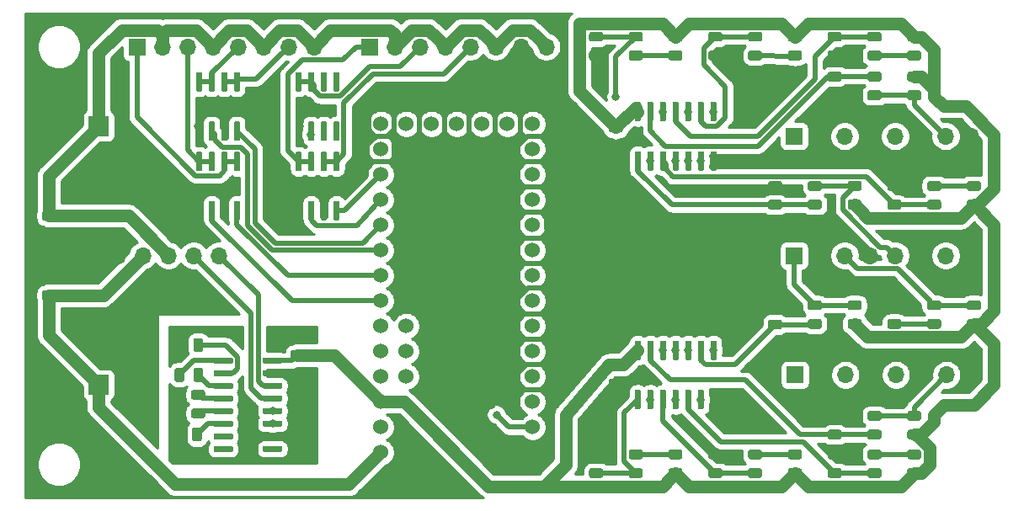
<source format=gtl>
G04 #@! TF.GenerationSoftware,KiCad,Pcbnew,5.1.5-52549c5~84~ubuntu18.04.1*
G04 #@! TF.CreationDate,2020-03-25T21:43:52-04:00*
G04 #@! TF.ProjectId,footswitch,666f6f74-7377-4697-9463-682e6b696361,rev?*
G04 #@! TF.SameCoordinates,Original*
G04 #@! TF.FileFunction,Copper,L1,Top*
G04 #@! TF.FilePolarity,Positive*
%FSLAX46Y46*%
G04 Gerber Fmt 4.6, Leading zero omitted, Abs format (unit mm)*
G04 Created by KiCad (PCBNEW 5.1.5-52549c5~84~ubuntu18.04.1) date 2020-03-25 21:43:52*
%MOMM*%
%LPD*%
G04 APERTURE LIST*
%ADD10C,0.100000*%
%ADD11C,1.524000*%
%ADD12O,1.700000X1.700000*%
%ADD13R,1.700000X1.700000*%
%ADD14C,2.000000*%
%ADD15R,2.000000X2.000000*%
%ADD16C,0.800000*%
%ADD17C,0.508000*%
%ADD18C,1.270000*%
%ADD19C,0.254000*%
G04 APERTURE END LIST*
G04 #@! TA.AperFunction,SMDPad,CuDef*
D10*
G36*
X46314703Y-55255722D02*
G01*
X46329264Y-55257882D01*
X46343543Y-55261459D01*
X46357403Y-55266418D01*
X46370710Y-55272712D01*
X46383336Y-55280280D01*
X46395159Y-55289048D01*
X46406066Y-55298934D01*
X46415952Y-55309841D01*
X46424720Y-55321664D01*
X46432288Y-55334290D01*
X46438582Y-55347597D01*
X46443541Y-55361457D01*
X46447118Y-55375736D01*
X46449278Y-55390297D01*
X46450000Y-55405000D01*
X46450000Y-55705000D01*
X46449278Y-55719703D01*
X46447118Y-55734264D01*
X46443541Y-55748543D01*
X46438582Y-55762403D01*
X46432288Y-55775710D01*
X46424720Y-55788336D01*
X46415952Y-55800159D01*
X46406066Y-55811066D01*
X46395159Y-55820952D01*
X46383336Y-55829720D01*
X46370710Y-55837288D01*
X46357403Y-55843582D01*
X46343543Y-55848541D01*
X46329264Y-55852118D01*
X46314703Y-55854278D01*
X46300000Y-55855000D01*
X44650000Y-55855000D01*
X44635297Y-55854278D01*
X44620736Y-55852118D01*
X44606457Y-55848541D01*
X44592597Y-55843582D01*
X44579290Y-55837288D01*
X44566664Y-55829720D01*
X44554841Y-55820952D01*
X44543934Y-55811066D01*
X44534048Y-55800159D01*
X44525280Y-55788336D01*
X44517712Y-55775710D01*
X44511418Y-55762403D01*
X44506459Y-55748543D01*
X44502882Y-55734264D01*
X44500722Y-55719703D01*
X44500000Y-55705000D01*
X44500000Y-55405000D01*
X44500722Y-55390297D01*
X44502882Y-55375736D01*
X44506459Y-55361457D01*
X44511418Y-55347597D01*
X44517712Y-55334290D01*
X44525280Y-55321664D01*
X44534048Y-55309841D01*
X44543934Y-55298934D01*
X44554841Y-55289048D01*
X44566664Y-55280280D01*
X44579290Y-55272712D01*
X44592597Y-55266418D01*
X44606457Y-55261459D01*
X44620736Y-55257882D01*
X44635297Y-55255722D01*
X44650000Y-55255000D01*
X46300000Y-55255000D01*
X46314703Y-55255722D01*
G37*
G04 #@! TD.AperFunction*
G04 #@! TA.AperFunction,SMDPad,CuDef*
G36*
X46314703Y-56525722D02*
G01*
X46329264Y-56527882D01*
X46343543Y-56531459D01*
X46357403Y-56536418D01*
X46370710Y-56542712D01*
X46383336Y-56550280D01*
X46395159Y-56559048D01*
X46406066Y-56568934D01*
X46415952Y-56579841D01*
X46424720Y-56591664D01*
X46432288Y-56604290D01*
X46438582Y-56617597D01*
X46443541Y-56631457D01*
X46447118Y-56645736D01*
X46449278Y-56660297D01*
X46450000Y-56675000D01*
X46450000Y-56975000D01*
X46449278Y-56989703D01*
X46447118Y-57004264D01*
X46443541Y-57018543D01*
X46438582Y-57032403D01*
X46432288Y-57045710D01*
X46424720Y-57058336D01*
X46415952Y-57070159D01*
X46406066Y-57081066D01*
X46395159Y-57090952D01*
X46383336Y-57099720D01*
X46370710Y-57107288D01*
X46357403Y-57113582D01*
X46343543Y-57118541D01*
X46329264Y-57122118D01*
X46314703Y-57124278D01*
X46300000Y-57125000D01*
X44650000Y-57125000D01*
X44635297Y-57124278D01*
X44620736Y-57122118D01*
X44606457Y-57118541D01*
X44592597Y-57113582D01*
X44579290Y-57107288D01*
X44566664Y-57099720D01*
X44554841Y-57090952D01*
X44543934Y-57081066D01*
X44534048Y-57070159D01*
X44525280Y-57058336D01*
X44517712Y-57045710D01*
X44511418Y-57032403D01*
X44506459Y-57018543D01*
X44502882Y-57004264D01*
X44500722Y-56989703D01*
X44500000Y-56975000D01*
X44500000Y-56675000D01*
X44500722Y-56660297D01*
X44502882Y-56645736D01*
X44506459Y-56631457D01*
X44511418Y-56617597D01*
X44517712Y-56604290D01*
X44525280Y-56591664D01*
X44534048Y-56579841D01*
X44543934Y-56568934D01*
X44554841Y-56559048D01*
X44566664Y-56550280D01*
X44579290Y-56542712D01*
X44592597Y-56536418D01*
X44606457Y-56531459D01*
X44620736Y-56527882D01*
X44635297Y-56525722D01*
X44650000Y-56525000D01*
X46300000Y-56525000D01*
X46314703Y-56525722D01*
G37*
G04 #@! TD.AperFunction*
G04 #@! TA.AperFunction,SMDPad,CuDef*
G36*
X46314703Y-57795722D02*
G01*
X46329264Y-57797882D01*
X46343543Y-57801459D01*
X46357403Y-57806418D01*
X46370710Y-57812712D01*
X46383336Y-57820280D01*
X46395159Y-57829048D01*
X46406066Y-57838934D01*
X46415952Y-57849841D01*
X46424720Y-57861664D01*
X46432288Y-57874290D01*
X46438582Y-57887597D01*
X46443541Y-57901457D01*
X46447118Y-57915736D01*
X46449278Y-57930297D01*
X46450000Y-57945000D01*
X46450000Y-58245000D01*
X46449278Y-58259703D01*
X46447118Y-58274264D01*
X46443541Y-58288543D01*
X46438582Y-58302403D01*
X46432288Y-58315710D01*
X46424720Y-58328336D01*
X46415952Y-58340159D01*
X46406066Y-58351066D01*
X46395159Y-58360952D01*
X46383336Y-58369720D01*
X46370710Y-58377288D01*
X46357403Y-58383582D01*
X46343543Y-58388541D01*
X46329264Y-58392118D01*
X46314703Y-58394278D01*
X46300000Y-58395000D01*
X44650000Y-58395000D01*
X44635297Y-58394278D01*
X44620736Y-58392118D01*
X44606457Y-58388541D01*
X44592597Y-58383582D01*
X44579290Y-58377288D01*
X44566664Y-58369720D01*
X44554841Y-58360952D01*
X44543934Y-58351066D01*
X44534048Y-58340159D01*
X44525280Y-58328336D01*
X44517712Y-58315710D01*
X44511418Y-58302403D01*
X44506459Y-58288543D01*
X44502882Y-58274264D01*
X44500722Y-58259703D01*
X44500000Y-58245000D01*
X44500000Y-57945000D01*
X44500722Y-57930297D01*
X44502882Y-57915736D01*
X44506459Y-57901457D01*
X44511418Y-57887597D01*
X44517712Y-57874290D01*
X44525280Y-57861664D01*
X44534048Y-57849841D01*
X44543934Y-57838934D01*
X44554841Y-57829048D01*
X44566664Y-57820280D01*
X44579290Y-57812712D01*
X44592597Y-57806418D01*
X44606457Y-57801459D01*
X44620736Y-57797882D01*
X44635297Y-57795722D01*
X44650000Y-57795000D01*
X46300000Y-57795000D01*
X46314703Y-57795722D01*
G37*
G04 #@! TD.AperFunction*
G04 #@! TA.AperFunction,SMDPad,CuDef*
G36*
X46314703Y-59065722D02*
G01*
X46329264Y-59067882D01*
X46343543Y-59071459D01*
X46357403Y-59076418D01*
X46370710Y-59082712D01*
X46383336Y-59090280D01*
X46395159Y-59099048D01*
X46406066Y-59108934D01*
X46415952Y-59119841D01*
X46424720Y-59131664D01*
X46432288Y-59144290D01*
X46438582Y-59157597D01*
X46443541Y-59171457D01*
X46447118Y-59185736D01*
X46449278Y-59200297D01*
X46450000Y-59215000D01*
X46450000Y-59515000D01*
X46449278Y-59529703D01*
X46447118Y-59544264D01*
X46443541Y-59558543D01*
X46438582Y-59572403D01*
X46432288Y-59585710D01*
X46424720Y-59598336D01*
X46415952Y-59610159D01*
X46406066Y-59621066D01*
X46395159Y-59630952D01*
X46383336Y-59639720D01*
X46370710Y-59647288D01*
X46357403Y-59653582D01*
X46343543Y-59658541D01*
X46329264Y-59662118D01*
X46314703Y-59664278D01*
X46300000Y-59665000D01*
X44650000Y-59665000D01*
X44635297Y-59664278D01*
X44620736Y-59662118D01*
X44606457Y-59658541D01*
X44592597Y-59653582D01*
X44579290Y-59647288D01*
X44566664Y-59639720D01*
X44554841Y-59630952D01*
X44543934Y-59621066D01*
X44534048Y-59610159D01*
X44525280Y-59598336D01*
X44517712Y-59585710D01*
X44511418Y-59572403D01*
X44506459Y-59558543D01*
X44502882Y-59544264D01*
X44500722Y-59529703D01*
X44500000Y-59515000D01*
X44500000Y-59215000D01*
X44500722Y-59200297D01*
X44502882Y-59185736D01*
X44506459Y-59171457D01*
X44511418Y-59157597D01*
X44517712Y-59144290D01*
X44525280Y-59131664D01*
X44534048Y-59119841D01*
X44543934Y-59108934D01*
X44554841Y-59099048D01*
X44566664Y-59090280D01*
X44579290Y-59082712D01*
X44592597Y-59076418D01*
X44606457Y-59071459D01*
X44620736Y-59067882D01*
X44635297Y-59065722D01*
X44650000Y-59065000D01*
X46300000Y-59065000D01*
X46314703Y-59065722D01*
G37*
G04 #@! TD.AperFunction*
G04 #@! TA.AperFunction,SMDPad,CuDef*
G36*
X46314703Y-60335722D02*
G01*
X46329264Y-60337882D01*
X46343543Y-60341459D01*
X46357403Y-60346418D01*
X46370710Y-60352712D01*
X46383336Y-60360280D01*
X46395159Y-60369048D01*
X46406066Y-60378934D01*
X46415952Y-60389841D01*
X46424720Y-60401664D01*
X46432288Y-60414290D01*
X46438582Y-60427597D01*
X46443541Y-60441457D01*
X46447118Y-60455736D01*
X46449278Y-60470297D01*
X46450000Y-60485000D01*
X46450000Y-60785000D01*
X46449278Y-60799703D01*
X46447118Y-60814264D01*
X46443541Y-60828543D01*
X46438582Y-60842403D01*
X46432288Y-60855710D01*
X46424720Y-60868336D01*
X46415952Y-60880159D01*
X46406066Y-60891066D01*
X46395159Y-60900952D01*
X46383336Y-60909720D01*
X46370710Y-60917288D01*
X46357403Y-60923582D01*
X46343543Y-60928541D01*
X46329264Y-60932118D01*
X46314703Y-60934278D01*
X46300000Y-60935000D01*
X44650000Y-60935000D01*
X44635297Y-60934278D01*
X44620736Y-60932118D01*
X44606457Y-60928541D01*
X44592597Y-60923582D01*
X44579290Y-60917288D01*
X44566664Y-60909720D01*
X44554841Y-60900952D01*
X44543934Y-60891066D01*
X44534048Y-60880159D01*
X44525280Y-60868336D01*
X44517712Y-60855710D01*
X44511418Y-60842403D01*
X44506459Y-60828543D01*
X44502882Y-60814264D01*
X44500722Y-60799703D01*
X44500000Y-60785000D01*
X44500000Y-60485000D01*
X44500722Y-60470297D01*
X44502882Y-60455736D01*
X44506459Y-60441457D01*
X44511418Y-60427597D01*
X44517712Y-60414290D01*
X44525280Y-60401664D01*
X44534048Y-60389841D01*
X44543934Y-60378934D01*
X44554841Y-60369048D01*
X44566664Y-60360280D01*
X44579290Y-60352712D01*
X44592597Y-60346418D01*
X44606457Y-60341459D01*
X44620736Y-60337882D01*
X44635297Y-60335722D01*
X44650000Y-60335000D01*
X46300000Y-60335000D01*
X46314703Y-60335722D01*
G37*
G04 #@! TD.AperFunction*
G04 #@! TA.AperFunction,SMDPad,CuDef*
G36*
X46314703Y-61605722D02*
G01*
X46329264Y-61607882D01*
X46343543Y-61611459D01*
X46357403Y-61616418D01*
X46370710Y-61622712D01*
X46383336Y-61630280D01*
X46395159Y-61639048D01*
X46406066Y-61648934D01*
X46415952Y-61659841D01*
X46424720Y-61671664D01*
X46432288Y-61684290D01*
X46438582Y-61697597D01*
X46443541Y-61711457D01*
X46447118Y-61725736D01*
X46449278Y-61740297D01*
X46450000Y-61755000D01*
X46450000Y-62055000D01*
X46449278Y-62069703D01*
X46447118Y-62084264D01*
X46443541Y-62098543D01*
X46438582Y-62112403D01*
X46432288Y-62125710D01*
X46424720Y-62138336D01*
X46415952Y-62150159D01*
X46406066Y-62161066D01*
X46395159Y-62170952D01*
X46383336Y-62179720D01*
X46370710Y-62187288D01*
X46357403Y-62193582D01*
X46343543Y-62198541D01*
X46329264Y-62202118D01*
X46314703Y-62204278D01*
X46300000Y-62205000D01*
X44650000Y-62205000D01*
X44635297Y-62204278D01*
X44620736Y-62202118D01*
X44606457Y-62198541D01*
X44592597Y-62193582D01*
X44579290Y-62187288D01*
X44566664Y-62179720D01*
X44554841Y-62170952D01*
X44543934Y-62161066D01*
X44534048Y-62150159D01*
X44525280Y-62138336D01*
X44517712Y-62125710D01*
X44511418Y-62112403D01*
X44506459Y-62098543D01*
X44502882Y-62084264D01*
X44500722Y-62069703D01*
X44500000Y-62055000D01*
X44500000Y-61755000D01*
X44500722Y-61740297D01*
X44502882Y-61725736D01*
X44506459Y-61711457D01*
X44511418Y-61697597D01*
X44517712Y-61684290D01*
X44525280Y-61671664D01*
X44534048Y-61659841D01*
X44543934Y-61648934D01*
X44554841Y-61639048D01*
X44566664Y-61630280D01*
X44579290Y-61622712D01*
X44592597Y-61616418D01*
X44606457Y-61611459D01*
X44620736Y-61607882D01*
X44635297Y-61605722D01*
X44650000Y-61605000D01*
X46300000Y-61605000D01*
X46314703Y-61605722D01*
G37*
G04 #@! TD.AperFunction*
G04 #@! TA.AperFunction,SMDPad,CuDef*
G36*
X46314703Y-62875722D02*
G01*
X46329264Y-62877882D01*
X46343543Y-62881459D01*
X46357403Y-62886418D01*
X46370710Y-62892712D01*
X46383336Y-62900280D01*
X46395159Y-62909048D01*
X46406066Y-62918934D01*
X46415952Y-62929841D01*
X46424720Y-62941664D01*
X46432288Y-62954290D01*
X46438582Y-62967597D01*
X46443541Y-62981457D01*
X46447118Y-62995736D01*
X46449278Y-63010297D01*
X46450000Y-63025000D01*
X46450000Y-63325000D01*
X46449278Y-63339703D01*
X46447118Y-63354264D01*
X46443541Y-63368543D01*
X46438582Y-63382403D01*
X46432288Y-63395710D01*
X46424720Y-63408336D01*
X46415952Y-63420159D01*
X46406066Y-63431066D01*
X46395159Y-63440952D01*
X46383336Y-63449720D01*
X46370710Y-63457288D01*
X46357403Y-63463582D01*
X46343543Y-63468541D01*
X46329264Y-63472118D01*
X46314703Y-63474278D01*
X46300000Y-63475000D01*
X44650000Y-63475000D01*
X44635297Y-63474278D01*
X44620736Y-63472118D01*
X44606457Y-63468541D01*
X44592597Y-63463582D01*
X44579290Y-63457288D01*
X44566664Y-63449720D01*
X44554841Y-63440952D01*
X44543934Y-63431066D01*
X44534048Y-63420159D01*
X44525280Y-63408336D01*
X44517712Y-63395710D01*
X44511418Y-63382403D01*
X44506459Y-63368543D01*
X44502882Y-63354264D01*
X44500722Y-63339703D01*
X44500000Y-63325000D01*
X44500000Y-63025000D01*
X44500722Y-63010297D01*
X44502882Y-62995736D01*
X44506459Y-62981457D01*
X44511418Y-62967597D01*
X44517712Y-62954290D01*
X44525280Y-62941664D01*
X44534048Y-62929841D01*
X44543934Y-62918934D01*
X44554841Y-62909048D01*
X44566664Y-62900280D01*
X44579290Y-62892712D01*
X44592597Y-62886418D01*
X44606457Y-62881459D01*
X44620736Y-62877882D01*
X44635297Y-62875722D01*
X44650000Y-62875000D01*
X46300000Y-62875000D01*
X46314703Y-62875722D01*
G37*
G04 #@! TD.AperFunction*
G04 #@! TA.AperFunction,SMDPad,CuDef*
G36*
X46314703Y-64145722D02*
G01*
X46329264Y-64147882D01*
X46343543Y-64151459D01*
X46357403Y-64156418D01*
X46370710Y-64162712D01*
X46383336Y-64170280D01*
X46395159Y-64179048D01*
X46406066Y-64188934D01*
X46415952Y-64199841D01*
X46424720Y-64211664D01*
X46432288Y-64224290D01*
X46438582Y-64237597D01*
X46443541Y-64251457D01*
X46447118Y-64265736D01*
X46449278Y-64280297D01*
X46450000Y-64295000D01*
X46450000Y-64595000D01*
X46449278Y-64609703D01*
X46447118Y-64624264D01*
X46443541Y-64638543D01*
X46438582Y-64652403D01*
X46432288Y-64665710D01*
X46424720Y-64678336D01*
X46415952Y-64690159D01*
X46406066Y-64701066D01*
X46395159Y-64710952D01*
X46383336Y-64719720D01*
X46370710Y-64727288D01*
X46357403Y-64733582D01*
X46343543Y-64738541D01*
X46329264Y-64742118D01*
X46314703Y-64744278D01*
X46300000Y-64745000D01*
X44650000Y-64745000D01*
X44635297Y-64744278D01*
X44620736Y-64742118D01*
X44606457Y-64738541D01*
X44592597Y-64733582D01*
X44579290Y-64727288D01*
X44566664Y-64719720D01*
X44554841Y-64710952D01*
X44543934Y-64701066D01*
X44534048Y-64690159D01*
X44525280Y-64678336D01*
X44517712Y-64665710D01*
X44511418Y-64652403D01*
X44506459Y-64638543D01*
X44502882Y-64624264D01*
X44500722Y-64609703D01*
X44500000Y-64595000D01*
X44500000Y-64295000D01*
X44500722Y-64280297D01*
X44502882Y-64265736D01*
X44506459Y-64251457D01*
X44511418Y-64237597D01*
X44517712Y-64224290D01*
X44525280Y-64211664D01*
X44534048Y-64199841D01*
X44543934Y-64188934D01*
X44554841Y-64179048D01*
X44566664Y-64170280D01*
X44579290Y-64162712D01*
X44592597Y-64156418D01*
X44606457Y-64151459D01*
X44620736Y-64147882D01*
X44635297Y-64145722D01*
X44650000Y-64145000D01*
X46300000Y-64145000D01*
X46314703Y-64145722D01*
G37*
G04 #@! TD.AperFunction*
G04 #@! TA.AperFunction,SMDPad,CuDef*
G36*
X41364703Y-64145722D02*
G01*
X41379264Y-64147882D01*
X41393543Y-64151459D01*
X41407403Y-64156418D01*
X41420710Y-64162712D01*
X41433336Y-64170280D01*
X41445159Y-64179048D01*
X41456066Y-64188934D01*
X41465952Y-64199841D01*
X41474720Y-64211664D01*
X41482288Y-64224290D01*
X41488582Y-64237597D01*
X41493541Y-64251457D01*
X41497118Y-64265736D01*
X41499278Y-64280297D01*
X41500000Y-64295000D01*
X41500000Y-64595000D01*
X41499278Y-64609703D01*
X41497118Y-64624264D01*
X41493541Y-64638543D01*
X41488582Y-64652403D01*
X41482288Y-64665710D01*
X41474720Y-64678336D01*
X41465952Y-64690159D01*
X41456066Y-64701066D01*
X41445159Y-64710952D01*
X41433336Y-64719720D01*
X41420710Y-64727288D01*
X41407403Y-64733582D01*
X41393543Y-64738541D01*
X41379264Y-64742118D01*
X41364703Y-64744278D01*
X41350000Y-64745000D01*
X39700000Y-64745000D01*
X39685297Y-64744278D01*
X39670736Y-64742118D01*
X39656457Y-64738541D01*
X39642597Y-64733582D01*
X39629290Y-64727288D01*
X39616664Y-64719720D01*
X39604841Y-64710952D01*
X39593934Y-64701066D01*
X39584048Y-64690159D01*
X39575280Y-64678336D01*
X39567712Y-64665710D01*
X39561418Y-64652403D01*
X39556459Y-64638543D01*
X39552882Y-64624264D01*
X39550722Y-64609703D01*
X39550000Y-64595000D01*
X39550000Y-64295000D01*
X39550722Y-64280297D01*
X39552882Y-64265736D01*
X39556459Y-64251457D01*
X39561418Y-64237597D01*
X39567712Y-64224290D01*
X39575280Y-64211664D01*
X39584048Y-64199841D01*
X39593934Y-64188934D01*
X39604841Y-64179048D01*
X39616664Y-64170280D01*
X39629290Y-64162712D01*
X39642597Y-64156418D01*
X39656457Y-64151459D01*
X39670736Y-64147882D01*
X39685297Y-64145722D01*
X39700000Y-64145000D01*
X41350000Y-64145000D01*
X41364703Y-64145722D01*
G37*
G04 #@! TD.AperFunction*
G04 #@! TA.AperFunction,SMDPad,CuDef*
G36*
X41364703Y-62875722D02*
G01*
X41379264Y-62877882D01*
X41393543Y-62881459D01*
X41407403Y-62886418D01*
X41420710Y-62892712D01*
X41433336Y-62900280D01*
X41445159Y-62909048D01*
X41456066Y-62918934D01*
X41465952Y-62929841D01*
X41474720Y-62941664D01*
X41482288Y-62954290D01*
X41488582Y-62967597D01*
X41493541Y-62981457D01*
X41497118Y-62995736D01*
X41499278Y-63010297D01*
X41500000Y-63025000D01*
X41500000Y-63325000D01*
X41499278Y-63339703D01*
X41497118Y-63354264D01*
X41493541Y-63368543D01*
X41488582Y-63382403D01*
X41482288Y-63395710D01*
X41474720Y-63408336D01*
X41465952Y-63420159D01*
X41456066Y-63431066D01*
X41445159Y-63440952D01*
X41433336Y-63449720D01*
X41420710Y-63457288D01*
X41407403Y-63463582D01*
X41393543Y-63468541D01*
X41379264Y-63472118D01*
X41364703Y-63474278D01*
X41350000Y-63475000D01*
X39700000Y-63475000D01*
X39685297Y-63474278D01*
X39670736Y-63472118D01*
X39656457Y-63468541D01*
X39642597Y-63463582D01*
X39629290Y-63457288D01*
X39616664Y-63449720D01*
X39604841Y-63440952D01*
X39593934Y-63431066D01*
X39584048Y-63420159D01*
X39575280Y-63408336D01*
X39567712Y-63395710D01*
X39561418Y-63382403D01*
X39556459Y-63368543D01*
X39552882Y-63354264D01*
X39550722Y-63339703D01*
X39550000Y-63325000D01*
X39550000Y-63025000D01*
X39550722Y-63010297D01*
X39552882Y-62995736D01*
X39556459Y-62981457D01*
X39561418Y-62967597D01*
X39567712Y-62954290D01*
X39575280Y-62941664D01*
X39584048Y-62929841D01*
X39593934Y-62918934D01*
X39604841Y-62909048D01*
X39616664Y-62900280D01*
X39629290Y-62892712D01*
X39642597Y-62886418D01*
X39656457Y-62881459D01*
X39670736Y-62877882D01*
X39685297Y-62875722D01*
X39700000Y-62875000D01*
X41350000Y-62875000D01*
X41364703Y-62875722D01*
G37*
G04 #@! TD.AperFunction*
G04 #@! TA.AperFunction,SMDPad,CuDef*
G36*
X41364703Y-61605722D02*
G01*
X41379264Y-61607882D01*
X41393543Y-61611459D01*
X41407403Y-61616418D01*
X41420710Y-61622712D01*
X41433336Y-61630280D01*
X41445159Y-61639048D01*
X41456066Y-61648934D01*
X41465952Y-61659841D01*
X41474720Y-61671664D01*
X41482288Y-61684290D01*
X41488582Y-61697597D01*
X41493541Y-61711457D01*
X41497118Y-61725736D01*
X41499278Y-61740297D01*
X41500000Y-61755000D01*
X41500000Y-62055000D01*
X41499278Y-62069703D01*
X41497118Y-62084264D01*
X41493541Y-62098543D01*
X41488582Y-62112403D01*
X41482288Y-62125710D01*
X41474720Y-62138336D01*
X41465952Y-62150159D01*
X41456066Y-62161066D01*
X41445159Y-62170952D01*
X41433336Y-62179720D01*
X41420710Y-62187288D01*
X41407403Y-62193582D01*
X41393543Y-62198541D01*
X41379264Y-62202118D01*
X41364703Y-62204278D01*
X41350000Y-62205000D01*
X39700000Y-62205000D01*
X39685297Y-62204278D01*
X39670736Y-62202118D01*
X39656457Y-62198541D01*
X39642597Y-62193582D01*
X39629290Y-62187288D01*
X39616664Y-62179720D01*
X39604841Y-62170952D01*
X39593934Y-62161066D01*
X39584048Y-62150159D01*
X39575280Y-62138336D01*
X39567712Y-62125710D01*
X39561418Y-62112403D01*
X39556459Y-62098543D01*
X39552882Y-62084264D01*
X39550722Y-62069703D01*
X39550000Y-62055000D01*
X39550000Y-61755000D01*
X39550722Y-61740297D01*
X39552882Y-61725736D01*
X39556459Y-61711457D01*
X39561418Y-61697597D01*
X39567712Y-61684290D01*
X39575280Y-61671664D01*
X39584048Y-61659841D01*
X39593934Y-61648934D01*
X39604841Y-61639048D01*
X39616664Y-61630280D01*
X39629290Y-61622712D01*
X39642597Y-61616418D01*
X39656457Y-61611459D01*
X39670736Y-61607882D01*
X39685297Y-61605722D01*
X39700000Y-61605000D01*
X41350000Y-61605000D01*
X41364703Y-61605722D01*
G37*
G04 #@! TD.AperFunction*
G04 #@! TA.AperFunction,SMDPad,CuDef*
G36*
X41364703Y-60335722D02*
G01*
X41379264Y-60337882D01*
X41393543Y-60341459D01*
X41407403Y-60346418D01*
X41420710Y-60352712D01*
X41433336Y-60360280D01*
X41445159Y-60369048D01*
X41456066Y-60378934D01*
X41465952Y-60389841D01*
X41474720Y-60401664D01*
X41482288Y-60414290D01*
X41488582Y-60427597D01*
X41493541Y-60441457D01*
X41497118Y-60455736D01*
X41499278Y-60470297D01*
X41500000Y-60485000D01*
X41500000Y-60785000D01*
X41499278Y-60799703D01*
X41497118Y-60814264D01*
X41493541Y-60828543D01*
X41488582Y-60842403D01*
X41482288Y-60855710D01*
X41474720Y-60868336D01*
X41465952Y-60880159D01*
X41456066Y-60891066D01*
X41445159Y-60900952D01*
X41433336Y-60909720D01*
X41420710Y-60917288D01*
X41407403Y-60923582D01*
X41393543Y-60928541D01*
X41379264Y-60932118D01*
X41364703Y-60934278D01*
X41350000Y-60935000D01*
X39700000Y-60935000D01*
X39685297Y-60934278D01*
X39670736Y-60932118D01*
X39656457Y-60928541D01*
X39642597Y-60923582D01*
X39629290Y-60917288D01*
X39616664Y-60909720D01*
X39604841Y-60900952D01*
X39593934Y-60891066D01*
X39584048Y-60880159D01*
X39575280Y-60868336D01*
X39567712Y-60855710D01*
X39561418Y-60842403D01*
X39556459Y-60828543D01*
X39552882Y-60814264D01*
X39550722Y-60799703D01*
X39550000Y-60785000D01*
X39550000Y-60485000D01*
X39550722Y-60470297D01*
X39552882Y-60455736D01*
X39556459Y-60441457D01*
X39561418Y-60427597D01*
X39567712Y-60414290D01*
X39575280Y-60401664D01*
X39584048Y-60389841D01*
X39593934Y-60378934D01*
X39604841Y-60369048D01*
X39616664Y-60360280D01*
X39629290Y-60352712D01*
X39642597Y-60346418D01*
X39656457Y-60341459D01*
X39670736Y-60337882D01*
X39685297Y-60335722D01*
X39700000Y-60335000D01*
X41350000Y-60335000D01*
X41364703Y-60335722D01*
G37*
G04 #@! TD.AperFunction*
G04 #@! TA.AperFunction,SMDPad,CuDef*
G36*
X41364703Y-59065722D02*
G01*
X41379264Y-59067882D01*
X41393543Y-59071459D01*
X41407403Y-59076418D01*
X41420710Y-59082712D01*
X41433336Y-59090280D01*
X41445159Y-59099048D01*
X41456066Y-59108934D01*
X41465952Y-59119841D01*
X41474720Y-59131664D01*
X41482288Y-59144290D01*
X41488582Y-59157597D01*
X41493541Y-59171457D01*
X41497118Y-59185736D01*
X41499278Y-59200297D01*
X41500000Y-59215000D01*
X41500000Y-59515000D01*
X41499278Y-59529703D01*
X41497118Y-59544264D01*
X41493541Y-59558543D01*
X41488582Y-59572403D01*
X41482288Y-59585710D01*
X41474720Y-59598336D01*
X41465952Y-59610159D01*
X41456066Y-59621066D01*
X41445159Y-59630952D01*
X41433336Y-59639720D01*
X41420710Y-59647288D01*
X41407403Y-59653582D01*
X41393543Y-59658541D01*
X41379264Y-59662118D01*
X41364703Y-59664278D01*
X41350000Y-59665000D01*
X39700000Y-59665000D01*
X39685297Y-59664278D01*
X39670736Y-59662118D01*
X39656457Y-59658541D01*
X39642597Y-59653582D01*
X39629290Y-59647288D01*
X39616664Y-59639720D01*
X39604841Y-59630952D01*
X39593934Y-59621066D01*
X39584048Y-59610159D01*
X39575280Y-59598336D01*
X39567712Y-59585710D01*
X39561418Y-59572403D01*
X39556459Y-59558543D01*
X39552882Y-59544264D01*
X39550722Y-59529703D01*
X39550000Y-59515000D01*
X39550000Y-59215000D01*
X39550722Y-59200297D01*
X39552882Y-59185736D01*
X39556459Y-59171457D01*
X39561418Y-59157597D01*
X39567712Y-59144290D01*
X39575280Y-59131664D01*
X39584048Y-59119841D01*
X39593934Y-59108934D01*
X39604841Y-59099048D01*
X39616664Y-59090280D01*
X39629290Y-59082712D01*
X39642597Y-59076418D01*
X39656457Y-59071459D01*
X39670736Y-59067882D01*
X39685297Y-59065722D01*
X39700000Y-59065000D01*
X41350000Y-59065000D01*
X41364703Y-59065722D01*
G37*
G04 #@! TD.AperFunction*
G04 #@! TA.AperFunction,SMDPad,CuDef*
G36*
X41364703Y-57795722D02*
G01*
X41379264Y-57797882D01*
X41393543Y-57801459D01*
X41407403Y-57806418D01*
X41420710Y-57812712D01*
X41433336Y-57820280D01*
X41445159Y-57829048D01*
X41456066Y-57838934D01*
X41465952Y-57849841D01*
X41474720Y-57861664D01*
X41482288Y-57874290D01*
X41488582Y-57887597D01*
X41493541Y-57901457D01*
X41497118Y-57915736D01*
X41499278Y-57930297D01*
X41500000Y-57945000D01*
X41500000Y-58245000D01*
X41499278Y-58259703D01*
X41497118Y-58274264D01*
X41493541Y-58288543D01*
X41488582Y-58302403D01*
X41482288Y-58315710D01*
X41474720Y-58328336D01*
X41465952Y-58340159D01*
X41456066Y-58351066D01*
X41445159Y-58360952D01*
X41433336Y-58369720D01*
X41420710Y-58377288D01*
X41407403Y-58383582D01*
X41393543Y-58388541D01*
X41379264Y-58392118D01*
X41364703Y-58394278D01*
X41350000Y-58395000D01*
X39700000Y-58395000D01*
X39685297Y-58394278D01*
X39670736Y-58392118D01*
X39656457Y-58388541D01*
X39642597Y-58383582D01*
X39629290Y-58377288D01*
X39616664Y-58369720D01*
X39604841Y-58360952D01*
X39593934Y-58351066D01*
X39584048Y-58340159D01*
X39575280Y-58328336D01*
X39567712Y-58315710D01*
X39561418Y-58302403D01*
X39556459Y-58288543D01*
X39552882Y-58274264D01*
X39550722Y-58259703D01*
X39550000Y-58245000D01*
X39550000Y-57945000D01*
X39550722Y-57930297D01*
X39552882Y-57915736D01*
X39556459Y-57901457D01*
X39561418Y-57887597D01*
X39567712Y-57874290D01*
X39575280Y-57861664D01*
X39584048Y-57849841D01*
X39593934Y-57838934D01*
X39604841Y-57829048D01*
X39616664Y-57820280D01*
X39629290Y-57812712D01*
X39642597Y-57806418D01*
X39656457Y-57801459D01*
X39670736Y-57797882D01*
X39685297Y-57795722D01*
X39700000Y-57795000D01*
X41350000Y-57795000D01*
X41364703Y-57795722D01*
G37*
G04 #@! TD.AperFunction*
G04 #@! TA.AperFunction,SMDPad,CuDef*
G36*
X41364703Y-56525722D02*
G01*
X41379264Y-56527882D01*
X41393543Y-56531459D01*
X41407403Y-56536418D01*
X41420710Y-56542712D01*
X41433336Y-56550280D01*
X41445159Y-56559048D01*
X41456066Y-56568934D01*
X41465952Y-56579841D01*
X41474720Y-56591664D01*
X41482288Y-56604290D01*
X41488582Y-56617597D01*
X41493541Y-56631457D01*
X41497118Y-56645736D01*
X41499278Y-56660297D01*
X41500000Y-56675000D01*
X41500000Y-56975000D01*
X41499278Y-56989703D01*
X41497118Y-57004264D01*
X41493541Y-57018543D01*
X41488582Y-57032403D01*
X41482288Y-57045710D01*
X41474720Y-57058336D01*
X41465952Y-57070159D01*
X41456066Y-57081066D01*
X41445159Y-57090952D01*
X41433336Y-57099720D01*
X41420710Y-57107288D01*
X41407403Y-57113582D01*
X41393543Y-57118541D01*
X41379264Y-57122118D01*
X41364703Y-57124278D01*
X41350000Y-57125000D01*
X39700000Y-57125000D01*
X39685297Y-57124278D01*
X39670736Y-57122118D01*
X39656457Y-57118541D01*
X39642597Y-57113582D01*
X39629290Y-57107288D01*
X39616664Y-57099720D01*
X39604841Y-57090952D01*
X39593934Y-57081066D01*
X39584048Y-57070159D01*
X39575280Y-57058336D01*
X39567712Y-57045710D01*
X39561418Y-57032403D01*
X39556459Y-57018543D01*
X39552882Y-57004264D01*
X39550722Y-56989703D01*
X39550000Y-56975000D01*
X39550000Y-56675000D01*
X39550722Y-56660297D01*
X39552882Y-56645736D01*
X39556459Y-56631457D01*
X39561418Y-56617597D01*
X39567712Y-56604290D01*
X39575280Y-56591664D01*
X39584048Y-56579841D01*
X39593934Y-56568934D01*
X39604841Y-56559048D01*
X39616664Y-56550280D01*
X39629290Y-56542712D01*
X39642597Y-56536418D01*
X39656457Y-56531459D01*
X39670736Y-56527882D01*
X39685297Y-56525722D01*
X39700000Y-56525000D01*
X41350000Y-56525000D01*
X41364703Y-56525722D01*
G37*
G04 #@! TD.AperFunction*
G04 #@! TA.AperFunction,SMDPad,CuDef*
G36*
X41364703Y-55255722D02*
G01*
X41379264Y-55257882D01*
X41393543Y-55261459D01*
X41407403Y-55266418D01*
X41420710Y-55272712D01*
X41433336Y-55280280D01*
X41445159Y-55289048D01*
X41456066Y-55298934D01*
X41465952Y-55309841D01*
X41474720Y-55321664D01*
X41482288Y-55334290D01*
X41488582Y-55347597D01*
X41493541Y-55361457D01*
X41497118Y-55375736D01*
X41499278Y-55390297D01*
X41500000Y-55405000D01*
X41500000Y-55705000D01*
X41499278Y-55719703D01*
X41497118Y-55734264D01*
X41493541Y-55748543D01*
X41488582Y-55762403D01*
X41482288Y-55775710D01*
X41474720Y-55788336D01*
X41465952Y-55800159D01*
X41456066Y-55811066D01*
X41445159Y-55820952D01*
X41433336Y-55829720D01*
X41420710Y-55837288D01*
X41407403Y-55843582D01*
X41393543Y-55848541D01*
X41379264Y-55852118D01*
X41364703Y-55854278D01*
X41350000Y-55855000D01*
X39700000Y-55855000D01*
X39685297Y-55854278D01*
X39670736Y-55852118D01*
X39656457Y-55848541D01*
X39642597Y-55843582D01*
X39629290Y-55837288D01*
X39616664Y-55829720D01*
X39604841Y-55820952D01*
X39593934Y-55811066D01*
X39584048Y-55800159D01*
X39575280Y-55788336D01*
X39567712Y-55775710D01*
X39561418Y-55762403D01*
X39556459Y-55748543D01*
X39552882Y-55734264D01*
X39550722Y-55719703D01*
X39550000Y-55705000D01*
X39550000Y-55405000D01*
X39550722Y-55390297D01*
X39552882Y-55375736D01*
X39556459Y-55361457D01*
X39561418Y-55347597D01*
X39567712Y-55334290D01*
X39575280Y-55321664D01*
X39584048Y-55309841D01*
X39593934Y-55298934D01*
X39604841Y-55289048D01*
X39616664Y-55280280D01*
X39629290Y-55272712D01*
X39642597Y-55266418D01*
X39656457Y-55261459D01*
X39670736Y-55257882D01*
X39685297Y-55255722D01*
X39700000Y-55255000D01*
X41350000Y-55255000D01*
X41364703Y-55255722D01*
G37*
G04 #@! TD.AperFunction*
G04 #@! TA.AperFunction,SMDPad,CuDef*
G36*
X82354703Y-29550722D02*
G01*
X82369264Y-29552882D01*
X82383543Y-29556459D01*
X82397403Y-29561418D01*
X82410710Y-29567712D01*
X82423336Y-29575280D01*
X82435159Y-29584048D01*
X82446066Y-29593934D01*
X82455952Y-29604841D01*
X82464720Y-29616664D01*
X82472288Y-29629290D01*
X82478582Y-29642597D01*
X82483541Y-29656457D01*
X82487118Y-29670736D01*
X82489278Y-29685297D01*
X82490000Y-29700000D01*
X82490000Y-31350000D01*
X82489278Y-31364703D01*
X82487118Y-31379264D01*
X82483541Y-31393543D01*
X82478582Y-31407403D01*
X82472288Y-31420710D01*
X82464720Y-31433336D01*
X82455952Y-31445159D01*
X82446066Y-31456066D01*
X82435159Y-31465952D01*
X82423336Y-31474720D01*
X82410710Y-31482288D01*
X82397403Y-31488582D01*
X82383543Y-31493541D01*
X82369264Y-31497118D01*
X82354703Y-31499278D01*
X82340000Y-31500000D01*
X82040000Y-31500000D01*
X82025297Y-31499278D01*
X82010736Y-31497118D01*
X81996457Y-31493541D01*
X81982597Y-31488582D01*
X81969290Y-31482288D01*
X81956664Y-31474720D01*
X81944841Y-31465952D01*
X81933934Y-31456066D01*
X81924048Y-31445159D01*
X81915280Y-31433336D01*
X81907712Y-31420710D01*
X81901418Y-31407403D01*
X81896459Y-31393543D01*
X81892882Y-31379264D01*
X81890722Y-31364703D01*
X81890000Y-31350000D01*
X81890000Y-29700000D01*
X81890722Y-29685297D01*
X81892882Y-29670736D01*
X81896459Y-29656457D01*
X81901418Y-29642597D01*
X81907712Y-29629290D01*
X81915280Y-29616664D01*
X81924048Y-29604841D01*
X81933934Y-29593934D01*
X81944841Y-29584048D01*
X81956664Y-29575280D01*
X81969290Y-29567712D01*
X81982597Y-29561418D01*
X81996457Y-29556459D01*
X82010736Y-29552882D01*
X82025297Y-29550722D01*
X82040000Y-29550000D01*
X82340000Y-29550000D01*
X82354703Y-29550722D01*
G37*
G04 #@! TD.AperFunction*
G04 #@! TA.AperFunction,SMDPad,CuDef*
G36*
X83624703Y-29550722D02*
G01*
X83639264Y-29552882D01*
X83653543Y-29556459D01*
X83667403Y-29561418D01*
X83680710Y-29567712D01*
X83693336Y-29575280D01*
X83705159Y-29584048D01*
X83716066Y-29593934D01*
X83725952Y-29604841D01*
X83734720Y-29616664D01*
X83742288Y-29629290D01*
X83748582Y-29642597D01*
X83753541Y-29656457D01*
X83757118Y-29670736D01*
X83759278Y-29685297D01*
X83760000Y-29700000D01*
X83760000Y-31350000D01*
X83759278Y-31364703D01*
X83757118Y-31379264D01*
X83753541Y-31393543D01*
X83748582Y-31407403D01*
X83742288Y-31420710D01*
X83734720Y-31433336D01*
X83725952Y-31445159D01*
X83716066Y-31456066D01*
X83705159Y-31465952D01*
X83693336Y-31474720D01*
X83680710Y-31482288D01*
X83667403Y-31488582D01*
X83653543Y-31493541D01*
X83639264Y-31497118D01*
X83624703Y-31499278D01*
X83610000Y-31500000D01*
X83310000Y-31500000D01*
X83295297Y-31499278D01*
X83280736Y-31497118D01*
X83266457Y-31493541D01*
X83252597Y-31488582D01*
X83239290Y-31482288D01*
X83226664Y-31474720D01*
X83214841Y-31465952D01*
X83203934Y-31456066D01*
X83194048Y-31445159D01*
X83185280Y-31433336D01*
X83177712Y-31420710D01*
X83171418Y-31407403D01*
X83166459Y-31393543D01*
X83162882Y-31379264D01*
X83160722Y-31364703D01*
X83160000Y-31350000D01*
X83160000Y-29700000D01*
X83160722Y-29685297D01*
X83162882Y-29670736D01*
X83166459Y-29656457D01*
X83171418Y-29642597D01*
X83177712Y-29629290D01*
X83185280Y-29616664D01*
X83194048Y-29604841D01*
X83203934Y-29593934D01*
X83214841Y-29584048D01*
X83226664Y-29575280D01*
X83239290Y-29567712D01*
X83252597Y-29561418D01*
X83266457Y-29556459D01*
X83280736Y-29552882D01*
X83295297Y-29550722D01*
X83310000Y-29550000D01*
X83610000Y-29550000D01*
X83624703Y-29550722D01*
G37*
G04 #@! TD.AperFunction*
G04 #@! TA.AperFunction,SMDPad,CuDef*
G36*
X84894703Y-29550722D02*
G01*
X84909264Y-29552882D01*
X84923543Y-29556459D01*
X84937403Y-29561418D01*
X84950710Y-29567712D01*
X84963336Y-29575280D01*
X84975159Y-29584048D01*
X84986066Y-29593934D01*
X84995952Y-29604841D01*
X85004720Y-29616664D01*
X85012288Y-29629290D01*
X85018582Y-29642597D01*
X85023541Y-29656457D01*
X85027118Y-29670736D01*
X85029278Y-29685297D01*
X85030000Y-29700000D01*
X85030000Y-31350000D01*
X85029278Y-31364703D01*
X85027118Y-31379264D01*
X85023541Y-31393543D01*
X85018582Y-31407403D01*
X85012288Y-31420710D01*
X85004720Y-31433336D01*
X84995952Y-31445159D01*
X84986066Y-31456066D01*
X84975159Y-31465952D01*
X84963336Y-31474720D01*
X84950710Y-31482288D01*
X84937403Y-31488582D01*
X84923543Y-31493541D01*
X84909264Y-31497118D01*
X84894703Y-31499278D01*
X84880000Y-31500000D01*
X84580000Y-31500000D01*
X84565297Y-31499278D01*
X84550736Y-31497118D01*
X84536457Y-31493541D01*
X84522597Y-31488582D01*
X84509290Y-31482288D01*
X84496664Y-31474720D01*
X84484841Y-31465952D01*
X84473934Y-31456066D01*
X84464048Y-31445159D01*
X84455280Y-31433336D01*
X84447712Y-31420710D01*
X84441418Y-31407403D01*
X84436459Y-31393543D01*
X84432882Y-31379264D01*
X84430722Y-31364703D01*
X84430000Y-31350000D01*
X84430000Y-29700000D01*
X84430722Y-29685297D01*
X84432882Y-29670736D01*
X84436459Y-29656457D01*
X84441418Y-29642597D01*
X84447712Y-29629290D01*
X84455280Y-29616664D01*
X84464048Y-29604841D01*
X84473934Y-29593934D01*
X84484841Y-29584048D01*
X84496664Y-29575280D01*
X84509290Y-29567712D01*
X84522597Y-29561418D01*
X84536457Y-29556459D01*
X84550736Y-29552882D01*
X84565297Y-29550722D01*
X84580000Y-29550000D01*
X84880000Y-29550000D01*
X84894703Y-29550722D01*
G37*
G04 #@! TD.AperFunction*
G04 #@! TA.AperFunction,SMDPad,CuDef*
G36*
X86164703Y-29550722D02*
G01*
X86179264Y-29552882D01*
X86193543Y-29556459D01*
X86207403Y-29561418D01*
X86220710Y-29567712D01*
X86233336Y-29575280D01*
X86245159Y-29584048D01*
X86256066Y-29593934D01*
X86265952Y-29604841D01*
X86274720Y-29616664D01*
X86282288Y-29629290D01*
X86288582Y-29642597D01*
X86293541Y-29656457D01*
X86297118Y-29670736D01*
X86299278Y-29685297D01*
X86300000Y-29700000D01*
X86300000Y-31350000D01*
X86299278Y-31364703D01*
X86297118Y-31379264D01*
X86293541Y-31393543D01*
X86288582Y-31407403D01*
X86282288Y-31420710D01*
X86274720Y-31433336D01*
X86265952Y-31445159D01*
X86256066Y-31456066D01*
X86245159Y-31465952D01*
X86233336Y-31474720D01*
X86220710Y-31482288D01*
X86207403Y-31488582D01*
X86193543Y-31493541D01*
X86179264Y-31497118D01*
X86164703Y-31499278D01*
X86150000Y-31500000D01*
X85850000Y-31500000D01*
X85835297Y-31499278D01*
X85820736Y-31497118D01*
X85806457Y-31493541D01*
X85792597Y-31488582D01*
X85779290Y-31482288D01*
X85766664Y-31474720D01*
X85754841Y-31465952D01*
X85743934Y-31456066D01*
X85734048Y-31445159D01*
X85725280Y-31433336D01*
X85717712Y-31420710D01*
X85711418Y-31407403D01*
X85706459Y-31393543D01*
X85702882Y-31379264D01*
X85700722Y-31364703D01*
X85700000Y-31350000D01*
X85700000Y-29700000D01*
X85700722Y-29685297D01*
X85702882Y-29670736D01*
X85706459Y-29656457D01*
X85711418Y-29642597D01*
X85717712Y-29629290D01*
X85725280Y-29616664D01*
X85734048Y-29604841D01*
X85743934Y-29593934D01*
X85754841Y-29584048D01*
X85766664Y-29575280D01*
X85779290Y-29567712D01*
X85792597Y-29561418D01*
X85806457Y-29556459D01*
X85820736Y-29552882D01*
X85835297Y-29550722D01*
X85850000Y-29550000D01*
X86150000Y-29550000D01*
X86164703Y-29550722D01*
G37*
G04 #@! TD.AperFunction*
G04 #@! TA.AperFunction,SMDPad,CuDef*
G36*
X87434703Y-29550722D02*
G01*
X87449264Y-29552882D01*
X87463543Y-29556459D01*
X87477403Y-29561418D01*
X87490710Y-29567712D01*
X87503336Y-29575280D01*
X87515159Y-29584048D01*
X87526066Y-29593934D01*
X87535952Y-29604841D01*
X87544720Y-29616664D01*
X87552288Y-29629290D01*
X87558582Y-29642597D01*
X87563541Y-29656457D01*
X87567118Y-29670736D01*
X87569278Y-29685297D01*
X87570000Y-29700000D01*
X87570000Y-31350000D01*
X87569278Y-31364703D01*
X87567118Y-31379264D01*
X87563541Y-31393543D01*
X87558582Y-31407403D01*
X87552288Y-31420710D01*
X87544720Y-31433336D01*
X87535952Y-31445159D01*
X87526066Y-31456066D01*
X87515159Y-31465952D01*
X87503336Y-31474720D01*
X87490710Y-31482288D01*
X87477403Y-31488582D01*
X87463543Y-31493541D01*
X87449264Y-31497118D01*
X87434703Y-31499278D01*
X87420000Y-31500000D01*
X87120000Y-31500000D01*
X87105297Y-31499278D01*
X87090736Y-31497118D01*
X87076457Y-31493541D01*
X87062597Y-31488582D01*
X87049290Y-31482288D01*
X87036664Y-31474720D01*
X87024841Y-31465952D01*
X87013934Y-31456066D01*
X87004048Y-31445159D01*
X86995280Y-31433336D01*
X86987712Y-31420710D01*
X86981418Y-31407403D01*
X86976459Y-31393543D01*
X86972882Y-31379264D01*
X86970722Y-31364703D01*
X86970000Y-31350000D01*
X86970000Y-29700000D01*
X86970722Y-29685297D01*
X86972882Y-29670736D01*
X86976459Y-29656457D01*
X86981418Y-29642597D01*
X86987712Y-29629290D01*
X86995280Y-29616664D01*
X87004048Y-29604841D01*
X87013934Y-29593934D01*
X87024841Y-29584048D01*
X87036664Y-29575280D01*
X87049290Y-29567712D01*
X87062597Y-29561418D01*
X87076457Y-29556459D01*
X87090736Y-29552882D01*
X87105297Y-29550722D01*
X87120000Y-29550000D01*
X87420000Y-29550000D01*
X87434703Y-29550722D01*
G37*
G04 #@! TD.AperFunction*
G04 #@! TA.AperFunction,SMDPad,CuDef*
G36*
X88704703Y-29550722D02*
G01*
X88719264Y-29552882D01*
X88733543Y-29556459D01*
X88747403Y-29561418D01*
X88760710Y-29567712D01*
X88773336Y-29575280D01*
X88785159Y-29584048D01*
X88796066Y-29593934D01*
X88805952Y-29604841D01*
X88814720Y-29616664D01*
X88822288Y-29629290D01*
X88828582Y-29642597D01*
X88833541Y-29656457D01*
X88837118Y-29670736D01*
X88839278Y-29685297D01*
X88840000Y-29700000D01*
X88840000Y-31350000D01*
X88839278Y-31364703D01*
X88837118Y-31379264D01*
X88833541Y-31393543D01*
X88828582Y-31407403D01*
X88822288Y-31420710D01*
X88814720Y-31433336D01*
X88805952Y-31445159D01*
X88796066Y-31456066D01*
X88785159Y-31465952D01*
X88773336Y-31474720D01*
X88760710Y-31482288D01*
X88747403Y-31488582D01*
X88733543Y-31493541D01*
X88719264Y-31497118D01*
X88704703Y-31499278D01*
X88690000Y-31500000D01*
X88390000Y-31500000D01*
X88375297Y-31499278D01*
X88360736Y-31497118D01*
X88346457Y-31493541D01*
X88332597Y-31488582D01*
X88319290Y-31482288D01*
X88306664Y-31474720D01*
X88294841Y-31465952D01*
X88283934Y-31456066D01*
X88274048Y-31445159D01*
X88265280Y-31433336D01*
X88257712Y-31420710D01*
X88251418Y-31407403D01*
X88246459Y-31393543D01*
X88242882Y-31379264D01*
X88240722Y-31364703D01*
X88240000Y-31350000D01*
X88240000Y-29700000D01*
X88240722Y-29685297D01*
X88242882Y-29670736D01*
X88246459Y-29656457D01*
X88251418Y-29642597D01*
X88257712Y-29629290D01*
X88265280Y-29616664D01*
X88274048Y-29604841D01*
X88283934Y-29593934D01*
X88294841Y-29584048D01*
X88306664Y-29575280D01*
X88319290Y-29567712D01*
X88332597Y-29561418D01*
X88346457Y-29556459D01*
X88360736Y-29552882D01*
X88375297Y-29550722D01*
X88390000Y-29550000D01*
X88690000Y-29550000D01*
X88704703Y-29550722D01*
G37*
G04 #@! TD.AperFunction*
G04 #@! TA.AperFunction,SMDPad,CuDef*
G36*
X89974703Y-29550722D02*
G01*
X89989264Y-29552882D01*
X90003543Y-29556459D01*
X90017403Y-29561418D01*
X90030710Y-29567712D01*
X90043336Y-29575280D01*
X90055159Y-29584048D01*
X90066066Y-29593934D01*
X90075952Y-29604841D01*
X90084720Y-29616664D01*
X90092288Y-29629290D01*
X90098582Y-29642597D01*
X90103541Y-29656457D01*
X90107118Y-29670736D01*
X90109278Y-29685297D01*
X90110000Y-29700000D01*
X90110000Y-31350000D01*
X90109278Y-31364703D01*
X90107118Y-31379264D01*
X90103541Y-31393543D01*
X90098582Y-31407403D01*
X90092288Y-31420710D01*
X90084720Y-31433336D01*
X90075952Y-31445159D01*
X90066066Y-31456066D01*
X90055159Y-31465952D01*
X90043336Y-31474720D01*
X90030710Y-31482288D01*
X90017403Y-31488582D01*
X90003543Y-31493541D01*
X89989264Y-31497118D01*
X89974703Y-31499278D01*
X89960000Y-31500000D01*
X89660000Y-31500000D01*
X89645297Y-31499278D01*
X89630736Y-31497118D01*
X89616457Y-31493541D01*
X89602597Y-31488582D01*
X89589290Y-31482288D01*
X89576664Y-31474720D01*
X89564841Y-31465952D01*
X89553934Y-31456066D01*
X89544048Y-31445159D01*
X89535280Y-31433336D01*
X89527712Y-31420710D01*
X89521418Y-31407403D01*
X89516459Y-31393543D01*
X89512882Y-31379264D01*
X89510722Y-31364703D01*
X89510000Y-31350000D01*
X89510000Y-29700000D01*
X89510722Y-29685297D01*
X89512882Y-29670736D01*
X89516459Y-29656457D01*
X89521418Y-29642597D01*
X89527712Y-29629290D01*
X89535280Y-29616664D01*
X89544048Y-29604841D01*
X89553934Y-29593934D01*
X89564841Y-29584048D01*
X89576664Y-29575280D01*
X89589290Y-29567712D01*
X89602597Y-29561418D01*
X89616457Y-29556459D01*
X89630736Y-29552882D01*
X89645297Y-29550722D01*
X89660000Y-29550000D01*
X89960000Y-29550000D01*
X89974703Y-29550722D01*
G37*
G04 #@! TD.AperFunction*
G04 #@! TA.AperFunction,SMDPad,CuDef*
G36*
X89974703Y-34500722D02*
G01*
X89989264Y-34502882D01*
X90003543Y-34506459D01*
X90017403Y-34511418D01*
X90030710Y-34517712D01*
X90043336Y-34525280D01*
X90055159Y-34534048D01*
X90066066Y-34543934D01*
X90075952Y-34554841D01*
X90084720Y-34566664D01*
X90092288Y-34579290D01*
X90098582Y-34592597D01*
X90103541Y-34606457D01*
X90107118Y-34620736D01*
X90109278Y-34635297D01*
X90110000Y-34650000D01*
X90110000Y-36300000D01*
X90109278Y-36314703D01*
X90107118Y-36329264D01*
X90103541Y-36343543D01*
X90098582Y-36357403D01*
X90092288Y-36370710D01*
X90084720Y-36383336D01*
X90075952Y-36395159D01*
X90066066Y-36406066D01*
X90055159Y-36415952D01*
X90043336Y-36424720D01*
X90030710Y-36432288D01*
X90017403Y-36438582D01*
X90003543Y-36443541D01*
X89989264Y-36447118D01*
X89974703Y-36449278D01*
X89960000Y-36450000D01*
X89660000Y-36450000D01*
X89645297Y-36449278D01*
X89630736Y-36447118D01*
X89616457Y-36443541D01*
X89602597Y-36438582D01*
X89589290Y-36432288D01*
X89576664Y-36424720D01*
X89564841Y-36415952D01*
X89553934Y-36406066D01*
X89544048Y-36395159D01*
X89535280Y-36383336D01*
X89527712Y-36370710D01*
X89521418Y-36357403D01*
X89516459Y-36343543D01*
X89512882Y-36329264D01*
X89510722Y-36314703D01*
X89510000Y-36300000D01*
X89510000Y-34650000D01*
X89510722Y-34635297D01*
X89512882Y-34620736D01*
X89516459Y-34606457D01*
X89521418Y-34592597D01*
X89527712Y-34579290D01*
X89535280Y-34566664D01*
X89544048Y-34554841D01*
X89553934Y-34543934D01*
X89564841Y-34534048D01*
X89576664Y-34525280D01*
X89589290Y-34517712D01*
X89602597Y-34511418D01*
X89616457Y-34506459D01*
X89630736Y-34502882D01*
X89645297Y-34500722D01*
X89660000Y-34500000D01*
X89960000Y-34500000D01*
X89974703Y-34500722D01*
G37*
G04 #@! TD.AperFunction*
G04 #@! TA.AperFunction,SMDPad,CuDef*
G36*
X88704703Y-34500722D02*
G01*
X88719264Y-34502882D01*
X88733543Y-34506459D01*
X88747403Y-34511418D01*
X88760710Y-34517712D01*
X88773336Y-34525280D01*
X88785159Y-34534048D01*
X88796066Y-34543934D01*
X88805952Y-34554841D01*
X88814720Y-34566664D01*
X88822288Y-34579290D01*
X88828582Y-34592597D01*
X88833541Y-34606457D01*
X88837118Y-34620736D01*
X88839278Y-34635297D01*
X88840000Y-34650000D01*
X88840000Y-36300000D01*
X88839278Y-36314703D01*
X88837118Y-36329264D01*
X88833541Y-36343543D01*
X88828582Y-36357403D01*
X88822288Y-36370710D01*
X88814720Y-36383336D01*
X88805952Y-36395159D01*
X88796066Y-36406066D01*
X88785159Y-36415952D01*
X88773336Y-36424720D01*
X88760710Y-36432288D01*
X88747403Y-36438582D01*
X88733543Y-36443541D01*
X88719264Y-36447118D01*
X88704703Y-36449278D01*
X88690000Y-36450000D01*
X88390000Y-36450000D01*
X88375297Y-36449278D01*
X88360736Y-36447118D01*
X88346457Y-36443541D01*
X88332597Y-36438582D01*
X88319290Y-36432288D01*
X88306664Y-36424720D01*
X88294841Y-36415952D01*
X88283934Y-36406066D01*
X88274048Y-36395159D01*
X88265280Y-36383336D01*
X88257712Y-36370710D01*
X88251418Y-36357403D01*
X88246459Y-36343543D01*
X88242882Y-36329264D01*
X88240722Y-36314703D01*
X88240000Y-36300000D01*
X88240000Y-34650000D01*
X88240722Y-34635297D01*
X88242882Y-34620736D01*
X88246459Y-34606457D01*
X88251418Y-34592597D01*
X88257712Y-34579290D01*
X88265280Y-34566664D01*
X88274048Y-34554841D01*
X88283934Y-34543934D01*
X88294841Y-34534048D01*
X88306664Y-34525280D01*
X88319290Y-34517712D01*
X88332597Y-34511418D01*
X88346457Y-34506459D01*
X88360736Y-34502882D01*
X88375297Y-34500722D01*
X88390000Y-34500000D01*
X88690000Y-34500000D01*
X88704703Y-34500722D01*
G37*
G04 #@! TD.AperFunction*
G04 #@! TA.AperFunction,SMDPad,CuDef*
G36*
X87434703Y-34500722D02*
G01*
X87449264Y-34502882D01*
X87463543Y-34506459D01*
X87477403Y-34511418D01*
X87490710Y-34517712D01*
X87503336Y-34525280D01*
X87515159Y-34534048D01*
X87526066Y-34543934D01*
X87535952Y-34554841D01*
X87544720Y-34566664D01*
X87552288Y-34579290D01*
X87558582Y-34592597D01*
X87563541Y-34606457D01*
X87567118Y-34620736D01*
X87569278Y-34635297D01*
X87570000Y-34650000D01*
X87570000Y-36300000D01*
X87569278Y-36314703D01*
X87567118Y-36329264D01*
X87563541Y-36343543D01*
X87558582Y-36357403D01*
X87552288Y-36370710D01*
X87544720Y-36383336D01*
X87535952Y-36395159D01*
X87526066Y-36406066D01*
X87515159Y-36415952D01*
X87503336Y-36424720D01*
X87490710Y-36432288D01*
X87477403Y-36438582D01*
X87463543Y-36443541D01*
X87449264Y-36447118D01*
X87434703Y-36449278D01*
X87420000Y-36450000D01*
X87120000Y-36450000D01*
X87105297Y-36449278D01*
X87090736Y-36447118D01*
X87076457Y-36443541D01*
X87062597Y-36438582D01*
X87049290Y-36432288D01*
X87036664Y-36424720D01*
X87024841Y-36415952D01*
X87013934Y-36406066D01*
X87004048Y-36395159D01*
X86995280Y-36383336D01*
X86987712Y-36370710D01*
X86981418Y-36357403D01*
X86976459Y-36343543D01*
X86972882Y-36329264D01*
X86970722Y-36314703D01*
X86970000Y-36300000D01*
X86970000Y-34650000D01*
X86970722Y-34635297D01*
X86972882Y-34620736D01*
X86976459Y-34606457D01*
X86981418Y-34592597D01*
X86987712Y-34579290D01*
X86995280Y-34566664D01*
X87004048Y-34554841D01*
X87013934Y-34543934D01*
X87024841Y-34534048D01*
X87036664Y-34525280D01*
X87049290Y-34517712D01*
X87062597Y-34511418D01*
X87076457Y-34506459D01*
X87090736Y-34502882D01*
X87105297Y-34500722D01*
X87120000Y-34500000D01*
X87420000Y-34500000D01*
X87434703Y-34500722D01*
G37*
G04 #@! TD.AperFunction*
G04 #@! TA.AperFunction,SMDPad,CuDef*
G36*
X86164703Y-34500722D02*
G01*
X86179264Y-34502882D01*
X86193543Y-34506459D01*
X86207403Y-34511418D01*
X86220710Y-34517712D01*
X86233336Y-34525280D01*
X86245159Y-34534048D01*
X86256066Y-34543934D01*
X86265952Y-34554841D01*
X86274720Y-34566664D01*
X86282288Y-34579290D01*
X86288582Y-34592597D01*
X86293541Y-34606457D01*
X86297118Y-34620736D01*
X86299278Y-34635297D01*
X86300000Y-34650000D01*
X86300000Y-36300000D01*
X86299278Y-36314703D01*
X86297118Y-36329264D01*
X86293541Y-36343543D01*
X86288582Y-36357403D01*
X86282288Y-36370710D01*
X86274720Y-36383336D01*
X86265952Y-36395159D01*
X86256066Y-36406066D01*
X86245159Y-36415952D01*
X86233336Y-36424720D01*
X86220710Y-36432288D01*
X86207403Y-36438582D01*
X86193543Y-36443541D01*
X86179264Y-36447118D01*
X86164703Y-36449278D01*
X86150000Y-36450000D01*
X85850000Y-36450000D01*
X85835297Y-36449278D01*
X85820736Y-36447118D01*
X85806457Y-36443541D01*
X85792597Y-36438582D01*
X85779290Y-36432288D01*
X85766664Y-36424720D01*
X85754841Y-36415952D01*
X85743934Y-36406066D01*
X85734048Y-36395159D01*
X85725280Y-36383336D01*
X85717712Y-36370710D01*
X85711418Y-36357403D01*
X85706459Y-36343543D01*
X85702882Y-36329264D01*
X85700722Y-36314703D01*
X85700000Y-36300000D01*
X85700000Y-34650000D01*
X85700722Y-34635297D01*
X85702882Y-34620736D01*
X85706459Y-34606457D01*
X85711418Y-34592597D01*
X85717712Y-34579290D01*
X85725280Y-34566664D01*
X85734048Y-34554841D01*
X85743934Y-34543934D01*
X85754841Y-34534048D01*
X85766664Y-34525280D01*
X85779290Y-34517712D01*
X85792597Y-34511418D01*
X85806457Y-34506459D01*
X85820736Y-34502882D01*
X85835297Y-34500722D01*
X85850000Y-34500000D01*
X86150000Y-34500000D01*
X86164703Y-34500722D01*
G37*
G04 #@! TD.AperFunction*
G04 #@! TA.AperFunction,SMDPad,CuDef*
G36*
X84894703Y-34500722D02*
G01*
X84909264Y-34502882D01*
X84923543Y-34506459D01*
X84937403Y-34511418D01*
X84950710Y-34517712D01*
X84963336Y-34525280D01*
X84975159Y-34534048D01*
X84986066Y-34543934D01*
X84995952Y-34554841D01*
X85004720Y-34566664D01*
X85012288Y-34579290D01*
X85018582Y-34592597D01*
X85023541Y-34606457D01*
X85027118Y-34620736D01*
X85029278Y-34635297D01*
X85030000Y-34650000D01*
X85030000Y-36300000D01*
X85029278Y-36314703D01*
X85027118Y-36329264D01*
X85023541Y-36343543D01*
X85018582Y-36357403D01*
X85012288Y-36370710D01*
X85004720Y-36383336D01*
X84995952Y-36395159D01*
X84986066Y-36406066D01*
X84975159Y-36415952D01*
X84963336Y-36424720D01*
X84950710Y-36432288D01*
X84937403Y-36438582D01*
X84923543Y-36443541D01*
X84909264Y-36447118D01*
X84894703Y-36449278D01*
X84880000Y-36450000D01*
X84580000Y-36450000D01*
X84565297Y-36449278D01*
X84550736Y-36447118D01*
X84536457Y-36443541D01*
X84522597Y-36438582D01*
X84509290Y-36432288D01*
X84496664Y-36424720D01*
X84484841Y-36415952D01*
X84473934Y-36406066D01*
X84464048Y-36395159D01*
X84455280Y-36383336D01*
X84447712Y-36370710D01*
X84441418Y-36357403D01*
X84436459Y-36343543D01*
X84432882Y-36329264D01*
X84430722Y-36314703D01*
X84430000Y-36300000D01*
X84430000Y-34650000D01*
X84430722Y-34635297D01*
X84432882Y-34620736D01*
X84436459Y-34606457D01*
X84441418Y-34592597D01*
X84447712Y-34579290D01*
X84455280Y-34566664D01*
X84464048Y-34554841D01*
X84473934Y-34543934D01*
X84484841Y-34534048D01*
X84496664Y-34525280D01*
X84509290Y-34517712D01*
X84522597Y-34511418D01*
X84536457Y-34506459D01*
X84550736Y-34502882D01*
X84565297Y-34500722D01*
X84580000Y-34500000D01*
X84880000Y-34500000D01*
X84894703Y-34500722D01*
G37*
G04 #@! TD.AperFunction*
G04 #@! TA.AperFunction,SMDPad,CuDef*
G36*
X83624703Y-34500722D02*
G01*
X83639264Y-34502882D01*
X83653543Y-34506459D01*
X83667403Y-34511418D01*
X83680710Y-34517712D01*
X83693336Y-34525280D01*
X83705159Y-34534048D01*
X83716066Y-34543934D01*
X83725952Y-34554841D01*
X83734720Y-34566664D01*
X83742288Y-34579290D01*
X83748582Y-34592597D01*
X83753541Y-34606457D01*
X83757118Y-34620736D01*
X83759278Y-34635297D01*
X83760000Y-34650000D01*
X83760000Y-36300000D01*
X83759278Y-36314703D01*
X83757118Y-36329264D01*
X83753541Y-36343543D01*
X83748582Y-36357403D01*
X83742288Y-36370710D01*
X83734720Y-36383336D01*
X83725952Y-36395159D01*
X83716066Y-36406066D01*
X83705159Y-36415952D01*
X83693336Y-36424720D01*
X83680710Y-36432288D01*
X83667403Y-36438582D01*
X83653543Y-36443541D01*
X83639264Y-36447118D01*
X83624703Y-36449278D01*
X83610000Y-36450000D01*
X83310000Y-36450000D01*
X83295297Y-36449278D01*
X83280736Y-36447118D01*
X83266457Y-36443541D01*
X83252597Y-36438582D01*
X83239290Y-36432288D01*
X83226664Y-36424720D01*
X83214841Y-36415952D01*
X83203934Y-36406066D01*
X83194048Y-36395159D01*
X83185280Y-36383336D01*
X83177712Y-36370710D01*
X83171418Y-36357403D01*
X83166459Y-36343543D01*
X83162882Y-36329264D01*
X83160722Y-36314703D01*
X83160000Y-36300000D01*
X83160000Y-34650000D01*
X83160722Y-34635297D01*
X83162882Y-34620736D01*
X83166459Y-34606457D01*
X83171418Y-34592597D01*
X83177712Y-34579290D01*
X83185280Y-34566664D01*
X83194048Y-34554841D01*
X83203934Y-34543934D01*
X83214841Y-34534048D01*
X83226664Y-34525280D01*
X83239290Y-34517712D01*
X83252597Y-34511418D01*
X83266457Y-34506459D01*
X83280736Y-34502882D01*
X83295297Y-34500722D01*
X83310000Y-34500000D01*
X83610000Y-34500000D01*
X83624703Y-34500722D01*
G37*
G04 #@! TD.AperFunction*
G04 #@! TA.AperFunction,SMDPad,CuDef*
G36*
X82354703Y-34500722D02*
G01*
X82369264Y-34502882D01*
X82383543Y-34506459D01*
X82397403Y-34511418D01*
X82410710Y-34517712D01*
X82423336Y-34525280D01*
X82435159Y-34534048D01*
X82446066Y-34543934D01*
X82455952Y-34554841D01*
X82464720Y-34566664D01*
X82472288Y-34579290D01*
X82478582Y-34592597D01*
X82483541Y-34606457D01*
X82487118Y-34620736D01*
X82489278Y-34635297D01*
X82490000Y-34650000D01*
X82490000Y-36300000D01*
X82489278Y-36314703D01*
X82487118Y-36329264D01*
X82483541Y-36343543D01*
X82478582Y-36357403D01*
X82472288Y-36370710D01*
X82464720Y-36383336D01*
X82455952Y-36395159D01*
X82446066Y-36406066D01*
X82435159Y-36415952D01*
X82423336Y-36424720D01*
X82410710Y-36432288D01*
X82397403Y-36438582D01*
X82383543Y-36443541D01*
X82369264Y-36447118D01*
X82354703Y-36449278D01*
X82340000Y-36450000D01*
X82040000Y-36450000D01*
X82025297Y-36449278D01*
X82010736Y-36447118D01*
X81996457Y-36443541D01*
X81982597Y-36438582D01*
X81969290Y-36432288D01*
X81956664Y-36424720D01*
X81944841Y-36415952D01*
X81933934Y-36406066D01*
X81924048Y-36395159D01*
X81915280Y-36383336D01*
X81907712Y-36370710D01*
X81901418Y-36357403D01*
X81896459Y-36343543D01*
X81892882Y-36329264D01*
X81890722Y-36314703D01*
X81890000Y-36300000D01*
X81890000Y-34650000D01*
X81890722Y-34635297D01*
X81892882Y-34620736D01*
X81896459Y-34606457D01*
X81901418Y-34592597D01*
X81907712Y-34579290D01*
X81915280Y-34566664D01*
X81924048Y-34554841D01*
X81933934Y-34543934D01*
X81944841Y-34534048D01*
X81956664Y-34525280D01*
X81969290Y-34517712D01*
X81982597Y-34511418D01*
X81996457Y-34506459D01*
X82010736Y-34502882D01*
X82025297Y-34500722D01*
X82040000Y-34500000D01*
X82340000Y-34500000D01*
X82354703Y-34500722D01*
G37*
G04 #@! TD.AperFunction*
G04 #@! TA.AperFunction,SMDPad,CuDef*
G36*
X82354703Y-53550722D02*
G01*
X82369264Y-53552882D01*
X82383543Y-53556459D01*
X82397403Y-53561418D01*
X82410710Y-53567712D01*
X82423336Y-53575280D01*
X82435159Y-53584048D01*
X82446066Y-53593934D01*
X82455952Y-53604841D01*
X82464720Y-53616664D01*
X82472288Y-53629290D01*
X82478582Y-53642597D01*
X82483541Y-53656457D01*
X82487118Y-53670736D01*
X82489278Y-53685297D01*
X82490000Y-53700000D01*
X82490000Y-55350000D01*
X82489278Y-55364703D01*
X82487118Y-55379264D01*
X82483541Y-55393543D01*
X82478582Y-55407403D01*
X82472288Y-55420710D01*
X82464720Y-55433336D01*
X82455952Y-55445159D01*
X82446066Y-55456066D01*
X82435159Y-55465952D01*
X82423336Y-55474720D01*
X82410710Y-55482288D01*
X82397403Y-55488582D01*
X82383543Y-55493541D01*
X82369264Y-55497118D01*
X82354703Y-55499278D01*
X82340000Y-55500000D01*
X82040000Y-55500000D01*
X82025297Y-55499278D01*
X82010736Y-55497118D01*
X81996457Y-55493541D01*
X81982597Y-55488582D01*
X81969290Y-55482288D01*
X81956664Y-55474720D01*
X81944841Y-55465952D01*
X81933934Y-55456066D01*
X81924048Y-55445159D01*
X81915280Y-55433336D01*
X81907712Y-55420710D01*
X81901418Y-55407403D01*
X81896459Y-55393543D01*
X81892882Y-55379264D01*
X81890722Y-55364703D01*
X81890000Y-55350000D01*
X81890000Y-53700000D01*
X81890722Y-53685297D01*
X81892882Y-53670736D01*
X81896459Y-53656457D01*
X81901418Y-53642597D01*
X81907712Y-53629290D01*
X81915280Y-53616664D01*
X81924048Y-53604841D01*
X81933934Y-53593934D01*
X81944841Y-53584048D01*
X81956664Y-53575280D01*
X81969290Y-53567712D01*
X81982597Y-53561418D01*
X81996457Y-53556459D01*
X82010736Y-53552882D01*
X82025297Y-53550722D01*
X82040000Y-53550000D01*
X82340000Y-53550000D01*
X82354703Y-53550722D01*
G37*
G04 #@! TD.AperFunction*
G04 #@! TA.AperFunction,SMDPad,CuDef*
G36*
X83624703Y-53550722D02*
G01*
X83639264Y-53552882D01*
X83653543Y-53556459D01*
X83667403Y-53561418D01*
X83680710Y-53567712D01*
X83693336Y-53575280D01*
X83705159Y-53584048D01*
X83716066Y-53593934D01*
X83725952Y-53604841D01*
X83734720Y-53616664D01*
X83742288Y-53629290D01*
X83748582Y-53642597D01*
X83753541Y-53656457D01*
X83757118Y-53670736D01*
X83759278Y-53685297D01*
X83760000Y-53700000D01*
X83760000Y-55350000D01*
X83759278Y-55364703D01*
X83757118Y-55379264D01*
X83753541Y-55393543D01*
X83748582Y-55407403D01*
X83742288Y-55420710D01*
X83734720Y-55433336D01*
X83725952Y-55445159D01*
X83716066Y-55456066D01*
X83705159Y-55465952D01*
X83693336Y-55474720D01*
X83680710Y-55482288D01*
X83667403Y-55488582D01*
X83653543Y-55493541D01*
X83639264Y-55497118D01*
X83624703Y-55499278D01*
X83610000Y-55500000D01*
X83310000Y-55500000D01*
X83295297Y-55499278D01*
X83280736Y-55497118D01*
X83266457Y-55493541D01*
X83252597Y-55488582D01*
X83239290Y-55482288D01*
X83226664Y-55474720D01*
X83214841Y-55465952D01*
X83203934Y-55456066D01*
X83194048Y-55445159D01*
X83185280Y-55433336D01*
X83177712Y-55420710D01*
X83171418Y-55407403D01*
X83166459Y-55393543D01*
X83162882Y-55379264D01*
X83160722Y-55364703D01*
X83160000Y-55350000D01*
X83160000Y-53700000D01*
X83160722Y-53685297D01*
X83162882Y-53670736D01*
X83166459Y-53656457D01*
X83171418Y-53642597D01*
X83177712Y-53629290D01*
X83185280Y-53616664D01*
X83194048Y-53604841D01*
X83203934Y-53593934D01*
X83214841Y-53584048D01*
X83226664Y-53575280D01*
X83239290Y-53567712D01*
X83252597Y-53561418D01*
X83266457Y-53556459D01*
X83280736Y-53552882D01*
X83295297Y-53550722D01*
X83310000Y-53550000D01*
X83610000Y-53550000D01*
X83624703Y-53550722D01*
G37*
G04 #@! TD.AperFunction*
G04 #@! TA.AperFunction,SMDPad,CuDef*
G36*
X84894703Y-53550722D02*
G01*
X84909264Y-53552882D01*
X84923543Y-53556459D01*
X84937403Y-53561418D01*
X84950710Y-53567712D01*
X84963336Y-53575280D01*
X84975159Y-53584048D01*
X84986066Y-53593934D01*
X84995952Y-53604841D01*
X85004720Y-53616664D01*
X85012288Y-53629290D01*
X85018582Y-53642597D01*
X85023541Y-53656457D01*
X85027118Y-53670736D01*
X85029278Y-53685297D01*
X85030000Y-53700000D01*
X85030000Y-55350000D01*
X85029278Y-55364703D01*
X85027118Y-55379264D01*
X85023541Y-55393543D01*
X85018582Y-55407403D01*
X85012288Y-55420710D01*
X85004720Y-55433336D01*
X84995952Y-55445159D01*
X84986066Y-55456066D01*
X84975159Y-55465952D01*
X84963336Y-55474720D01*
X84950710Y-55482288D01*
X84937403Y-55488582D01*
X84923543Y-55493541D01*
X84909264Y-55497118D01*
X84894703Y-55499278D01*
X84880000Y-55500000D01*
X84580000Y-55500000D01*
X84565297Y-55499278D01*
X84550736Y-55497118D01*
X84536457Y-55493541D01*
X84522597Y-55488582D01*
X84509290Y-55482288D01*
X84496664Y-55474720D01*
X84484841Y-55465952D01*
X84473934Y-55456066D01*
X84464048Y-55445159D01*
X84455280Y-55433336D01*
X84447712Y-55420710D01*
X84441418Y-55407403D01*
X84436459Y-55393543D01*
X84432882Y-55379264D01*
X84430722Y-55364703D01*
X84430000Y-55350000D01*
X84430000Y-53700000D01*
X84430722Y-53685297D01*
X84432882Y-53670736D01*
X84436459Y-53656457D01*
X84441418Y-53642597D01*
X84447712Y-53629290D01*
X84455280Y-53616664D01*
X84464048Y-53604841D01*
X84473934Y-53593934D01*
X84484841Y-53584048D01*
X84496664Y-53575280D01*
X84509290Y-53567712D01*
X84522597Y-53561418D01*
X84536457Y-53556459D01*
X84550736Y-53552882D01*
X84565297Y-53550722D01*
X84580000Y-53550000D01*
X84880000Y-53550000D01*
X84894703Y-53550722D01*
G37*
G04 #@! TD.AperFunction*
G04 #@! TA.AperFunction,SMDPad,CuDef*
G36*
X86164703Y-53550722D02*
G01*
X86179264Y-53552882D01*
X86193543Y-53556459D01*
X86207403Y-53561418D01*
X86220710Y-53567712D01*
X86233336Y-53575280D01*
X86245159Y-53584048D01*
X86256066Y-53593934D01*
X86265952Y-53604841D01*
X86274720Y-53616664D01*
X86282288Y-53629290D01*
X86288582Y-53642597D01*
X86293541Y-53656457D01*
X86297118Y-53670736D01*
X86299278Y-53685297D01*
X86300000Y-53700000D01*
X86300000Y-55350000D01*
X86299278Y-55364703D01*
X86297118Y-55379264D01*
X86293541Y-55393543D01*
X86288582Y-55407403D01*
X86282288Y-55420710D01*
X86274720Y-55433336D01*
X86265952Y-55445159D01*
X86256066Y-55456066D01*
X86245159Y-55465952D01*
X86233336Y-55474720D01*
X86220710Y-55482288D01*
X86207403Y-55488582D01*
X86193543Y-55493541D01*
X86179264Y-55497118D01*
X86164703Y-55499278D01*
X86150000Y-55500000D01*
X85850000Y-55500000D01*
X85835297Y-55499278D01*
X85820736Y-55497118D01*
X85806457Y-55493541D01*
X85792597Y-55488582D01*
X85779290Y-55482288D01*
X85766664Y-55474720D01*
X85754841Y-55465952D01*
X85743934Y-55456066D01*
X85734048Y-55445159D01*
X85725280Y-55433336D01*
X85717712Y-55420710D01*
X85711418Y-55407403D01*
X85706459Y-55393543D01*
X85702882Y-55379264D01*
X85700722Y-55364703D01*
X85700000Y-55350000D01*
X85700000Y-53700000D01*
X85700722Y-53685297D01*
X85702882Y-53670736D01*
X85706459Y-53656457D01*
X85711418Y-53642597D01*
X85717712Y-53629290D01*
X85725280Y-53616664D01*
X85734048Y-53604841D01*
X85743934Y-53593934D01*
X85754841Y-53584048D01*
X85766664Y-53575280D01*
X85779290Y-53567712D01*
X85792597Y-53561418D01*
X85806457Y-53556459D01*
X85820736Y-53552882D01*
X85835297Y-53550722D01*
X85850000Y-53550000D01*
X86150000Y-53550000D01*
X86164703Y-53550722D01*
G37*
G04 #@! TD.AperFunction*
G04 #@! TA.AperFunction,SMDPad,CuDef*
G36*
X87434703Y-53550722D02*
G01*
X87449264Y-53552882D01*
X87463543Y-53556459D01*
X87477403Y-53561418D01*
X87490710Y-53567712D01*
X87503336Y-53575280D01*
X87515159Y-53584048D01*
X87526066Y-53593934D01*
X87535952Y-53604841D01*
X87544720Y-53616664D01*
X87552288Y-53629290D01*
X87558582Y-53642597D01*
X87563541Y-53656457D01*
X87567118Y-53670736D01*
X87569278Y-53685297D01*
X87570000Y-53700000D01*
X87570000Y-55350000D01*
X87569278Y-55364703D01*
X87567118Y-55379264D01*
X87563541Y-55393543D01*
X87558582Y-55407403D01*
X87552288Y-55420710D01*
X87544720Y-55433336D01*
X87535952Y-55445159D01*
X87526066Y-55456066D01*
X87515159Y-55465952D01*
X87503336Y-55474720D01*
X87490710Y-55482288D01*
X87477403Y-55488582D01*
X87463543Y-55493541D01*
X87449264Y-55497118D01*
X87434703Y-55499278D01*
X87420000Y-55500000D01*
X87120000Y-55500000D01*
X87105297Y-55499278D01*
X87090736Y-55497118D01*
X87076457Y-55493541D01*
X87062597Y-55488582D01*
X87049290Y-55482288D01*
X87036664Y-55474720D01*
X87024841Y-55465952D01*
X87013934Y-55456066D01*
X87004048Y-55445159D01*
X86995280Y-55433336D01*
X86987712Y-55420710D01*
X86981418Y-55407403D01*
X86976459Y-55393543D01*
X86972882Y-55379264D01*
X86970722Y-55364703D01*
X86970000Y-55350000D01*
X86970000Y-53700000D01*
X86970722Y-53685297D01*
X86972882Y-53670736D01*
X86976459Y-53656457D01*
X86981418Y-53642597D01*
X86987712Y-53629290D01*
X86995280Y-53616664D01*
X87004048Y-53604841D01*
X87013934Y-53593934D01*
X87024841Y-53584048D01*
X87036664Y-53575280D01*
X87049290Y-53567712D01*
X87062597Y-53561418D01*
X87076457Y-53556459D01*
X87090736Y-53552882D01*
X87105297Y-53550722D01*
X87120000Y-53550000D01*
X87420000Y-53550000D01*
X87434703Y-53550722D01*
G37*
G04 #@! TD.AperFunction*
G04 #@! TA.AperFunction,SMDPad,CuDef*
G36*
X88704703Y-53550722D02*
G01*
X88719264Y-53552882D01*
X88733543Y-53556459D01*
X88747403Y-53561418D01*
X88760710Y-53567712D01*
X88773336Y-53575280D01*
X88785159Y-53584048D01*
X88796066Y-53593934D01*
X88805952Y-53604841D01*
X88814720Y-53616664D01*
X88822288Y-53629290D01*
X88828582Y-53642597D01*
X88833541Y-53656457D01*
X88837118Y-53670736D01*
X88839278Y-53685297D01*
X88840000Y-53700000D01*
X88840000Y-55350000D01*
X88839278Y-55364703D01*
X88837118Y-55379264D01*
X88833541Y-55393543D01*
X88828582Y-55407403D01*
X88822288Y-55420710D01*
X88814720Y-55433336D01*
X88805952Y-55445159D01*
X88796066Y-55456066D01*
X88785159Y-55465952D01*
X88773336Y-55474720D01*
X88760710Y-55482288D01*
X88747403Y-55488582D01*
X88733543Y-55493541D01*
X88719264Y-55497118D01*
X88704703Y-55499278D01*
X88690000Y-55500000D01*
X88390000Y-55500000D01*
X88375297Y-55499278D01*
X88360736Y-55497118D01*
X88346457Y-55493541D01*
X88332597Y-55488582D01*
X88319290Y-55482288D01*
X88306664Y-55474720D01*
X88294841Y-55465952D01*
X88283934Y-55456066D01*
X88274048Y-55445159D01*
X88265280Y-55433336D01*
X88257712Y-55420710D01*
X88251418Y-55407403D01*
X88246459Y-55393543D01*
X88242882Y-55379264D01*
X88240722Y-55364703D01*
X88240000Y-55350000D01*
X88240000Y-53700000D01*
X88240722Y-53685297D01*
X88242882Y-53670736D01*
X88246459Y-53656457D01*
X88251418Y-53642597D01*
X88257712Y-53629290D01*
X88265280Y-53616664D01*
X88274048Y-53604841D01*
X88283934Y-53593934D01*
X88294841Y-53584048D01*
X88306664Y-53575280D01*
X88319290Y-53567712D01*
X88332597Y-53561418D01*
X88346457Y-53556459D01*
X88360736Y-53552882D01*
X88375297Y-53550722D01*
X88390000Y-53550000D01*
X88690000Y-53550000D01*
X88704703Y-53550722D01*
G37*
G04 #@! TD.AperFunction*
G04 #@! TA.AperFunction,SMDPad,CuDef*
G36*
X89974703Y-53550722D02*
G01*
X89989264Y-53552882D01*
X90003543Y-53556459D01*
X90017403Y-53561418D01*
X90030710Y-53567712D01*
X90043336Y-53575280D01*
X90055159Y-53584048D01*
X90066066Y-53593934D01*
X90075952Y-53604841D01*
X90084720Y-53616664D01*
X90092288Y-53629290D01*
X90098582Y-53642597D01*
X90103541Y-53656457D01*
X90107118Y-53670736D01*
X90109278Y-53685297D01*
X90110000Y-53700000D01*
X90110000Y-55350000D01*
X90109278Y-55364703D01*
X90107118Y-55379264D01*
X90103541Y-55393543D01*
X90098582Y-55407403D01*
X90092288Y-55420710D01*
X90084720Y-55433336D01*
X90075952Y-55445159D01*
X90066066Y-55456066D01*
X90055159Y-55465952D01*
X90043336Y-55474720D01*
X90030710Y-55482288D01*
X90017403Y-55488582D01*
X90003543Y-55493541D01*
X89989264Y-55497118D01*
X89974703Y-55499278D01*
X89960000Y-55500000D01*
X89660000Y-55500000D01*
X89645297Y-55499278D01*
X89630736Y-55497118D01*
X89616457Y-55493541D01*
X89602597Y-55488582D01*
X89589290Y-55482288D01*
X89576664Y-55474720D01*
X89564841Y-55465952D01*
X89553934Y-55456066D01*
X89544048Y-55445159D01*
X89535280Y-55433336D01*
X89527712Y-55420710D01*
X89521418Y-55407403D01*
X89516459Y-55393543D01*
X89512882Y-55379264D01*
X89510722Y-55364703D01*
X89510000Y-55350000D01*
X89510000Y-53700000D01*
X89510722Y-53685297D01*
X89512882Y-53670736D01*
X89516459Y-53656457D01*
X89521418Y-53642597D01*
X89527712Y-53629290D01*
X89535280Y-53616664D01*
X89544048Y-53604841D01*
X89553934Y-53593934D01*
X89564841Y-53584048D01*
X89576664Y-53575280D01*
X89589290Y-53567712D01*
X89602597Y-53561418D01*
X89616457Y-53556459D01*
X89630736Y-53552882D01*
X89645297Y-53550722D01*
X89660000Y-53550000D01*
X89960000Y-53550000D01*
X89974703Y-53550722D01*
G37*
G04 #@! TD.AperFunction*
G04 #@! TA.AperFunction,SMDPad,CuDef*
G36*
X89974703Y-58500722D02*
G01*
X89989264Y-58502882D01*
X90003543Y-58506459D01*
X90017403Y-58511418D01*
X90030710Y-58517712D01*
X90043336Y-58525280D01*
X90055159Y-58534048D01*
X90066066Y-58543934D01*
X90075952Y-58554841D01*
X90084720Y-58566664D01*
X90092288Y-58579290D01*
X90098582Y-58592597D01*
X90103541Y-58606457D01*
X90107118Y-58620736D01*
X90109278Y-58635297D01*
X90110000Y-58650000D01*
X90110000Y-60300000D01*
X90109278Y-60314703D01*
X90107118Y-60329264D01*
X90103541Y-60343543D01*
X90098582Y-60357403D01*
X90092288Y-60370710D01*
X90084720Y-60383336D01*
X90075952Y-60395159D01*
X90066066Y-60406066D01*
X90055159Y-60415952D01*
X90043336Y-60424720D01*
X90030710Y-60432288D01*
X90017403Y-60438582D01*
X90003543Y-60443541D01*
X89989264Y-60447118D01*
X89974703Y-60449278D01*
X89960000Y-60450000D01*
X89660000Y-60450000D01*
X89645297Y-60449278D01*
X89630736Y-60447118D01*
X89616457Y-60443541D01*
X89602597Y-60438582D01*
X89589290Y-60432288D01*
X89576664Y-60424720D01*
X89564841Y-60415952D01*
X89553934Y-60406066D01*
X89544048Y-60395159D01*
X89535280Y-60383336D01*
X89527712Y-60370710D01*
X89521418Y-60357403D01*
X89516459Y-60343543D01*
X89512882Y-60329264D01*
X89510722Y-60314703D01*
X89510000Y-60300000D01*
X89510000Y-58650000D01*
X89510722Y-58635297D01*
X89512882Y-58620736D01*
X89516459Y-58606457D01*
X89521418Y-58592597D01*
X89527712Y-58579290D01*
X89535280Y-58566664D01*
X89544048Y-58554841D01*
X89553934Y-58543934D01*
X89564841Y-58534048D01*
X89576664Y-58525280D01*
X89589290Y-58517712D01*
X89602597Y-58511418D01*
X89616457Y-58506459D01*
X89630736Y-58502882D01*
X89645297Y-58500722D01*
X89660000Y-58500000D01*
X89960000Y-58500000D01*
X89974703Y-58500722D01*
G37*
G04 #@! TD.AperFunction*
G04 #@! TA.AperFunction,SMDPad,CuDef*
G36*
X88704703Y-58500722D02*
G01*
X88719264Y-58502882D01*
X88733543Y-58506459D01*
X88747403Y-58511418D01*
X88760710Y-58517712D01*
X88773336Y-58525280D01*
X88785159Y-58534048D01*
X88796066Y-58543934D01*
X88805952Y-58554841D01*
X88814720Y-58566664D01*
X88822288Y-58579290D01*
X88828582Y-58592597D01*
X88833541Y-58606457D01*
X88837118Y-58620736D01*
X88839278Y-58635297D01*
X88840000Y-58650000D01*
X88840000Y-60300000D01*
X88839278Y-60314703D01*
X88837118Y-60329264D01*
X88833541Y-60343543D01*
X88828582Y-60357403D01*
X88822288Y-60370710D01*
X88814720Y-60383336D01*
X88805952Y-60395159D01*
X88796066Y-60406066D01*
X88785159Y-60415952D01*
X88773336Y-60424720D01*
X88760710Y-60432288D01*
X88747403Y-60438582D01*
X88733543Y-60443541D01*
X88719264Y-60447118D01*
X88704703Y-60449278D01*
X88690000Y-60450000D01*
X88390000Y-60450000D01*
X88375297Y-60449278D01*
X88360736Y-60447118D01*
X88346457Y-60443541D01*
X88332597Y-60438582D01*
X88319290Y-60432288D01*
X88306664Y-60424720D01*
X88294841Y-60415952D01*
X88283934Y-60406066D01*
X88274048Y-60395159D01*
X88265280Y-60383336D01*
X88257712Y-60370710D01*
X88251418Y-60357403D01*
X88246459Y-60343543D01*
X88242882Y-60329264D01*
X88240722Y-60314703D01*
X88240000Y-60300000D01*
X88240000Y-58650000D01*
X88240722Y-58635297D01*
X88242882Y-58620736D01*
X88246459Y-58606457D01*
X88251418Y-58592597D01*
X88257712Y-58579290D01*
X88265280Y-58566664D01*
X88274048Y-58554841D01*
X88283934Y-58543934D01*
X88294841Y-58534048D01*
X88306664Y-58525280D01*
X88319290Y-58517712D01*
X88332597Y-58511418D01*
X88346457Y-58506459D01*
X88360736Y-58502882D01*
X88375297Y-58500722D01*
X88390000Y-58500000D01*
X88690000Y-58500000D01*
X88704703Y-58500722D01*
G37*
G04 #@! TD.AperFunction*
G04 #@! TA.AperFunction,SMDPad,CuDef*
G36*
X87434703Y-58500722D02*
G01*
X87449264Y-58502882D01*
X87463543Y-58506459D01*
X87477403Y-58511418D01*
X87490710Y-58517712D01*
X87503336Y-58525280D01*
X87515159Y-58534048D01*
X87526066Y-58543934D01*
X87535952Y-58554841D01*
X87544720Y-58566664D01*
X87552288Y-58579290D01*
X87558582Y-58592597D01*
X87563541Y-58606457D01*
X87567118Y-58620736D01*
X87569278Y-58635297D01*
X87570000Y-58650000D01*
X87570000Y-60300000D01*
X87569278Y-60314703D01*
X87567118Y-60329264D01*
X87563541Y-60343543D01*
X87558582Y-60357403D01*
X87552288Y-60370710D01*
X87544720Y-60383336D01*
X87535952Y-60395159D01*
X87526066Y-60406066D01*
X87515159Y-60415952D01*
X87503336Y-60424720D01*
X87490710Y-60432288D01*
X87477403Y-60438582D01*
X87463543Y-60443541D01*
X87449264Y-60447118D01*
X87434703Y-60449278D01*
X87420000Y-60450000D01*
X87120000Y-60450000D01*
X87105297Y-60449278D01*
X87090736Y-60447118D01*
X87076457Y-60443541D01*
X87062597Y-60438582D01*
X87049290Y-60432288D01*
X87036664Y-60424720D01*
X87024841Y-60415952D01*
X87013934Y-60406066D01*
X87004048Y-60395159D01*
X86995280Y-60383336D01*
X86987712Y-60370710D01*
X86981418Y-60357403D01*
X86976459Y-60343543D01*
X86972882Y-60329264D01*
X86970722Y-60314703D01*
X86970000Y-60300000D01*
X86970000Y-58650000D01*
X86970722Y-58635297D01*
X86972882Y-58620736D01*
X86976459Y-58606457D01*
X86981418Y-58592597D01*
X86987712Y-58579290D01*
X86995280Y-58566664D01*
X87004048Y-58554841D01*
X87013934Y-58543934D01*
X87024841Y-58534048D01*
X87036664Y-58525280D01*
X87049290Y-58517712D01*
X87062597Y-58511418D01*
X87076457Y-58506459D01*
X87090736Y-58502882D01*
X87105297Y-58500722D01*
X87120000Y-58500000D01*
X87420000Y-58500000D01*
X87434703Y-58500722D01*
G37*
G04 #@! TD.AperFunction*
G04 #@! TA.AperFunction,SMDPad,CuDef*
G36*
X86164703Y-58500722D02*
G01*
X86179264Y-58502882D01*
X86193543Y-58506459D01*
X86207403Y-58511418D01*
X86220710Y-58517712D01*
X86233336Y-58525280D01*
X86245159Y-58534048D01*
X86256066Y-58543934D01*
X86265952Y-58554841D01*
X86274720Y-58566664D01*
X86282288Y-58579290D01*
X86288582Y-58592597D01*
X86293541Y-58606457D01*
X86297118Y-58620736D01*
X86299278Y-58635297D01*
X86300000Y-58650000D01*
X86300000Y-60300000D01*
X86299278Y-60314703D01*
X86297118Y-60329264D01*
X86293541Y-60343543D01*
X86288582Y-60357403D01*
X86282288Y-60370710D01*
X86274720Y-60383336D01*
X86265952Y-60395159D01*
X86256066Y-60406066D01*
X86245159Y-60415952D01*
X86233336Y-60424720D01*
X86220710Y-60432288D01*
X86207403Y-60438582D01*
X86193543Y-60443541D01*
X86179264Y-60447118D01*
X86164703Y-60449278D01*
X86150000Y-60450000D01*
X85850000Y-60450000D01*
X85835297Y-60449278D01*
X85820736Y-60447118D01*
X85806457Y-60443541D01*
X85792597Y-60438582D01*
X85779290Y-60432288D01*
X85766664Y-60424720D01*
X85754841Y-60415952D01*
X85743934Y-60406066D01*
X85734048Y-60395159D01*
X85725280Y-60383336D01*
X85717712Y-60370710D01*
X85711418Y-60357403D01*
X85706459Y-60343543D01*
X85702882Y-60329264D01*
X85700722Y-60314703D01*
X85700000Y-60300000D01*
X85700000Y-58650000D01*
X85700722Y-58635297D01*
X85702882Y-58620736D01*
X85706459Y-58606457D01*
X85711418Y-58592597D01*
X85717712Y-58579290D01*
X85725280Y-58566664D01*
X85734048Y-58554841D01*
X85743934Y-58543934D01*
X85754841Y-58534048D01*
X85766664Y-58525280D01*
X85779290Y-58517712D01*
X85792597Y-58511418D01*
X85806457Y-58506459D01*
X85820736Y-58502882D01*
X85835297Y-58500722D01*
X85850000Y-58500000D01*
X86150000Y-58500000D01*
X86164703Y-58500722D01*
G37*
G04 #@! TD.AperFunction*
G04 #@! TA.AperFunction,SMDPad,CuDef*
G36*
X84894703Y-58500722D02*
G01*
X84909264Y-58502882D01*
X84923543Y-58506459D01*
X84937403Y-58511418D01*
X84950710Y-58517712D01*
X84963336Y-58525280D01*
X84975159Y-58534048D01*
X84986066Y-58543934D01*
X84995952Y-58554841D01*
X85004720Y-58566664D01*
X85012288Y-58579290D01*
X85018582Y-58592597D01*
X85023541Y-58606457D01*
X85027118Y-58620736D01*
X85029278Y-58635297D01*
X85030000Y-58650000D01*
X85030000Y-60300000D01*
X85029278Y-60314703D01*
X85027118Y-60329264D01*
X85023541Y-60343543D01*
X85018582Y-60357403D01*
X85012288Y-60370710D01*
X85004720Y-60383336D01*
X84995952Y-60395159D01*
X84986066Y-60406066D01*
X84975159Y-60415952D01*
X84963336Y-60424720D01*
X84950710Y-60432288D01*
X84937403Y-60438582D01*
X84923543Y-60443541D01*
X84909264Y-60447118D01*
X84894703Y-60449278D01*
X84880000Y-60450000D01*
X84580000Y-60450000D01*
X84565297Y-60449278D01*
X84550736Y-60447118D01*
X84536457Y-60443541D01*
X84522597Y-60438582D01*
X84509290Y-60432288D01*
X84496664Y-60424720D01*
X84484841Y-60415952D01*
X84473934Y-60406066D01*
X84464048Y-60395159D01*
X84455280Y-60383336D01*
X84447712Y-60370710D01*
X84441418Y-60357403D01*
X84436459Y-60343543D01*
X84432882Y-60329264D01*
X84430722Y-60314703D01*
X84430000Y-60300000D01*
X84430000Y-58650000D01*
X84430722Y-58635297D01*
X84432882Y-58620736D01*
X84436459Y-58606457D01*
X84441418Y-58592597D01*
X84447712Y-58579290D01*
X84455280Y-58566664D01*
X84464048Y-58554841D01*
X84473934Y-58543934D01*
X84484841Y-58534048D01*
X84496664Y-58525280D01*
X84509290Y-58517712D01*
X84522597Y-58511418D01*
X84536457Y-58506459D01*
X84550736Y-58502882D01*
X84565297Y-58500722D01*
X84580000Y-58500000D01*
X84880000Y-58500000D01*
X84894703Y-58500722D01*
G37*
G04 #@! TD.AperFunction*
G04 #@! TA.AperFunction,SMDPad,CuDef*
G36*
X83624703Y-58500722D02*
G01*
X83639264Y-58502882D01*
X83653543Y-58506459D01*
X83667403Y-58511418D01*
X83680710Y-58517712D01*
X83693336Y-58525280D01*
X83705159Y-58534048D01*
X83716066Y-58543934D01*
X83725952Y-58554841D01*
X83734720Y-58566664D01*
X83742288Y-58579290D01*
X83748582Y-58592597D01*
X83753541Y-58606457D01*
X83757118Y-58620736D01*
X83759278Y-58635297D01*
X83760000Y-58650000D01*
X83760000Y-60300000D01*
X83759278Y-60314703D01*
X83757118Y-60329264D01*
X83753541Y-60343543D01*
X83748582Y-60357403D01*
X83742288Y-60370710D01*
X83734720Y-60383336D01*
X83725952Y-60395159D01*
X83716066Y-60406066D01*
X83705159Y-60415952D01*
X83693336Y-60424720D01*
X83680710Y-60432288D01*
X83667403Y-60438582D01*
X83653543Y-60443541D01*
X83639264Y-60447118D01*
X83624703Y-60449278D01*
X83610000Y-60450000D01*
X83310000Y-60450000D01*
X83295297Y-60449278D01*
X83280736Y-60447118D01*
X83266457Y-60443541D01*
X83252597Y-60438582D01*
X83239290Y-60432288D01*
X83226664Y-60424720D01*
X83214841Y-60415952D01*
X83203934Y-60406066D01*
X83194048Y-60395159D01*
X83185280Y-60383336D01*
X83177712Y-60370710D01*
X83171418Y-60357403D01*
X83166459Y-60343543D01*
X83162882Y-60329264D01*
X83160722Y-60314703D01*
X83160000Y-60300000D01*
X83160000Y-58650000D01*
X83160722Y-58635297D01*
X83162882Y-58620736D01*
X83166459Y-58606457D01*
X83171418Y-58592597D01*
X83177712Y-58579290D01*
X83185280Y-58566664D01*
X83194048Y-58554841D01*
X83203934Y-58543934D01*
X83214841Y-58534048D01*
X83226664Y-58525280D01*
X83239290Y-58517712D01*
X83252597Y-58511418D01*
X83266457Y-58506459D01*
X83280736Y-58502882D01*
X83295297Y-58500722D01*
X83310000Y-58500000D01*
X83610000Y-58500000D01*
X83624703Y-58500722D01*
G37*
G04 #@! TD.AperFunction*
G04 #@! TA.AperFunction,SMDPad,CuDef*
G36*
X82354703Y-58500722D02*
G01*
X82369264Y-58502882D01*
X82383543Y-58506459D01*
X82397403Y-58511418D01*
X82410710Y-58517712D01*
X82423336Y-58525280D01*
X82435159Y-58534048D01*
X82446066Y-58543934D01*
X82455952Y-58554841D01*
X82464720Y-58566664D01*
X82472288Y-58579290D01*
X82478582Y-58592597D01*
X82483541Y-58606457D01*
X82487118Y-58620736D01*
X82489278Y-58635297D01*
X82490000Y-58650000D01*
X82490000Y-60300000D01*
X82489278Y-60314703D01*
X82487118Y-60329264D01*
X82483541Y-60343543D01*
X82478582Y-60357403D01*
X82472288Y-60370710D01*
X82464720Y-60383336D01*
X82455952Y-60395159D01*
X82446066Y-60406066D01*
X82435159Y-60415952D01*
X82423336Y-60424720D01*
X82410710Y-60432288D01*
X82397403Y-60438582D01*
X82383543Y-60443541D01*
X82369264Y-60447118D01*
X82354703Y-60449278D01*
X82340000Y-60450000D01*
X82040000Y-60450000D01*
X82025297Y-60449278D01*
X82010736Y-60447118D01*
X81996457Y-60443541D01*
X81982597Y-60438582D01*
X81969290Y-60432288D01*
X81956664Y-60424720D01*
X81944841Y-60415952D01*
X81933934Y-60406066D01*
X81924048Y-60395159D01*
X81915280Y-60383336D01*
X81907712Y-60370710D01*
X81901418Y-60357403D01*
X81896459Y-60343543D01*
X81892882Y-60329264D01*
X81890722Y-60314703D01*
X81890000Y-60300000D01*
X81890000Y-58650000D01*
X81890722Y-58635297D01*
X81892882Y-58620736D01*
X81896459Y-58606457D01*
X81901418Y-58592597D01*
X81907712Y-58579290D01*
X81915280Y-58566664D01*
X81924048Y-58554841D01*
X81933934Y-58543934D01*
X81944841Y-58534048D01*
X81956664Y-58525280D01*
X81969290Y-58517712D01*
X81982597Y-58511418D01*
X81996457Y-58506459D01*
X82010736Y-58502882D01*
X82025297Y-58500722D01*
X82040000Y-58500000D01*
X82340000Y-58500000D01*
X82354703Y-58500722D01*
G37*
G04 #@! TD.AperFunction*
D11*
X58920000Y-52080000D03*
X58920000Y-54620000D03*
X58920000Y-57160000D03*
X71620000Y-64780000D03*
X71620000Y-62240000D03*
X71620000Y-59700000D03*
X71620000Y-57160000D03*
X71620000Y-54620000D03*
X71620000Y-52080000D03*
X71620000Y-49540000D03*
X71620000Y-47000000D03*
X71620000Y-44460000D03*
X71620000Y-41920000D03*
X71620000Y-39380000D03*
X71620000Y-36840000D03*
X71620000Y-34300000D03*
X71620000Y-31760000D03*
X69080000Y-31760000D03*
X66540000Y-31760000D03*
X64000000Y-31760000D03*
X61460000Y-31760000D03*
X58920000Y-31760000D03*
X56380000Y-31760000D03*
X56380000Y-34300000D03*
X56380000Y-36840000D03*
X56380000Y-39380000D03*
X56380000Y-41920000D03*
X56380000Y-44460000D03*
X56380000Y-47000000D03*
X56380000Y-49540000D03*
X56380000Y-52080000D03*
X56380000Y-54620000D03*
X56380000Y-57160000D03*
X56380000Y-59700000D03*
X56380000Y-62240000D03*
X56380000Y-64780000D03*
D12*
X115700000Y-33000000D03*
X113160000Y-33000000D03*
X110620000Y-33000000D03*
X108080000Y-33000000D03*
X105540000Y-33000000D03*
X103000000Y-33000000D03*
X100460000Y-33000000D03*
D13*
X97920000Y-33000000D03*
D12*
X115700000Y-45000000D03*
X113160000Y-45000000D03*
X110620000Y-45000000D03*
X108080000Y-45000000D03*
X105540000Y-45000000D03*
X103000000Y-45000000D03*
X100460000Y-45000000D03*
D13*
X97920000Y-45000000D03*
D12*
X115780000Y-57000000D03*
X113240000Y-57000000D03*
X110700000Y-57000000D03*
X108160000Y-57000000D03*
X105620000Y-57000000D03*
X103080000Y-57000000D03*
X100540000Y-57000000D03*
D13*
X98000000Y-57000000D03*
G04 #@! TA.AperFunction,SMDPad,CuDef*
D10*
G36*
X106480142Y-64513674D02*
G01*
X106503803Y-64517184D01*
X106527007Y-64522996D01*
X106549529Y-64531054D01*
X106571153Y-64541282D01*
X106591670Y-64553579D01*
X106610883Y-64567829D01*
X106628607Y-64583893D01*
X106644671Y-64601617D01*
X106658921Y-64620830D01*
X106671218Y-64641347D01*
X106681446Y-64662971D01*
X106689504Y-64685493D01*
X106695316Y-64708697D01*
X106698826Y-64732358D01*
X106700000Y-64756250D01*
X106700000Y-65243750D01*
X106698826Y-65267642D01*
X106695316Y-65291303D01*
X106689504Y-65314507D01*
X106681446Y-65337029D01*
X106671218Y-65358653D01*
X106658921Y-65379170D01*
X106644671Y-65398383D01*
X106628607Y-65416107D01*
X106610883Y-65432171D01*
X106591670Y-65446421D01*
X106571153Y-65458718D01*
X106549529Y-65468946D01*
X106527007Y-65477004D01*
X106503803Y-65482816D01*
X106480142Y-65486326D01*
X106456250Y-65487500D01*
X105543750Y-65487500D01*
X105519858Y-65486326D01*
X105496197Y-65482816D01*
X105472993Y-65477004D01*
X105450471Y-65468946D01*
X105428847Y-65458718D01*
X105408330Y-65446421D01*
X105389117Y-65432171D01*
X105371393Y-65416107D01*
X105355329Y-65398383D01*
X105341079Y-65379170D01*
X105328782Y-65358653D01*
X105318554Y-65337029D01*
X105310496Y-65314507D01*
X105304684Y-65291303D01*
X105301174Y-65267642D01*
X105300000Y-65243750D01*
X105300000Y-64756250D01*
X105301174Y-64732358D01*
X105304684Y-64708697D01*
X105310496Y-64685493D01*
X105318554Y-64662971D01*
X105328782Y-64641347D01*
X105341079Y-64620830D01*
X105355329Y-64601617D01*
X105371393Y-64583893D01*
X105389117Y-64567829D01*
X105408330Y-64553579D01*
X105428847Y-64541282D01*
X105450471Y-64531054D01*
X105472993Y-64522996D01*
X105496197Y-64517184D01*
X105519858Y-64513674D01*
X105543750Y-64512500D01*
X106456250Y-64512500D01*
X106480142Y-64513674D01*
G37*
G04 #@! TD.AperFunction*
G04 #@! TA.AperFunction,SMDPad,CuDef*
G36*
X106480142Y-66388674D02*
G01*
X106503803Y-66392184D01*
X106527007Y-66397996D01*
X106549529Y-66406054D01*
X106571153Y-66416282D01*
X106591670Y-66428579D01*
X106610883Y-66442829D01*
X106628607Y-66458893D01*
X106644671Y-66476617D01*
X106658921Y-66495830D01*
X106671218Y-66516347D01*
X106681446Y-66537971D01*
X106689504Y-66560493D01*
X106695316Y-66583697D01*
X106698826Y-66607358D01*
X106700000Y-66631250D01*
X106700000Y-67118750D01*
X106698826Y-67142642D01*
X106695316Y-67166303D01*
X106689504Y-67189507D01*
X106681446Y-67212029D01*
X106671218Y-67233653D01*
X106658921Y-67254170D01*
X106644671Y-67273383D01*
X106628607Y-67291107D01*
X106610883Y-67307171D01*
X106591670Y-67321421D01*
X106571153Y-67333718D01*
X106549529Y-67343946D01*
X106527007Y-67352004D01*
X106503803Y-67357816D01*
X106480142Y-67361326D01*
X106456250Y-67362500D01*
X105543750Y-67362500D01*
X105519858Y-67361326D01*
X105496197Y-67357816D01*
X105472993Y-67352004D01*
X105450471Y-67343946D01*
X105428847Y-67333718D01*
X105408330Y-67321421D01*
X105389117Y-67307171D01*
X105371393Y-67291107D01*
X105355329Y-67273383D01*
X105341079Y-67254170D01*
X105328782Y-67233653D01*
X105318554Y-67212029D01*
X105310496Y-67189507D01*
X105304684Y-67166303D01*
X105301174Y-67142642D01*
X105300000Y-67118750D01*
X105300000Y-66631250D01*
X105301174Y-66607358D01*
X105304684Y-66583697D01*
X105310496Y-66560493D01*
X105318554Y-66537971D01*
X105328782Y-66516347D01*
X105341079Y-66495830D01*
X105355329Y-66476617D01*
X105371393Y-66458893D01*
X105389117Y-66442829D01*
X105408330Y-66428579D01*
X105428847Y-66416282D01*
X105450471Y-66406054D01*
X105472993Y-66397996D01*
X105496197Y-66392184D01*
X105519858Y-66388674D01*
X105543750Y-66387500D01*
X106456250Y-66387500D01*
X106480142Y-66388674D01*
G37*
G04 #@! TD.AperFunction*
G04 #@! TA.AperFunction,SMDPad,CuDef*
G36*
X106480142Y-28388674D02*
G01*
X106503803Y-28392184D01*
X106527007Y-28397996D01*
X106549529Y-28406054D01*
X106571153Y-28416282D01*
X106591670Y-28428579D01*
X106610883Y-28442829D01*
X106628607Y-28458893D01*
X106644671Y-28476617D01*
X106658921Y-28495830D01*
X106671218Y-28516347D01*
X106681446Y-28537971D01*
X106689504Y-28560493D01*
X106695316Y-28583697D01*
X106698826Y-28607358D01*
X106700000Y-28631250D01*
X106700000Y-29118750D01*
X106698826Y-29142642D01*
X106695316Y-29166303D01*
X106689504Y-29189507D01*
X106681446Y-29212029D01*
X106671218Y-29233653D01*
X106658921Y-29254170D01*
X106644671Y-29273383D01*
X106628607Y-29291107D01*
X106610883Y-29307171D01*
X106591670Y-29321421D01*
X106571153Y-29333718D01*
X106549529Y-29343946D01*
X106527007Y-29352004D01*
X106503803Y-29357816D01*
X106480142Y-29361326D01*
X106456250Y-29362500D01*
X105543750Y-29362500D01*
X105519858Y-29361326D01*
X105496197Y-29357816D01*
X105472993Y-29352004D01*
X105450471Y-29343946D01*
X105428847Y-29333718D01*
X105408330Y-29321421D01*
X105389117Y-29307171D01*
X105371393Y-29291107D01*
X105355329Y-29273383D01*
X105341079Y-29254170D01*
X105328782Y-29233653D01*
X105318554Y-29212029D01*
X105310496Y-29189507D01*
X105304684Y-29166303D01*
X105301174Y-29142642D01*
X105300000Y-29118750D01*
X105300000Y-28631250D01*
X105301174Y-28607358D01*
X105304684Y-28583697D01*
X105310496Y-28560493D01*
X105318554Y-28537971D01*
X105328782Y-28516347D01*
X105341079Y-28495830D01*
X105355329Y-28476617D01*
X105371393Y-28458893D01*
X105389117Y-28442829D01*
X105408330Y-28428579D01*
X105428847Y-28416282D01*
X105450471Y-28406054D01*
X105472993Y-28397996D01*
X105496197Y-28392184D01*
X105519858Y-28388674D01*
X105543750Y-28387500D01*
X106456250Y-28387500D01*
X106480142Y-28388674D01*
G37*
G04 #@! TD.AperFunction*
G04 #@! TA.AperFunction,SMDPad,CuDef*
G36*
X106480142Y-26513674D02*
G01*
X106503803Y-26517184D01*
X106527007Y-26522996D01*
X106549529Y-26531054D01*
X106571153Y-26541282D01*
X106591670Y-26553579D01*
X106610883Y-26567829D01*
X106628607Y-26583893D01*
X106644671Y-26601617D01*
X106658921Y-26620830D01*
X106671218Y-26641347D01*
X106681446Y-26662971D01*
X106689504Y-26685493D01*
X106695316Y-26708697D01*
X106698826Y-26732358D01*
X106700000Y-26756250D01*
X106700000Y-27243750D01*
X106698826Y-27267642D01*
X106695316Y-27291303D01*
X106689504Y-27314507D01*
X106681446Y-27337029D01*
X106671218Y-27358653D01*
X106658921Y-27379170D01*
X106644671Y-27398383D01*
X106628607Y-27416107D01*
X106610883Y-27432171D01*
X106591670Y-27446421D01*
X106571153Y-27458718D01*
X106549529Y-27468946D01*
X106527007Y-27477004D01*
X106503803Y-27482816D01*
X106480142Y-27486326D01*
X106456250Y-27487500D01*
X105543750Y-27487500D01*
X105519858Y-27486326D01*
X105496197Y-27482816D01*
X105472993Y-27477004D01*
X105450471Y-27468946D01*
X105428847Y-27458718D01*
X105408330Y-27446421D01*
X105389117Y-27432171D01*
X105371393Y-27416107D01*
X105355329Y-27398383D01*
X105341079Y-27379170D01*
X105328782Y-27358653D01*
X105318554Y-27337029D01*
X105310496Y-27314507D01*
X105304684Y-27291303D01*
X105301174Y-27267642D01*
X105300000Y-27243750D01*
X105300000Y-26756250D01*
X105301174Y-26732358D01*
X105304684Y-26708697D01*
X105310496Y-26685493D01*
X105318554Y-26662971D01*
X105328782Y-26641347D01*
X105341079Y-26620830D01*
X105355329Y-26601617D01*
X105371393Y-26583893D01*
X105389117Y-26567829D01*
X105408330Y-26553579D01*
X105428847Y-26541282D01*
X105450471Y-26531054D01*
X105472993Y-26522996D01*
X105496197Y-26517184D01*
X105519858Y-26513674D01*
X105543750Y-26512500D01*
X106456250Y-26512500D01*
X106480142Y-26513674D01*
G37*
G04 #@! TD.AperFunction*
G04 #@! TA.AperFunction,SMDPad,CuDef*
G36*
X82480142Y-24388674D02*
G01*
X82503803Y-24392184D01*
X82527007Y-24397996D01*
X82549529Y-24406054D01*
X82571153Y-24416282D01*
X82591670Y-24428579D01*
X82610883Y-24442829D01*
X82628607Y-24458893D01*
X82644671Y-24476617D01*
X82658921Y-24495830D01*
X82671218Y-24516347D01*
X82681446Y-24537971D01*
X82689504Y-24560493D01*
X82695316Y-24583697D01*
X82698826Y-24607358D01*
X82700000Y-24631250D01*
X82700000Y-25118750D01*
X82698826Y-25142642D01*
X82695316Y-25166303D01*
X82689504Y-25189507D01*
X82681446Y-25212029D01*
X82671218Y-25233653D01*
X82658921Y-25254170D01*
X82644671Y-25273383D01*
X82628607Y-25291107D01*
X82610883Y-25307171D01*
X82591670Y-25321421D01*
X82571153Y-25333718D01*
X82549529Y-25343946D01*
X82527007Y-25352004D01*
X82503803Y-25357816D01*
X82480142Y-25361326D01*
X82456250Y-25362500D01*
X81543750Y-25362500D01*
X81519858Y-25361326D01*
X81496197Y-25357816D01*
X81472993Y-25352004D01*
X81450471Y-25343946D01*
X81428847Y-25333718D01*
X81408330Y-25321421D01*
X81389117Y-25307171D01*
X81371393Y-25291107D01*
X81355329Y-25273383D01*
X81341079Y-25254170D01*
X81328782Y-25233653D01*
X81318554Y-25212029D01*
X81310496Y-25189507D01*
X81304684Y-25166303D01*
X81301174Y-25142642D01*
X81300000Y-25118750D01*
X81300000Y-24631250D01*
X81301174Y-24607358D01*
X81304684Y-24583697D01*
X81310496Y-24560493D01*
X81318554Y-24537971D01*
X81328782Y-24516347D01*
X81341079Y-24495830D01*
X81355329Y-24476617D01*
X81371393Y-24458893D01*
X81389117Y-24442829D01*
X81408330Y-24428579D01*
X81428847Y-24416282D01*
X81450471Y-24406054D01*
X81472993Y-24397996D01*
X81496197Y-24392184D01*
X81519858Y-24388674D01*
X81543750Y-24387500D01*
X82456250Y-24387500D01*
X82480142Y-24388674D01*
G37*
G04 #@! TD.AperFunction*
G04 #@! TA.AperFunction,SMDPad,CuDef*
G36*
X82480142Y-22513674D02*
G01*
X82503803Y-22517184D01*
X82527007Y-22522996D01*
X82549529Y-22531054D01*
X82571153Y-22541282D01*
X82591670Y-22553579D01*
X82610883Y-22567829D01*
X82628607Y-22583893D01*
X82644671Y-22601617D01*
X82658921Y-22620830D01*
X82671218Y-22641347D01*
X82681446Y-22662971D01*
X82689504Y-22685493D01*
X82695316Y-22708697D01*
X82698826Y-22732358D01*
X82700000Y-22756250D01*
X82700000Y-23243750D01*
X82698826Y-23267642D01*
X82695316Y-23291303D01*
X82689504Y-23314507D01*
X82681446Y-23337029D01*
X82671218Y-23358653D01*
X82658921Y-23379170D01*
X82644671Y-23398383D01*
X82628607Y-23416107D01*
X82610883Y-23432171D01*
X82591670Y-23446421D01*
X82571153Y-23458718D01*
X82549529Y-23468946D01*
X82527007Y-23477004D01*
X82503803Y-23482816D01*
X82480142Y-23486326D01*
X82456250Y-23487500D01*
X81543750Y-23487500D01*
X81519858Y-23486326D01*
X81496197Y-23482816D01*
X81472993Y-23477004D01*
X81450471Y-23468946D01*
X81428847Y-23458718D01*
X81408330Y-23446421D01*
X81389117Y-23432171D01*
X81371393Y-23416107D01*
X81355329Y-23398383D01*
X81341079Y-23379170D01*
X81328782Y-23358653D01*
X81318554Y-23337029D01*
X81310496Y-23314507D01*
X81304684Y-23291303D01*
X81301174Y-23267642D01*
X81300000Y-23243750D01*
X81300000Y-22756250D01*
X81301174Y-22732358D01*
X81304684Y-22708697D01*
X81310496Y-22685493D01*
X81318554Y-22662971D01*
X81328782Y-22641347D01*
X81341079Y-22620830D01*
X81355329Y-22601617D01*
X81371393Y-22583893D01*
X81389117Y-22567829D01*
X81408330Y-22553579D01*
X81428847Y-22541282D01*
X81450471Y-22531054D01*
X81472993Y-22522996D01*
X81496197Y-22517184D01*
X81519858Y-22513674D01*
X81543750Y-22512500D01*
X82456250Y-22512500D01*
X82480142Y-22513674D01*
G37*
G04 #@! TD.AperFunction*
G04 #@! TA.AperFunction,SMDPad,CuDef*
G36*
X112480142Y-49513674D02*
G01*
X112503803Y-49517184D01*
X112527007Y-49522996D01*
X112549529Y-49531054D01*
X112571153Y-49541282D01*
X112591670Y-49553579D01*
X112610883Y-49567829D01*
X112628607Y-49583893D01*
X112644671Y-49601617D01*
X112658921Y-49620830D01*
X112671218Y-49641347D01*
X112681446Y-49662971D01*
X112689504Y-49685493D01*
X112695316Y-49708697D01*
X112698826Y-49732358D01*
X112700000Y-49756250D01*
X112700000Y-50243750D01*
X112698826Y-50267642D01*
X112695316Y-50291303D01*
X112689504Y-50314507D01*
X112681446Y-50337029D01*
X112671218Y-50358653D01*
X112658921Y-50379170D01*
X112644671Y-50398383D01*
X112628607Y-50416107D01*
X112610883Y-50432171D01*
X112591670Y-50446421D01*
X112571153Y-50458718D01*
X112549529Y-50468946D01*
X112527007Y-50477004D01*
X112503803Y-50482816D01*
X112480142Y-50486326D01*
X112456250Y-50487500D01*
X111543750Y-50487500D01*
X111519858Y-50486326D01*
X111496197Y-50482816D01*
X111472993Y-50477004D01*
X111450471Y-50468946D01*
X111428847Y-50458718D01*
X111408330Y-50446421D01*
X111389117Y-50432171D01*
X111371393Y-50416107D01*
X111355329Y-50398383D01*
X111341079Y-50379170D01*
X111328782Y-50358653D01*
X111318554Y-50337029D01*
X111310496Y-50314507D01*
X111304684Y-50291303D01*
X111301174Y-50267642D01*
X111300000Y-50243750D01*
X111300000Y-49756250D01*
X111301174Y-49732358D01*
X111304684Y-49708697D01*
X111310496Y-49685493D01*
X111318554Y-49662971D01*
X111328782Y-49641347D01*
X111341079Y-49620830D01*
X111355329Y-49601617D01*
X111371393Y-49583893D01*
X111389117Y-49567829D01*
X111408330Y-49553579D01*
X111428847Y-49541282D01*
X111450471Y-49531054D01*
X111472993Y-49522996D01*
X111496197Y-49517184D01*
X111519858Y-49513674D01*
X111543750Y-49512500D01*
X112456250Y-49512500D01*
X112480142Y-49513674D01*
G37*
G04 #@! TD.AperFunction*
G04 #@! TA.AperFunction,SMDPad,CuDef*
G36*
X112480142Y-51388674D02*
G01*
X112503803Y-51392184D01*
X112527007Y-51397996D01*
X112549529Y-51406054D01*
X112571153Y-51416282D01*
X112591670Y-51428579D01*
X112610883Y-51442829D01*
X112628607Y-51458893D01*
X112644671Y-51476617D01*
X112658921Y-51495830D01*
X112671218Y-51516347D01*
X112681446Y-51537971D01*
X112689504Y-51560493D01*
X112695316Y-51583697D01*
X112698826Y-51607358D01*
X112700000Y-51631250D01*
X112700000Y-52118750D01*
X112698826Y-52142642D01*
X112695316Y-52166303D01*
X112689504Y-52189507D01*
X112681446Y-52212029D01*
X112671218Y-52233653D01*
X112658921Y-52254170D01*
X112644671Y-52273383D01*
X112628607Y-52291107D01*
X112610883Y-52307171D01*
X112591670Y-52321421D01*
X112571153Y-52333718D01*
X112549529Y-52343946D01*
X112527007Y-52352004D01*
X112503803Y-52357816D01*
X112480142Y-52361326D01*
X112456250Y-52362500D01*
X111543750Y-52362500D01*
X111519858Y-52361326D01*
X111496197Y-52357816D01*
X111472993Y-52352004D01*
X111450471Y-52343946D01*
X111428847Y-52333718D01*
X111408330Y-52321421D01*
X111389117Y-52307171D01*
X111371393Y-52291107D01*
X111355329Y-52273383D01*
X111341079Y-52254170D01*
X111328782Y-52233653D01*
X111318554Y-52212029D01*
X111310496Y-52189507D01*
X111304684Y-52166303D01*
X111301174Y-52142642D01*
X111300000Y-52118750D01*
X111300000Y-51631250D01*
X111301174Y-51607358D01*
X111304684Y-51583697D01*
X111310496Y-51560493D01*
X111318554Y-51537971D01*
X111328782Y-51516347D01*
X111341079Y-51495830D01*
X111355329Y-51476617D01*
X111371393Y-51458893D01*
X111389117Y-51442829D01*
X111408330Y-51428579D01*
X111428847Y-51416282D01*
X111450471Y-51406054D01*
X111472993Y-51397996D01*
X111496197Y-51392184D01*
X111519858Y-51388674D01*
X111543750Y-51387500D01*
X112456250Y-51387500D01*
X112480142Y-51388674D01*
G37*
G04 #@! TD.AperFunction*
G04 #@! TA.AperFunction,SMDPad,CuDef*
G36*
X110480142Y-64513674D02*
G01*
X110503803Y-64517184D01*
X110527007Y-64522996D01*
X110549529Y-64531054D01*
X110571153Y-64541282D01*
X110591670Y-64553579D01*
X110610883Y-64567829D01*
X110628607Y-64583893D01*
X110644671Y-64601617D01*
X110658921Y-64620830D01*
X110671218Y-64641347D01*
X110681446Y-64662971D01*
X110689504Y-64685493D01*
X110695316Y-64708697D01*
X110698826Y-64732358D01*
X110700000Y-64756250D01*
X110700000Y-65243750D01*
X110698826Y-65267642D01*
X110695316Y-65291303D01*
X110689504Y-65314507D01*
X110681446Y-65337029D01*
X110671218Y-65358653D01*
X110658921Y-65379170D01*
X110644671Y-65398383D01*
X110628607Y-65416107D01*
X110610883Y-65432171D01*
X110591670Y-65446421D01*
X110571153Y-65458718D01*
X110549529Y-65468946D01*
X110527007Y-65477004D01*
X110503803Y-65482816D01*
X110480142Y-65486326D01*
X110456250Y-65487500D01*
X109543750Y-65487500D01*
X109519858Y-65486326D01*
X109496197Y-65482816D01*
X109472993Y-65477004D01*
X109450471Y-65468946D01*
X109428847Y-65458718D01*
X109408330Y-65446421D01*
X109389117Y-65432171D01*
X109371393Y-65416107D01*
X109355329Y-65398383D01*
X109341079Y-65379170D01*
X109328782Y-65358653D01*
X109318554Y-65337029D01*
X109310496Y-65314507D01*
X109304684Y-65291303D01*
X109301174Y-65267642D01*
X109300000Y-65243750D01*
X109300000Y-64756250D01*
X109301174Y-64732358D01*
X109304684Y-64708697D01*
X109310496Y-64685493D01*
X109318554Y-64662971D01*
X109328782Y-64641347D01*
X109341079Y-64620830D01*
X109355329Y-64601617D01*
X109371393Y-64583893D01*
X109389117Y-64567829D01*
X109408330Y-64553579D01*
X109428847Y-64541282D01*
X109450471Y-64531054D01*
X109472993Y-64522996D01*
X109496197Y-64517184D01*
X109519858Y-64513674D01*
X109543750Y-64512500D01*
X110456250Y-64512500D01*
X110480142Y-64513674D01*
G37*
G04 #@! TD.AperFunction*
G04 #@! TA.AperFunction,SMDPad,CuDef*
G36*
X110480142Y-66388674D02*
G01*
X110503803Y-66392184D01*
X110527007Y-66397996D01*
X110549529Y-66406054D01*
X110571153Y-66416282D01*
X110591670Y-66428579D01*
X110610883Y-66442829D01*
X110628607Y-66458893D01*
X110644671Y-66476617D01*
X110658921Y-66495830D01*
X110671218Y-66516347D01*
X110681446Y-66537971D01*
X110689504Y-66560493D01*
X110695316Y-66583697D01*
X110698826Y-66607358D01*
X110700000Y-66631250D01*
X110700000Y-67118750D01*
X110698826Y-67142642D01*
X110695316Y-67166303D01*
X110689504Y-67189507D01*
X110681446Y-67212029D01*
X110671218Y-67233653D01*
X110658921Y-67254170D01*
X110644671Y-67273383D01*
X110628607Y-67291107D01*
X110610883Y-67307171D01*
X110591670Y-67321421D01*
X110571153Y-67333718D01*
X110549529Y-67343946D01*
X110527007Y-67352004D01*
X110503803Y-67357816D01*
X110480142Y-67361326D01*
X110456250Y-67362500D01*
X109543750Y-67362500D01*
X109519858Y-67361326D01*
X109496197Y-67357816D01*
X109472993Y-67352004D01*
X109450471Y-67343946D01*
X109428847Y-67333718D01*
X109408330Y-67321421D01*
X109389117Y-67307171D01*
X109371393Y-67291107D01*
X109355329Y-67273383D01*
X109341079Y-67254170D01*
X109328782Y-67233653D01*
X109318554Y-67212029D01*
X109310496Y-67189507D01*
X109304684Y-67166303D01*
X109301174Y-67142642D01*
X109300000Y-67118750D01*
X109300000Y-66631250D01*
X109301174Y-66607358D01*
X109304684Y-66583697D01*
X109310496Y-66560493D01*
X109318554Y-66537971D01*
X109328782Y-66516347D01*
X109341079Y-66495830D01*
X109355329Y-66476617D01*
X109371393Y-66458893D01*
X109389117Y-66442829D01*
X109408330Y-66428579D01*
X109428847Y-66416282D01*
X109450471Y-66406054D01*
X109472993Y-66397996D01*
X109496197Y-66392184D01*
X109519858Y-66388674D01*
X109543750Y-66387500D01*
X110456250Y-66387500D01*
X110480142Y-66388674D01*
G37*
G04 #@! TD.AperFunction*
G04 #@! TA.AperFunction,SMDPad,CuDef*
G36*
X110480142Y-28388674D02*
G01*
X110503803Y-28392184D01*
X110527007Y-28397996D01*
X110549529Y-28406054D01*
X110571153Y-28416282D01*
X110591670Y-28428579D01*
X110610883Y-28442829D01*
X110628607Y-28458893D01*
X110644671Y-28476617D01*
X110658921Y-28495830D01*
X110671218Y-28516347D01*
X110681446Y-28537971D01*
X110689504Y-28560493D01*
X110695316Y-28583697D01*
X110698826Y-28607358D01*
X110700000Y-28631250D01*
X110700000Y-29118750D01*
X110698826Y-29142642D01*
X110695316Y-29166303D01*
X110689504Y-29189507D01*
X110681446Y-29212029D01*
X110671218Y-29233653D01*
X110658921Y-29254170D01*
X110644671Y-29273383D01*
X110628607Y-29291107D01*
X110610883Y-29307171D01*
X110591670Y-29321421D01*
X110571153Y-29333718D01*
X110549529Y-29343946D01*
X110527007Y-29352004D01*
X110503803Y-29357816D01*
X110480142Y-29361326D01*
X110456250Y-29362500D01*
X109543750Y-29362500D01*
X109519858Y-29361326D01*
X109496197Y-29357816D01*
X109472993Y-29352004D01*
X109450471Y-29343946D01*
X109428847Y-29333718D01*
X109408330Y-29321421D01*
X109389117Y-29307171D01*
X109371393Y-29291107D01*
X109355329Y-29273383D01*
X109341079Y-29254170D01*
X109328782Y-29233653D01*
X109318554Y-29212029D01*
X109310496Y-29189507D01*
X109304684Y-29166303D01*
X109301174Y-29142642D01*
X109300000Y-29118750D01*
X109300000Y-28631250D01*
X109301174Y-28607358D01*
X109304684Y-28583697D01*
X109310496Y-28560493D01*
X109318554Y-28537971D01*
X109328782Y-28516347D01*
X109341079Y-28495830D01*
X109355329Y-28476617D01*
X109371393Y-28458893D01*
X109389117Y-28442829D01*
X109408330Y-28428579D01*
X109428847Y-28416282D01*
X109450471Y-28406054D01*
X109472993Y-28397996D01*
X109496197Y-28392184D01*
X109519858Y-28388674D01*
X109543750Y-28387500D01*
X110456250Y-28387500D01*
X110480142Y-28388674D01*
G37*
G04 #@! TD.AperFunction*
G04 #@! TA.AperFunction,SMDPad,CuDef*
G36*
X110480142Y-26513674D02*
G01*
X110503803Y-26517184D01*
X110527007Y-26522996D01*
X110549529Y-26531054D01*
X110571153Y-26541282D01*
X110591670Y-26553579D01*
X110610883Y-26567829D01*
X110628607Y-26583893D01*
X110644671Y-26601617D01*
X110658921Y-26620830D01*
X110671218Y-26641347D01*
X110681446Y-26662971D01*
X110689504Y-26685493D01*
X110695316Y-26708697D01*
X110698826Y-26732358D01*
X110700000Y-26756250D01*
X110700000Y-27243750D01*
X110698826Y-27267642D01*
X110695316Y-27291303D01*
X110689504Y-27314507D01*
X110681446Y-27337029D01*
X110671218Y-27358653D01*
X110658921Y-27379170D01*
X110644671Y-27398383D01*
X110628607Y-27416107D01*
X110610883Y-27432171D01*
X110591670Y-27446421D01*
X110571153Y-27458718D01*
X110549529Y-27468946D01*
X110527007Y-27477004D01*
X110503803Y-27482816D01*
X110480142Y-27486326D01*
X110456250Y-27487500D01*
X109543750Y-27487500D01*
X109519858Y-27486326D01*
X109496197Y-27482816D01*
X109472993Y-27477004D01*
X109450471Y-27468946D01*
X109428847Y-27458718D01*
X109408330Y-27446421D01*
X109389117Y-27432171D01*
X109371393Y-27416107D01*
X109355329Y-27398383D01*
X109341079Y-27379170D01*
X109328782Y-27358653D01*
X109318554Y-27337029D01*
X109310496Y-27314507D01*
X109304684Y-27291303D01*
X109301174Y-27267642D01*
X109300000Y-27243750D01*
X109300000Y-26756250D01*
X109301174Y-26732358D01*
X109304684Y-26708697D01*
X109310496Y-26685493D01*
X109318554Y-26662971D01*
X109328782Y-26641347D01*
X109341079Y-26620830D01*
X109355329Y-26601617D01*
X109371393Y-26583893D01*
X109389117Y-26567829D01*
X109408330Y-26553579D01*
X109428847Y-26541282D01*
X109450471Y-26531054D01*
X109472993Y-26522996D01*
X109496197Y-26517184D01*
X109519858Y-26513674D01*
X109543750Y-26512500D01*
X110456250Y-26512500D01*
X110480142Y-26513674D01*
G37*
G04 #@! TD.AperFunction*
G04 #@! TA.AperFunction,SMDPad,CuDef*
G36*
X86480142Y-24388674D02*
G01*
X86503803Y-24392184D01*
X86527007Y-24397996D01*
X86549529Y-24406054D01*
X86571153Y-24416282D01*
X86591670Y-24428579D01*
X86610883Y-24442829D01*
X86628607Y-24458893D01*
X86644671Y-24476617D01*
X86658921Y-24495830D01*
X86671218Y-24516347D01*
X86681446Y-24537971D01*
X86689504Y-24560493D01*
X86695316Y-24583697D01*
X86698826Y-24607358D01*
X86700000Y-24631250D01*
X86700000Y-25118750D01*
X86698826Y-25142642D01*
X86695316Y-25166303D01*
X86689504Y-25189507D01*
X86681446Y-25212029D01*
X86671218Y-25233653D01*
X86658921Y-25254170D01*
X86644671Y-25273383D01*
X86628607Y-25291107D01*
X86610883Y-25307171D01*
X86591670Y-25321421D01*
X86571153Y-25333718D01*
X86549529Y-25343946D01*
X86527007Y-25352004D01*
X86503803Y-25357816D01*
X86480142Y-25361326D01*
X86456250Y-25362500D01*
X85543750Y-25362500D01*
X85519858Y-25361326D01*
X85496197Y-25357816D01*
X85472993Y-25352004D01*
X85450471Y-25343946D01*
X85428847Y-25333718D01*
X85408330Y-25321421D01*
X85389117Y-25307171D01*
X85371393Y-25291107D01*
X85355329Y-25273383D01*
X85341079Y-25254170D01*
X85328782Y-25233653D01*
X85318554Y-25212029D01*
X85310496Y-25189507D01*
X85304684Y-25166303D01*
X85301174Y-25142642D01*
X85300000Y-25118750D01*
X85300000Y-24631250D01*
X85301174Y-24607358D01*
X85304684Y-24583697D01*
X85310496Y-24560493D01*
X85318554Y-24537971D01*
X85328782Y-24516347D01*
X85341079Y-24495830D01*
X85355329Y-24476617D01*
X85371393Y-24458893D01*
X85389117Y-24442829D01*
X85408330Y-24428579D01*
X85428847Y-24416282D01*
X85450471Y-24406054D01*
X85472993Y-24397996D01*
X85496197Y-24392184D01*
X85519858Y-24388674D01*
X85543750Y-24387500D01*
X86456250Y-24387500D01*
X86480142Y-24388674D01*
G37*
G04 #@! TD.AperFunction*
G04 #@! TA.AperFunction,SMDPad,CuDef*
G36*
X86480142Y-22513674D02*
G01*
X86503803Y-22517184D01*
X86527007Y-22522996D01*
X86549529Y-22531054D01*
X86571153Y-22541282D01*
X86591670Y-22553579D01*
X86610883Y-22567829D01*
X86628607Y-22583893D01*
X86644671Y-22601617D01*
X86658921Y-22620830D01*
X86671218Y-22641347D01*
X86681446Y-22662971D01*
X86689504Y-22685493D01*
X86695316Y-22708697D01*
X86698826Y-22732358D01*
X86700000Y-22756250D01*
X86700000Y-23243750D01*
X86698826Y-23267642D01*
X86695316Y-23291303D01*
X86689504Y-23314507D01*
X86681446Y-23337029D01*
X86671218Y-23358653D01*
X86658921Y-23379170D01*
X86644671Y-23398383D01*
X86628607Y-23416107D01*
X86610883Y-23432171D01*
X86591670Y-23446421D01*
X86571153Y-23458718D01*
X86549529Y-23468946D01*
X86527007Y-23477004D01*
X86503803Y-23482816D01*
X86480142Y-23486326D01*
X86456250Y-23487500D01*
X85543750Y-23487500D01*
X85519858Y-23486326D01*
X85496197Y-23482816D01*
X85472993Y-23477004D01*
X85450471Y-23468946D01*
X85428847Y-23458718D01*
X85408330Y-23446421D01*
X85389117Y-23432171D01*
X85371393Y-23416107D01*
X85355329Y-23398383D01*
X85341079Y-23379170D01*
X85328782Y-23358653D01*
X85318554Y-23337029D01*
X85310496Y-23314507D01*
X85304684Y-23291303D01*
X85301174Y-23267642D01*
X85300000Y-23243750D01*
X85300000Y-22756250D01*
X85301174Y-22732358D01*
X85304684Y-22708697D01*
X85310496Y-22685493D01*
X85318554Y-22662971D01*
X85328782Y-22641347D01*
X85341079Y-22620830D01*
X85355329Y-22601617D01*
X85371393Y-22583893D01*
X85389117Y-22567829D01*
X85408330Y-22553579D01*
X85428847Y-22541282D01*
X85450471Y-22531054D01*
X85472993Y-22522996D01*
X85496197Y-22517184D01*
X85519858Y-22513674D01*
X85543750Y-22512500D01*
X86456250Y-22512500D01*
X86480142Y-22513674D01*
G37*
G04 #@! TD.AperFunction*
G04 #@! TA.AperFunction,SMDPad,CuDef*
G36*
X116480142Y-49513674D02*
G01*
X116503803Y-49517184D01*
X116527007Y-49522996D01*
X116549529Y-49531054D01*
X116571153Y-49541282D01*
X116591670Y-49553579D01*
X116610883Y-49567829D01*
X116628607Y-49583893D01*
X116644671Y-49601617D01*
X116658921Y-49620830D01*
X116671218Y-49641347D01*
X116681446Y-49662971D01*
X116689504Y-49685493D01*
X116695316Y-49708697D01*
X116698826Y-49732358D01*
X116700000Y-49756250D01*
X116700000Y-50243750D01*
X116698826Y-50267642D01*
X116695316Y-50291303D01*
X116689504Y-50314507D01*
X116681446Y-50337029D01*
X116671218Y-50358653D01*
X116658921Y-50379170D01*
X116644671Y-50398383D01*
X116628607Y-50416107D01*
X116610883Y-50432171D01*
X116591670Y-50446421D01*
X116571153Y-50458718D01*
X116549529Y-50468946D01*
X116527007Y-50477004D01*
X116503803Y-50482816D01*
X116480142Y-50486326D01*
X116456250Y-50487500D01*
X115543750Y-50487500D01*
X115519858Y-50486326D01*
X115496197Y-50482816D01*
X115472993Y-50477004D01*
X115450471Y-50468946D01*
X115428847Y-50458718D01*
X115408330Y-50446421D01*
X115389117Y-50432171D01*
X115371393Y-50416107D01*
X115355329Y-50398383D01*
X115341079Y-50379170D01*
X115328782Y-50358653D01*
X115318554Y-50337029D01*
X115310496Y-50314507D01*
X115304684Y-50291303D01*
X115301174Y-50267642D01*
X115300000Y-50243750D01*
X115300000Y-49756250D01*
X115301174Y-49732358D01*
X115304684Y-49708697D01*
X115310496Y-49685493D01*
X115318554Y-49662971D01*
X115328782Y-49641347D01*
X115341079Y-49620830D01*
X115355329Y-49601617D01*
X115371393Y-49583893D01*
X115389117Y-49567829D01*
X115408330Y-49553579D01*
X115428847Y-49541282D01*
X115450471Y-49531054D01*
X115472993Y-49522996D01*
X115496197Y-49517184D01*
X115519858Y-49513674D01*
X115543750Y-49512500D01*
X116456250Y-49512500D01*
X116480142Y-49513674D01*
G37*
G04 #@! TD.AperFunction*
G04 #@! TA.AperFunction,SMDPad,CuDef*
G36*
X116480142Y-51388674D02*
G01*
X116503803Y-51392184D01*
X116527007Y-51397996D01*
X116549529Y-51406054D01*
X116571153Y-51416282D01*
X116591670Y-51428579D01*
X116610883Y-51442829D01*
X116628607Y-51458893D01*
X116644671Y-51476617D01*
X116658921Y-51495830D01*
X116671218Y-51516347D01*
X116681446Y-51537971D01*
X116689504Y-51560493D01*
X116695316Y-51583697D01*
X116698826Y-51607358D01*
X116700000Y-51631250D01*
X116700000Y-52118750D01*
X116698826Y-52142642D01*
X116695316Y-52166303D01*
X116689504Y-52189507D01*
X116681446Y-52212029D01*
X116671218Y-52233653D01*
X116658921Y-52254170D01*
X116644671Y-52273383D01*
X116628607Y-52291107D01*
X116610883Y-52307171D01*
X116591670Y-52321421D01*
X116571153Y-52333718D01*
X116549529Y-52343946D01*
X116527007Y-52352004D01*
X116503803Y-52357816D01*
X116480142Y-52361326D01*
X116456250Y-52362500D01*
X115543750Y-52362500D01*
X115519858Y-52361326D01*
X115496197Y-52357816D01*
X115472993Y-52352004D01*
X115450471Y-52343946D01*
X115428847Y-52333718D01*
X115408330Y-52321421D01*
X115389117Y-52307171D01*
X115371393Y-52291107D01*
X115355329Y-52273383D01*
X115341079Y-52254170D01*
X115328782Y-52233653D01*
X115318554Y-52212029D01*
X115310496Y-52189507D01*
X115304684Y-52166303D01*
X115301174Y-52142642D01*
X115300000Y-52118750D01*
X115300000Y-51631250D01*
X115301174Y-51607358D01*
X115304684Y-51583697D01*
X115310496Y-51560493D01*
X115318554Y-51537971D01*
X115328782Y-51516347D01*
X115341079Y-51495830D01*
X115355329Y-51476617D01*
X115371393Y-51458893D01*
X115389117Y-51442829D01*
X115408330Y-51428579D01*
X115428847Y-51416282D01*
X115450471Y-51406054D01*
X115472993Y-51397996D01*
X115496197Y-51392184D01*
X115519858Y-51388674D01*
X115543750Y-51387500D01*
X116456250Y-51387500D01*
X116480142Y-51388674D01*
G37*
G04 #@! TD.AperFunction*
G04 #@! TA.AperFunction,SMDPad,CuDef*
G36*
X112480142Y-37513674D02*
G01*
X112503803Y-37517184D01*
X112527007Y-37522996D01*
X112549529Y-37531054D01*
X112571153Y-37541282D01*
X112591670Y-37553579D01*
X112610883Y-37567829D01*
X112628607Y-37583893D01*
X112644671Y-37601617D01*
X112658921Y-37620830D01*
X112671218Y-37641347D01*
X112681446Y-37662971D01*
X112689504Y-37685493D01*
X112695316Y-37708697D01*
X112698826Y-37732358D01*
X112700000Y-37756250D01*
X112700000Y-38243750D01*
X112698826Y-38267642D01*
X112695316Y-38291303D01*
X112689504Y-38314507D01*
X112681446Y-38337029D01*
X112671218Y-38358653D01*
X112658921Y-38379170D01*
X112644671Y-38398383D01*
X112628607Y-38416107D01*
X112610883Y-38432171D01*
X112591670Y-38446421D01*
X112571153Y-38458718D01*
X112549529Y-38468946D01*
X112527007Y-38477004D01*
X112503803Y-38482816D01*
X112480142Y-38486326D01*
X112456250Y-38487500D01*
X111543750Y-38487500D01*
X111519858Y-38486326D01*
X111496197Y-38482816D01*
X111472993Y-38477004D01*
X111450471Y-38468946D01*
X111428847Y-38458718D01*
X111408330Y-38446421D01*
X111389117Y-38432171D01*
X111371393Y-38416107D01*
X111355329Y-38398383D01*
X111341079Y-38379170D01*
X111328782Y-38358653D01*
X111318554Y-38337029D01*
X111310496Y-38314507D01*
X111304684Y-38291303D01*
X111301174Y-38267642D01*
X111300000Y-38243750D01*
X111300000Y-37756250D01*
X111301174Y-37732358D01*
X111304684Y-37708697D01*
X111310496Y-37685493D01*
X111318554Y-37662971D01*
X111328782Y-37641347D01*
X111341079Y-37620830D01*
X111355329Y-37601617D01*
X111371393Y-37583893D01*
X111389117Y-37567829D01*
X111408330Y-37553579D01*
X111428847Y-37541282D01*
X111450471Y-37531054D01*
X111472993Y-37522996D01*
X111496197Y-37517184D01*
X111519858Y-37513674D01*
X111543750Y-37512500D01*
X112456250Y-37512500D01*
X112480142Y-37513674D01*
G37*
G04 #@! TD.AperFunction*
G04 #@! TA.AperFunction,SMDPad,CuDef*
G36*
X112480142Y-39388674D02*
G01*
X112503803Y-39392184D01*
X112527007Y-39397996D01*
X112549529Y-39406054D01*
X112571153Y-39416282D01*
X112591670Y-39428579D01*
X112610883Y-39442829D01*
X112628607Y-39458893D01*
X112644671Y-39476617D01*
X112658921Y-39495830D01*
X112671218Y-39516347D01*
X112681446Y-39537971D01*
X112689504Y-39560493D01*
X112695316Y-39583697D01*
X112698826Y-39607358D01*
X112700000Y-39631250D01*
X112700000Y-40118750D01*
X112698826Y-40142642D01*
X112695316Y-40166303D01*
X112689504Y-40189507D01*
X112681446Y-40212029D01*
X112671218Y-40233653D01*
X112658921Y-40254170D01*
X112644671Y-40273383D01*
X112628607Y-40291107D01*
X112610883Y-40307171D01*
X112591670Y-40321421D01*
X112571153Y-40333718D01*
X112549529Y-40343946D01*
X112527007Y-40352004D01*
X112503803Y-40357816D01*
X112480142Y-40361326D01*
X112456250Y-40362500D01*
X111543750Y-40362500D01*
X111519858Y-40361326D01*
X111496197Y-40357816D01*
X111472993Y-40352004D01*
X111450471Y-40343946D01*
X111428847Y-40333718D01*
X111408330Y-40321421D01*
X111389117Y-40307171D01*
X111371393Y-40291107D01*
X111355329Y-40273383D01*
X111341079Y-40254170D01*
X111328782Y-40233653D01*
X111318554Y-40212029D01*
X111310496Y-40189507D01*
X111304684Y-40166303D01*
X111301174Y-40142642D01*
X111300000Y-40118750D01*
X111300000Y-39631250D01*
X111301174Y-39607358D01*
X111304684Y-39583697D01*
X111310496Y-39560493D01*
X111318554Y-39537971D01*
X111328782Y-39516347D01*
X111341079Y-39495830D01*
X111355329Y-39476617D01*
X111371393Y-39458893D01*
X111389117Y-39442829D01*
X111408330Y-39428579D01*
X111428847Y-39416282D01*
X111450471Y-39406054D01*
X111472993Y-39397996D01*
X111496197Y-39392184D01*
X111519858Y-39388674D01*
X111543750Y-39387500D01*
X112456250Y-39387500D01*
X112480142Y-39388674D01*
G37*
G04 #@! TD.AperFunction*
G04 #@! TA.AperFunction,SMDPad,CuDef*
G36*
X94480142Y-64513674D02*
G01*
X94503803Y-64517184D01*
X94527007Y-64522996D01*
X94549529Y-64531054D01*
X94571153Y-64541282D01*
X94591670Y-64553579D01*
X94610883Y-64567829D01*
X94628607Y-64583893D01*
X94644671Y-64601617D01*
X94658921Y-64620830D01*
X94671218Y-64641347D01*
X94681446Y-64662971D01*
X94689504Y-64685493D01*
X94695316Y-64708697D01*
X94698826Y-64732358D01*
X94700000Y-64756250D01*
X94700000Y-65243750D01*
X94698826Y-65267642D01*
X94695316Y-65291303D01*
X94689504Y-65314507D01*
X94681446Y-65337029D01*
X94671218Y-65358653D01*
X94658921Y-65379170D01*
X94644671Y-65398383D01*
X94628607Y-65416107D01*
X94610883Y-65432171D01*
X94591670Y-65446421D01*
X94571153Y-65458718D01*
X94549529Y-65468946D01*
X94527007Y-65477004D01*
X94503803Y-65482816D01*
X94480142Y-65486326D01*
X94456250Y-65487500D01*
X93543750Y-65487500D01*
X93519858Y-65486326D01*
X93496197Y-65482816D01*
X93472993Y-65477004D01*
X93450471Y-65468946D01*
X93428847Y-65458718D01*
X93408330Y-65446421D01*
X93389117Y-65432171D01*
X93371393Y-65416107D01*
X93355329Y-65398383D01*
X93341079Y-65379170D01*
X93328782Y-65358653D01*
X93318554Y-65337029D01*
X93310496Y-65314507D01*
X93304684Y-65291303D01*
X93301174Y-65267642D01*
X93300000Y-65243750D01*
X93300000Y-64756250D01*
X93301174Y-64732358D01*
X93304684Y-64708697D01*
X93310496Y-64685493D01*
X93318554Y-64662971D01*
X93328782Y-64641347D01*
X93341079Y-64620830D01*
X93355329Y-64601617D01*
X93371393Y-64583893D01*
X93389117Y-64567829D01*
X93408330Y-64553579D01*
X93428847Y-64541282D01*
X93450471Y-64531054D01*
X93472993Y-64522996D01*
X93496197Y-64517184D01*
X93519858Y-64513674D01*
X93543750Y-64512500D01*
X94456250Y-64512500D01*
X94480142Y-64513674D01*
G37*
G04 #@! TD.AperFunction*
G04 #@! TA.AperFunction,SMDPad,CuDef*
G36*
X94480142Y-66388674D02*
G01*
X94503803Y-66392184D01*
X94527007Y-66397996D01*
X94549529Y-66406054D01*
X94571153Y-66416282D01*
X94591670Y-66428579D01*
X94610883Y-66442829D01*
X94628607Y-66458893D01*
X94644671Y-66476617D01*
X94658921Y-66495830D01*
X94671218Y-66516347D01*
X94681446Y-66537971D01*
X94689504Y-66560493D01*
X94695316Y-66583697D01*
X94698826Y-66607358D01*
X94700000Y-66631250D01*
X94700000Y-67118750D01*
X94698826Y-67142642D01*
X94695316Y-67166303D01*
X94689504Y-67189507D01*
X94681446Y-67212029D01*
X94671218Y-67233653D01*
X94658921Y-67254170D01*
X94644671Y-67273383D01*
X94628607Y-67291107D01*
X94610883Y-67307171D01*
X94591670Y-67321421D01*
X94571153Y-67333718D01*
X94549529Y-67343946D01*
X94527007Y-67352004D01*
X94503803Y-67357816D01*
X94480142Y-67361326D01*
X94456250Y-67362500D01*
X93543750Y-67362500D01*
X93519858Y-67361326D01*
X93496197Y-67357816D01*
X93472993Y-67352004D01*
X93450471Y-67343946D01*
X93428847Y-67333718D01*
X93408330Y-67321421D01*
X93389117Y-67307171D01*
X93371393Y-67291107D01*
X93355329Y-67273383D01*
X93341079Y-67254170D01*
X93328782Y-67233653D01*
X93318554Y-67212029D01*
X93310496Y-67189507D01*
X93304684Y-67166303D01*
X93301174Y-67142642D01*
X93300000Y-67118750D01*
X93300000Y-66631250D01*
X93301174Y-66607358D01*
X93304684Y-66583697D01*
X93310496Y-66560493D01*
X93318554Y-66537971D01*
X93328782Y-66516347D01*
X93341079Y-66495830D01*
X93355329Y-66476617D01*
X93371393Y-66458893D01*
X93389117Y-66442829D01*
X93408330Y-66428579D01*
X93428847Y-66416282D01*
X93450471Y-66406054D01*
X93472993Y-66397996D01*
X93496197Y-66392184D01*
X93519858Y-66388674D01*
X93543750Y-66387500D01*
X94456250Y-66387500D01*
X94480142Y-66388674D01*
G37*
G04 #@! TD.AperFunction*
G04 #@! TA.AperFunction,SMDPad,CuDef*
G36*
X100480142Y-49513674D02*
G01*
X100503803Y-49517184D01*
X100527007Y-49522996D01*
X100549529Y-49531054D01*
X100571153Y-49541282D01*
X100591670Y-49553579D01*
X100610883Y-49567829D01*
X100628607Y-49583893D01*
X100644671Y-49601617D01*
X100658921Y-49620830D01*
X100671218Y-49641347D01*
X100681446Y-49662971D01*
X100689504Y-49685493D01*
X100695316Y-49708697D01*
X100698826Y-49732358D01*
X100700000Y-49756250D01*
X100700000Y-50243750D01*
X100698826Y-50267642D01*
X100695316Y-50291303D01*
X100689504Y-50314507D01*
X100681446Y-50337029D01*
X100671218Y-50358653D01*
X100658921Y-50379170D01*
X100644671Y-50398383D01*
X100628607Y-50416107D01*
X100610883Y-50432171D01*
X100591670Y-50446421D01*
X100571153Y-50458718D01*
X100549529Y-50468946D01*
X100527007Y-50477004D01*
X100503803Y-50482816D01*
X100480142Y-50486326D01*
X100456250Y-50487500D01*
X99543750Y-50487500D01*
X99519858Y-50486326D01*
X99496197Y-50482816D01*
X99472993Y-50477004D01*
X99450471Y-50468946D01*
X99428847Y-50458718D01*
X99408330Y-50446421D01*
X99389117Y-50432171D01*
X99371393Y-50416107D01*
X99355329Y-50398383D01*
X99341079Y-50379170D01*
X99328782Y-50358653D01*
X99318554Y-50337029D01*
X99310496Y-50314507D01*
X99304684Y-50291303D01*
X99301174Y-50267642D01*
X99300000Y-50243750D01*
X99300000Y-49756250D01*
X99301174Y-49732358D01*
X99304684Y-49708697D01*
X99310496Y-49685493D01*
X99318554Y-49662971D01*
X99328782Y-49641347D01*
X99341079Y-49620830D01*
X99355329Y-49601617D01*
X99371393Y-49583893D01*
X99389117Y-49567829D01*
X99408330Y-49553579D01*
X99428847Y-49541282D01*
X99450471Y-49531054D01*
X99472993Y-49522996D01*
X99496197Y-49517184D01*
X99519858Y-49513674D01*
X99543750Y-49512500D01*
X100456250Y-49512500D01*
X100480142Y-49513674D01*
G37*
G04 #@! TD.AperFunction*
G04 #@! TA.AperFunction,SMDPad,CuDef*
G36*
X100480142Y-51388674D02*
G01*
X100503803Y-51392184D01*
X100527007Y-51397996D01*
X100549529Y-51406054D01*
X100571153Y-51416282D01*
X100591670Y-51428579D01*
X100610883Y-51442829D01*
X100628607Y-51458893D01*
X100644671Y-51476617D01*
X100658921Y-51495830D01*
X100671218Y-51516347D01*
X100681446Y-51537971D01*
X100689504Y-51560493D01*
X100695316Y-51583697D01*
X100698826Y-51607358D01*
X100700000Y-51631250D01*
X100700000Y-52118750D01*
X100698826Y-52142642D01*
X100695316Y-52166303D01*
X100689504Y-52189507D01*
X100681446Y-52212029D01*
X100671218Y-52233653D01*
X100658921Y-52254170D01*
X100644671Y-52273383D01*
X100628607Y-52291107D01*
X100610883Y-52307171D01*
X100591670Y-52321421D01*
X100571153Y-52333718D01*
X100549529Y-52343946D01*
X100527007Y-52352004D01*
X100503803Y-52357816D01*
X100480142Y-52361326D01*
X100456250Y-52362500D01*
X99543750Y-52362500D01*
X99519858Y-52361326D01*
X99496197Y-52357816D01*
X99472993Y-52352004D01*
X99450471Y-52343946D01*
X99428847Y-52333718D01*
X99408330Y-52321421D01*
X99389117Y-52307171D01*
X99371393Y-52291107D01*
X99355329Y-52273383D01*
X99341079Y-52254170D01*
X99328782Y-52233653D01*
X99318554Y-52212029D01*
X99310496Y-52189507D01*
X99304684Y-52166303D01*
X99301174Y-52142642D01*
X99300000Y-52118750D01*
X99300000Y-51631250D01*
X99301174Y-51607358D01*
X99304684Y-51583697D01*
X99310496Y-51560493D01*
X99318554Y-51537971D01*
X99328782Y-51516347D01*
X99341079Y-51495830D01*
X99355329Y-51476617D01*
X99371393Y-51458893D01*
X99389117Y-51442829D01*
X99408330Y-51428579D01*
X99428847Y-51416282D01*
X99450471Y-51406054D01*
X99472993Y-51397996D01*
X99496197Y-51392184D01*
X99519858Y-51388674D01*
X99543750Y-51387500D01*
X100456250Y-51387500D01*
X100480142Y-51388674D01*
G37*
G04 #@! TD.AperFunction*
G04 #@! TA.AperFunction,SMDPad,CuDef*
G36*
X106480142Y-24388674D02*
G01*
X106503803Y-24392184D01*
X106527007Y-24397996D01*
X106549529Y-24406054D01*
X106571153Y-24416282D01*
X106591670Y-24428579D01*
X106610883Y-24442829D01*
X106628607Y-24458893D01*
X106644671Y-24476617D01*
X106658921Y-24495830D01*
X106671218Y-24516347D01*
X106681446Y-24537971D01*
X106689504Y-24560493D01*
X106695316Y-24583697D01*
X106698826Y-24607358D01*
X106700000Y-24631250D01*
X106700000Y-25118750D01*
X106698826Y-25142642D01*
X106695316Y-25166303D01*
X106689504Y-25189507D01*
X106681446Y-25212029D01*
X106671218Y-25233653D01*
X106658921Y-25254170D01*
X106644671Y-25273383D01*
X106628607Y-25291107D01*
X106610883Y-25307171D01*
X106591670Y-25321421D01*
X106571153Y-25333718D01*
X106549529Y-25343946D01*
X106527007Y-25352004D01*
X106503803Y-25357816D01*
X106480142Y-25361326D01*
X106456250Y-25362500D01*
X105543750Y-25362500D01*
X105519858Y-25361326D01*
X105496197Y-25357816D01*
X105472993Y-25352004D01*
X105450471Y-25343946D01*
X105428847Y-25333718D01*
X105408330Y-25321421D01*
X105389117Y-25307171D01*
X105371393Y-25291107D01*
X105355329Y-25273383D01*
X105341079Y-25254170D01*
X105328782Y-25233653D01*
X105318554Y-25212029D01*
X105310496Y-25189507D01*
X105304684Y-25166303D01*
X105301174Y-25142642D01*
X105300000Y-25118750D01*
X105300000Y-24631250D01*
X105301174Y-24607358D01*
X105304684Y-24583697D01*
X105310496Y-24560493D01*
X105318554Y-24537971D01*
X105328782Y-24516347D01*
X105341079Y-24495830D01*
X105355329Y-24476617D01*
X105371393Y-24458893D01*
X105389117Y-24442829D01*
X105408330Y-24428579D01*
X105428847Y-24416282D01*
X105450471Y-24406054D01*
X105472993Y-24397996D01*
X105496197Y-24392184D01*
X105519858Y-24388674D01*
X105543750Y-24387500D01*
X106456250Y-24387500D01*
X106480142Y-24388674D01*
G37*
G04 #@! TD.AperFunction*
G04 #@! TA.AperFunction,SMDPad,CuDef*
G36*
X106480142Y-22513674D02*
G01*
X106503803Y-22517184D01*
X106527007Y-22522996D01*
X106549529Y-22531054D01*
X106571153Y-22541282D01*
X106591670Y-22553579D01*
X106610883Y-22567829D01*
X106628607Y-22583893D01*
X106644671Y-22601617D01*
X106658921Y-22620830D01*
X106671218Y-22641347D01*
X106681446Y-22662971D01*
X106689504Y-22685493D01*
X106695316Y-22708697D01*
X106698826Y-22732358D01*
X106700000Y-22756250D01*
X106700000Y-23243750D01*
X106698826Y-23267642D01*
X106695316Y-23291303D01*
X106689504Y-23314507D01*
X106681446Y-23337029D01*
X106671218Y-23358653D01*
X106658921Y-23379170D01*
X106644671Y-23398383D01*
X106628607Y-23416107D01*
X106610883Y-23432171D01*
X106591670Y-23446421D01*
X106571153Y-23458718D01*
X106549529Y-23468946D01*
X106527007Y-23477004D01*
X106503803Y-23482816D01*
X106480142Y-23486326D01*
X106456250Y-23487500D01*
X105543750Y-23487500D01*
X105519858Y-23486326D01*
X105496197Y-23482816D01*
X105472993Y-23477004D01*
X105450471Y-23468946D01*
X105428847Y-23458718D01*
X105408330Y-23446421D01*
X105389117Y-23432171D01*
X105371393Y-23416107D01*
X105355329Y-23398383D01*
X105341079Y-23379170D01*
X105328782Y-23358653D01*
X105318554Y-23337029D01*
X105310496Y-23314507D01*
X105304684Y-23291303D01*
X105301174Y-23267642D01*
X105300000Y-23243750D01*
X105300000Y-22756250D01*
X105301174Y-22732358D01*
X105304684Y-22708697D01*
X105310496Y-22685493D01*
X105318554Y-22662971D01*
X105328782Y-22641347D01*
X105341079Y-22620830D01*
X105355329Y-22601617D01*
X105371393Y-22583893D01*
X105389117Y-22567829D01*
X105408330Y-22553579D01*
X105428847Y-22541282D01*
X105450471Y-22531054D01*
X105472993Y-22522996D01*
X105496197Y-22517184D01*
X105519858Y-22513674D01*
X105543750Y-22512500D01*
X106456250Y-22512500D01*
X106480142Y-22513674D01*
G37*
G04 #@! TD.AperFunction*
G04 #@! TA.AperFunction,SMDPad,CuDef*
G36*
X116480142Y-37513674D02*
G01*
X116503803Y-37517184D01*
X116527007Y-37522996D01*
X116549529Y-37531054D01*
X116571153Y-37541282D01*
X116591670Y-37553579D01*
X116610883Y-37567829D01*
X116628607Y-37583893D01*
X116644671Y-37601617D01*
X116658921Y-37620830D01*
X116671218Y-37641347D01*
X116681446Y-37662971D01*
X116689504Y-37685493D01*
X116695316Y-37708697D01*
X116698826Y-37732358D01*
X116700000Y-37756250D01*
X116700000Y-38243750D01*
X116698826Y-38267642D01*
X116695316Y-38291303D01*
X116689504Y-38314507D01*
X116681446Y-38337029D01*
X116671218Y-38358653D01*
X116658921Y-38379170D01*
X116644671Y-38398383D01*
X116628607Y-38416107D01*
X116610883Y-38432171D01*
X116591670Y-38446421D01*
X116571153Y-38458718D01*
X116549529Y-38468946D01*
X116527007Y-38477004D01*
X116503803Y-38482816D01*
X116480142Y-38486326D01*
X116456250Y-38487500D01*
X115543750Y-38487500D01*
X115519858Y-38486326D01*
X115496197Y-38482816D01*
X115472993Y-38477004D01*
X115450471Y-38468946D01*
X115428847Y-38458718D01*
X115408330Y-38446421D01*
X115389117Y-38432171D01*
X115371393Y-38416107D01*
X115355329Y-38398383D01*
X115341079Y-38379170D01*
X115328782Y-38358653D01*
X115318554Y-38337029D01*
X115310496Y-38314507D01*
X115304684Y-38291303D01*
X115301174Y-38267642D01*
X115300000Y-38243750D01*
X115300000Y-37756250D01*
X115301174Y-37732358D01*
X115304684Y-37708697D01*
X115310496Y-37685493D01*
X115318554Y-37662971D01*
X115328782Y-37641347D01*
X115341079Y-37620830D01*
X115355329Y-37601617D01*
X115371393Y-37583893D01*
X115389117Y-37567829D01*
X115408330Y-37553579D01*
X115428847Y-37541282D01*
X115450471Y-37531054D01*
X115472993Y-37522996D01*
X115496197Y-37517184D01*
X115519858Y-37513674D01*
X115543750Y-37512500D01*
X116456250Y-37512500D01*
X116480142Y-37513674D01*
G37*
G04 #@! TD.AperFunction*
G04 #@! TA.AperFunction,SMDPad,CuDef*
G36*
X116480142Y-39388674D02*
G01*
X116503803Y-39392184D01*
X116527007Y-39397996D01*
X116549529Y-39406054D01*
X116571153Y-39416282D01*
X116591670Y-39428579D01*
X116610883Y-39442829D01*
X116628607Y-39458893D01*
X116644671Y-39476617D01*
X116658921Y-39495830D01*
X116671218Y-39516347D01*
X116681446Y-39537971D01*
X116689504Y-39560493D01*
X116695316Y-39583697D01*
X116698826Y-39607358D01*
X116700000Y-39631250D01*
X116700000Y-40118750D01*
X116698826Y-40142642D01*
X116695316Y-40166303D01*
X116689504Y-40189507D01*
X116681446Y-40212029D01*
X116671218Y-40233653D01*
X116658921Y-40254170D01*
X116644671Y-40273383D01*
X116628607Y-40291107D01*
X116610883Y-40307171D01*
X116591670Y-40321421D01*
X116571153Y-40333718D01*
X116549529Y-40343946D01*
X116527007Y-40352004D01*
X116503803Y-40357816D01*
X116480142Y-40361326D01*
X116456250Y-40362500D01*
X115543750Y-40362500D01*
X115519858Y-40361326D01*
X115496197Y-40357816D01*
X115472993Y-40352004D01*
X115450471Y-40343946D01*
X115428847Y-40333718D01*
X115408330Y-40321421D01*
X115389117Y-40307171D01*
X115371393Y-40291107D01*
X115355329Y-40273383D01*
X115341079Y-40254170D01*
X115328782Y-40233653D01*
X115318554Y-40212029D01*
X115310496Y-40189507D01*
X115304684Y-40166303D01*
X115301174Y-40142642D01*
X115300000Y-40118750D01*
X115300000Y-39631250D01*
X115301174Y-39607358D01*
X115304684Y-39583697D01*
X115310496Y-39560493D01*
X115318554Y-39537971D01*
X115328782Y-39516347D01*
X115341079Y-39495830D01*
X115355329Y-39476617D01*
X115371393Y-39458893D01*
X115389117Y-39442829D01*
X115408330Y-39428579D01*
X115428847Y-39416282D01*
X115450471Y-39406054D01*
X115472993Y-39397996D01*
X115496197Y-39392184D01*
X115519858Y-39388674D01*
X115543750Y-39387500D01*
X116456250Y-39387500D01*
X116480142Y-39388674D01*
G37*
G04 #@! TD.AperFunction*
G04 #@! TA.AperFunction,SMDPad,CuDef*
G36*
X98480142Y-64513674D02*
G01*
X98503803Y-64517184D01*
X98527007Y-64522996D01*
X98549529Y-64531054D01*
X98571153Y-64541282D01*
X98591670Y-64553579D01*
X98610883Y-64567829D01*
X98628607Y-64583893D01*
X98644671Y-64601617D01*
X98658921Y-64620830D01*
X98671218Y-64641347D01*
X98681446Y-64662971D01*
X98689504Y-64685493D01*
X98695316Y-64708697D01*
X98698826Y-64732358D01*
X98700000Y-64756250D01*
X98700000Y-65243750D01*
X98698826Y-65267642D01*
X98695316Y-65291303D01*
X98689504Y-65314507D01*
X98681446Y-65337029D01*
X98671218Y-65358653D01*
X98658921Y-65379170D01*
X98644671Y-65398383D01*
X98628607Y-65416107D01*
X98610883Y-65432171D01*
X98591670Y-65446421D01*
X98571153Y-65458718D01*
X98549529Y-65468946D01*
X98527007Y-65477004D01*
X98503803Y-65482816D01*
X98480142Y-65486326D01*
X98456250Y-65487500D01*
X97543750Y-65487500D01*
X97519858Y-65486326D01*
X97496197Y-65482816D01*
X97472993Y-65477004D01*
X97450471Y-65468946D01*
X97428847Y-65458718D01*
X97408330Y-65446421D01*
X97389117Y-65432171D01*
X97371393Y-65416107D01*
X97355329Y-65398383D01*
X97341079Y-65379170D01*
X97328782Y-65358653D01*
X97318554Y-65337029D01*
X97310496Y-65314507D01*
X97304684Y-65291303D01*
X97301174Y-65267642D01*
X97300000Y-65243750D01*
X97300000Y-64756250D01*
X97301174Y-64732358D01*
X97304684Y-64708697D01*
X97310496Y-64685493D01*
X97318554Y-64662971D01*
X97328782Y-64641347D01*
X97341079Y-64620830D01*
X97355329Y-64601617D01*
X97371393Y-64583893D01*
X97389117Y-64567829D01*
X97408330Y-64553579D01*
X97428847Y-64541282D01*
X97450471Y-64531054D01*
X97472993Y-64522996D01*
X97496197Y-64517184D01*
X97519858Y-64513674D01*
X97543750Y-64512500D01*
X98456250Y-64512500D01*
X98480142Y-64513674D01*
G37*
G04 #@! TD.AperFunction*
G04 #@! TA.AperFunction,SMDPad,CuDef*
G36*
X98480142Y-66388674D02*
G01*
X98503803Y-66392184D01*
X98527007Y-66397996D01*
X98549529Y-66406054D01*
X98571153Y-66416282D01*
X98591670Y-66428579D01*
X98610883Y-66442829D01*
X98628607Y-66458893D01*
X98644671Y-66476617D01*
X98658921Y-66495830D01*
X98671218Y-66516347D01*
X98681446Y-66537971D01*
X98689504Y-66560493D01*
X98695316Y-66583697D01*
X98698826Y-66607358D01*
X98700000Y-66631250D01*
X98700000Y-67118750D01*
X98698826Y-67142642D01*
X98695316Y-67166303D01*
X98689504Y-67189507D01*
X98681446Y-67212029D01*
X98671218Y-67233653D01*
X98658921Y-67254170D01*
X98644671Y-67273383D01*
X98628607Y-67291107D01*
X98610883Y-67307171D01*
X98591670Y-67321421D01*
X98571153Y-67333718D01*
X98549529Y-67343946D01*
X98527007Y-67352004D01*
X98503803Y-67357816D01*
X98480142Y-67361326D01*
X98456250Y-67362500D01*
X97543750Y-67362500D01*
X97519858Y-67361326D01*
X97496197Y-67357816D01*
X97472993Y-67352004D01*
X97450471Y-67343946D01*
X97428847Y-67333718D01*
X97408330Y-67321421D01*
X97389117Y-67307171D01*
X97371393Y-67291107D01*
X97355329Y-67273383D01*
X97341079Y-67254170D01*
X97328782Y-67233653D01*
X97318554Y-67212029D01*
X97310496Y-67189507D01*
X97304684Y-67166303D01*
X97301174Y-67142642D01*
X97300000Y-67118750D01*
X97300000Y-66631250D01*
X97301174Y-66607358D01*
X97304684Y-66583697D01*
X97310496Y-66560493D01*
X97318554Y-66537971D01*
X97328782Y-66516347D01*
X97341079Y-66495830D01*
X97355329Y-66476617D01*
X97371393Y-66458893D01*
X97389117Y-66442829D01*
X97408330Y-66428579D01*
X97428847Y-66416282D01*
X97450471Y-66406054D01*
X97472993Y-66397996D01*
X97496197Y-66392184D01*
X97519858Y-66388674D01*
X97543750Y-66387500D01*
X98456250Y-66387500D01*
X98480142Y-66388674D01*
G37*
G04 #@! TD.AperFunction*
G04 #@! TA.AperFunction,SMDPad,CuDef*
G36*
X104480142Y-49513674D02*
G01*
X104503803Y-49517184D01*
X104527007Y-49522996D01*
X104549529Y-49531054D01*
X104571153Y-49541282D01*
X104591670Y-49553579D01*
X104610883Y-49567829D01*
X104628607Y-49583893D01*
X104644671Y-49601617D01*
X104658921Y-49620830D01*
X104671218Y-49641347D01*
X104681446Y-49662971D01*
X104689504Y-49685493D01*
X104695316Y-49708697D01*
X104698826Y-49732358D01*
X104700000Y-49756250D01*
X104700000Y-50243750D01*
X104698826Y-50267642D01*
X104695316Y-50291303D01*
X104689504Y-50314507D01*
X104681446Y-50337029D01*
X104671218Y-50358653D01*
X104658921Y-50379170D01*
X104644671Y-50398383D01*
X104628607Y-50416107D01*
X104610883Y-50432171D01*
X104591670Y-50446421D01*
X104571153Y-50458718D01*
X104549529Y-50468946D01*
X104527007Y-50477004D01*
X104503803Y-50482816D01*
X104480142Y-50486326D01*
X104456250Y-50487500D01*
X103543750Y-50487500D01*
X103519858Y-50486326D01*
X103496197Y-50482816D01*
X103472993Y-50477004D01*
X103450471Y-50468946D01*
X103428847Y-50458718D01*
X103408330Y-50446421D01*
X103389117Y-50432171D01*
X103371393Y-50416107D01*
X103355329Y-50398383D01*
X103341079Y-50379170D01*
X103328782Y-50358653D01*
X103318554Y-50337029D01*
X103310496Y-50314507D01*
X103304684Y-50291303D01*
X103301174Y-50267642D01*
X103300000Y-50243750D01*
X103300000Y-49756250D01*
X103301174Y-49732358D01*
X103304684Y-49708697D01*
X103310496Y-49685493D01*
X103318554Y-49662971D01*
X103328782Y-49641347D01*
X103341079Y-49620830D01*
X103355329Y-49601617D01*
X103371393Y-49583893D01*
X103389117Y-49567829D01*
X103408330Y-49553579D01*
X103428847Y-49541282D01*
X103450471Y-49531054D01*
X103472993Y-49522996D01*
X103496197Y-49517184D01*
X103519858Y-49513674D01*
X103543750Y-49512500D01*
X104456250Y-49512500D01*
X104480142Y-49513674D01*
G37*
G04 #@! TD.AperFunction*
G04 #@! TA.AperFunction,SMDPad,CuDef*
G36*
X104480142Y-51388674D02*
G01*
X104503803Y-51392184D01*
X104527007Y-51397996D01*
X104549529Y-51406054D01*
X104571153Y-51416282D01*
X104591670Y-51428579D01*
X104610883Y-51442829D01*
X104628607Y-51458893D01*
X104644671Y-51476617D01*
X104658921Y-51495830D01*
X104671218Y-51516347D01*
X104681446Y-51537971D01*
X104689504Y-51560493D01*
X104695316Y-51583697D01*
X104698826Y-51607358D01*
X104700000Y-51631250D01*
X104700000Y-52118750D01*
X104698826Y-52142642D01*
X104695316Y-52166303D01*
X104689504Y-52189507D01*
X104681446Y-52212029D01*
X104671218Y-52233653D01*
X104658921Y-52254170D01*
X104644671Y-52273383D01*
X104628607Y-52291107D01*
X104610883Y-52307171D01*
X104591670Y-52321421D01*
X104571153Y-52333718D01*
X104549529Y-52343946D01*
X104527007Y-52352004D01*
X104503803Y-52357816D01*
X104480142Y-52361326D01*
X104456250Y-52362500D01*
X103543750Y-52362500D01*
X103519858Y-52361326D01*
X103496197Y-52357816D01*
X103472993Y-52352004D01*
X103450471Y-52343946D01*
X103428847Y-52333718D01*
X103408330Y-52321421D01*
X103389117Y-52307171D01*
X103371393Y-52291107D01*
X103355329Y-52273383D01*
X103341079Y-52254170D01*
X103328782Y-52233653D01*
X103318554Y-52212029D01*
X103310496Y-52189507D01*
X103304684Y-52166303D01*
X103301174Y-52142642D01*
X103300000Y-52118750D01*
X103300000Y-51631250D01*
X103301174Y-51607358D01*
X103304684Y-51583697D01*
X103310496Y-51560493D01*
X103318554Y-51537971D01*
X103328782Y-51516347D01*
X103341079Y-51495830D01*
X103355329Y-51476617D01*
X103371393Y-51458893D01*
X103389117Y-51442829D01*
X103408330Y-51428579D01*
X103428847Y-51416282D01*
X103450471Y-51406054D01*
X103472993Y-51397996D01*
X103496197Y-51392184D01*
X103519858Y-51388674D01*
X103543750Y-51387500D01*
X104456250Y-51387500D01*
X104480142Y-51388674D01*
G37*
G04 #@! TD.AperFunction*
G04 #@! TA.AperFunction,SMDPad,CuDef*
G36*
X110480142Y-24388674D02*
G01*
X110503803Y-24392184D01*
X110527007Y-24397996D01*
X110549529Y-24406054D01*
X110571153Y-24416282D01*
X110591670Y-24428579D01*
X110610883Y-24442829D01*
X110628607Y-24458893D01*
X110644671Y-24476617D01*
X110658921Y-24495830D01*
X110671218Y-24516347D01*
X110681446Y-24537971D01*
X110689504Y-24560493D01*
X110695316Y-24583697D01*
X110698826Y-24607358D01*
X110700000Y-24631250D01*
X110700000Y-25118750D01*
X110698826Y-25142642D01*
X110695316Y-25166303D01*
X110689504Y-25189507D01*
X110681446Y-25212029D01*
X110671218Y-25233653D01*
X110658921Y-25254170D01*
X110644671Y-25273383D01*
X110628607Y-25291107D01*
X110610883Y-25307171D01*
X110591670Y-25321421D01*
X110571153Y-25333718D01*
X110549529Y-25343946D01*
X110527007Y-25352004D01*
X110503803Y-25357816D01*
X110480142Y-25361326D01*
X110456250Y-25362500D01*
X109543750Y-25362500D01*
X109519858Y-25361326D01*
X109496197Y-25357816D01*
X109472993Y-25352004D01*
X109450471Y-25343946D01*
X109428847Y-25333718D01*
X109408330Y-25321421D01*
X109389117Y-25307171D01*
X109371393Y-25291107D01*
X109355329Y-25273383D01*
X109341079Y-25254170D01*
X109328782Y-25233653D01*
X109318554Y-25212029D01*
X109310496Y-25189507D01*
X109304684Y-25166303D01*
X109301174Y-25142642D01*
X109300000Y-25118750D01*
X109300000Y-24631250D01*
X109301174Y-24607358D01*
X109304684Y-24583697D01*
X109310496Y-24560493D01*
X109318554Y-24537971D01*
X109328782Y-24516347D01*
X109341079Y-24495830D01*
X109355329Y-24476617D01*
X109371393Y-24458893D01*
X109389117Y-24442829D01*
X109408330Y-24428579D01*
X109428847Y-24416282D01*
X109450471Y-24406054D01*
X109472993Y-24397996D01*
X109496197Y-24392184D01*
X109519858Y-24388674D01*
X109543750Y-24387500D01*
X110456250Y-24387500D01*
X110480142Y-24388674D01*
G37*
G04 #@! TD.AperFunction*
G04 #@! TA.AperFunction,SMDPad,CuDef*
G36*
X110480142Y-22513674D02*
G01*
X110503803Y-22517184D01*
X110527007Y-22522996D01*
X110549529Y-22531054D01*
X110571153Y-22541282D01*
X110591670Y-22553579D01*
X110610883Y-22567829D01*
X110628607Y-22583893D01*
X110644671Y-22601617D01*
X110658921Y-22620830D01*
X110671218Y-22641347D01*
X110681446Y-22662971D01*
X110689504Y-22685493D01*
X110695316Y-22708697D01*
X110698826Y-22732358D01*
X110700000Y-22756250D01*
X110700000Y-23243750D01*
X110698826Y-23267642D01*
X110695316Y-23291303D01*
X110689504Y-23314507D01*
X110681446Y-23337029D01*
X110671218Y-23358653D01*
X110658921Y-23379170D01*
X110644671Y-23398383D01*
X110628607Y-23416107D01*
X110610883Y-23432171D01*
X110591670Y-23446421D01*
X110571153Y-23458718D01*
X110549529Y-23468946D01*
X110527007Y-23477004D01*
X110503803Y-23482816D01*
X110480142Y-23486326D01*
X110456250Y-23487500D01*
X109543750Y-23487500D01*
X109519858Y-23486326D01*
X109496197Y-23482816D01*
X109472993Y-23477004D01*
X109450471Y-23468946D01*
X109428847Y-23458718D01*
X109408330Y-23446421D01*
X109389117Y-23432171D01*
X109371393Y-23416107D01*
X109355329Y-23398383D01*
X109341079Y-23379170D01*
X109328782Y-23358653D01*
X109318554Y-23337029D01*
X109310496Y-23314507D01*
X109304684Y-23291303D01*
X109301174Y-23267642D01*
X109300000Y-23243750D01*
X109300000Y-22756250D01*
X109301174Y-22732358D01*
X109304684Y-22708697D01*
X109310496Y-22685493D01*
X109318554Y-22662971D01*
X109328782Y-22641347D01*
X109341079Y-22620830D01*
X109355329Y-22601617D01*
X109371393Y-22583893D01*
X109389117Y-22567829D01*
X109408330Y-22553579D01*
X109428847Y-22541282D01*
X109450471Y-22531054D01*
X109472993Y-22522996D01*
X109496197Y-22517184D01*
X109519858Y-22513674D01*
X109543750Y-22512500D01*
X110456250Y-22512500D01*
X110480142Y-22513674D01*
G37*
G04 #@! TD.AperFunction*
G04 #@! TA.AperFunction,SMDPad,CuDef*
G36*
X94480142Y-24388674D02*
G01*
X94503803Y-24392184D01*
X94527007Y-24397996D01*
X94549529Y-24406054D01*
X94571153Y-24416282D01*
X94591670Y-24428579D01*
X94610883Y-24442829D01*
X94628607Y-24458893D01*
X94644671Y-24476617D01*
X94658921Y-24495830D01*
X94671218Y-24516347D01*
X94681446Y-24537971D01*
X94689504Y-24560493D01*
X94695316Y-24583697D01*
X94698826Y-24607358D01*
X94700000Y-24631250D01*
X94700000Y-25118750D01*
X94698826Y-25142642D01*
X94695316Y-25166303D01*
X94689504Y-25189507D01*
X94681446Y-25212029D01*
X94671218Y-25233653D01*
X94658921Y-25254170D01*
X94644671Y-25273383D01*
X94628607Y-25291107D01*
X94610883Y-25307171D01*
X94591670Y-25321421D01*
X94571153Y-25333718D01*
X94549529Y-25343946D01*
X94527007Y-25352004D01*
X94503803Y-25357816D01*
X94480142Y-25361326D01*
X94456250Y-25362500D01*
X93543750Y-25362500D01*
X93519858Y-25361326D01*
X93496197Y-25357816D01*
X93472993Y-25352004D01*
X93450471Y-25343946D01*
X93428847Y-25333718D01*
X93408330Y-25321421D01*
X93389117Y-25307171D01*
X93371393Y-25291107D01*
X93355329Y-25273383D01*
X93341079Y-25254170D01*
X93328782Y-25233653D01*
X93318554Y-25212029D01*
X93310496Y-25189507D01*
X93304684Y-25166303D01*
X93301174Y-25142642D01*
X93300000Y-25118750D01*
X93300000Y-24631250D01*
X93301174Y-24607358D01*
X93304684Y-24583697D01*
X93310496Y-24560493D01*
X93318554Y-24537971D01*
X93328782Y-24516347D01*
X93341079Y-24495830D01*
X93355329Y-24476617D01*
X93371393Y-24458893D01*
X93389117Y-24442829D01*
X93408330Y-24428579D01*
X93428847Y-24416282D01*
X93450471Y-24406054D01*
X93472993Y-24397996D01*
X93496197Y-24392184D01*
X93519858Y-24388674D01*
X93543750Y-24387500D01*
X94456250Y-24387500D01*
X94480142Y-24388674D01*
G37*
G04 #@! TD.AperFunction*
G04 #@! TA.AperFunction,SMDPad,CuDef*
G36*
X94480142Y-22513674D02*
G01*
X94503803Y-22517184D01*
X94527007Y-22522996D01*
X94549529Y-22531054D01*
X94571153Y-22541282D01*
X94591670Y-22553579D01*
X94610883Y-22567829D01*
X94628607Y-22583893D01*
X94644671Y-22601617D01*
X94658921Y-22620830D01*
X94671218Y-22641347D01*
X94681446Y-22662971D01*
X94689504Y-22685493D01*
X94695316Y-22708697D01*
X94698826Y-22732358D01*
X94700000Y-22756250D01*
X94700000Y-23243750D01*
X94698826Y-23267642D01*
X94695316Y-23291303D01*
X94689504Y-23314507D01*
X94681446Y-23337029D01*
X94671218Y-23358653D01*
X94658921Y-23379170D01*
X94644671Y-23398383D01*
X94628607Y-23416107D01*
X94610883Y-23432171D01*
X94591670Y-23446421D01*
X94571153Y-23458718D01*
X94549529Y-23468946D01*
X94527007Y-23477004D01*
X94503803Y-23482816D01*
X94480142Y-23486326D01*
X94456250Y-23487500D01*
X93543750Y-23487500D01*
X93519858Y-23486326D01*
X93496197Y-23482816D01*
X93472993Y-23477004D01*
X93450471Y-23468946D01*
X93428847Y-23458718D01*
X93408330Y-23446421D01*
X93389117Y-23432171D01*
X93371393Y-23416107D01*
X93355329Y-23398383D01*
X93341079Y-23379170D01*
X93328782Y-23358653D01*
X93318554Y-23337029D01*
X93310496Y-23314507D01*
X93304684Y-23291303D01*
X93301174Y-23267642D01*
X93300000Y-23243750D01*
X93300000Y-22756250D01*
X93301174Y-22732358D01*
X93304684Y-22708697D01*
X93310496Y-22685493D01*
X93318554Y-22662971D01*
X93328782Y-22641347D01*
X93341079Y-22620830D01*
X93355329Y-22601617D01*
X93371393Y-22583893D01*
X93389117Y-22567829D01*
X93408330Y-22553579D01*
X93428847Y-22541282D01*
X93450471Y-22531054D01*
X93472993Y-22522996D01*
X93496197Y-22517184D01*
X93519858Y-22513674D01*
X93543750Y-22512500D01*
X94456250Y-22512500D01*
X94480142Y-22513674D01*
G37*
G04 #@! TD.AperFunction*
G04 #@! TA.AperFunction,SMDPad,CuDef*
G36*
X100480142Y-37513674D02*
G01*
X100503803Y-37517184D01*
X100527007Y-37522996D01*
X100549529Y-37531054D01*
X100571153Y-37541282D01*
X100591670Y-37553579D01*
X100610883Y-37567829D01*
X100628607Y-37583893D01*
X100644671Y-37601617D01*
X100658921Y-37620830D01*
X100671218Y-37641347D01*
X100681446Y-37662971D01*
X100689504Y-37685493D01*
X100695316Y-37708697D01*
X100698826Y-37732358D01*
X100700000Y-37756250D01*
X100700000Y-38243750D01*
X100698826Y-38267642D01*
X100695316Y-38291303D01*
X100689504Y-38314507D01*
X100681446Y-38337029D01*
X100671218Y-38358653D01*
X100658921Y-38379170D01*
X100644671Y-38398383D01*
X100628607Y-38416107D01*
X100610883Y-38432171D01*
X100591670Y-38446421D01*
X100571153Y-38458718D01*
X100549529Y-38468946D01*
X100527007Y-38477004D01*
X100503803Y-38482816D01*
X100480142Y-38486326D01*
X100456250Y-38487500D01*
X99543750Y-38487500D01*
X99519858Y-38486326D01*
X99496197Y-38482816D01*
X99472993Y-38477004D01*
X99450471Y-38468946D01*
X99428847Y-38458718D01*
X99408330Y-38446421D01*
X99389117Y-38432171D01*
X99371393Y-38416107D01*
X99355329Y-38398383D01*
X99341079Y-38379170D01*
X99328782Y-38358653D01*
X99318554Y-38337029D01*
X99310496Y-38314507D01*
X99304684Y-38291303D01*
X99301174Y-38267642D01*
X99300000Y-38243750D01*
X99300000Y-37756250D01*
X99301174Y-37732358D01*
X99304684Y-37708697D01*
X99310496Y-37685493D01*
X99318554Y-37662971D01*
X99328782Y-37641347D01*
X99341079Y-37620830D01*
X99355329Y-37601617D01*
X99371393Y-37583893D01*
X99389117Y-37567829D01*
X99408330Y-37553579D01*
X99428847Y-37541282D01*
X99450471Y-37531054D01*
X99472993Y-37522996D01*
X99496197Y-37517184D01*
X99519858Y-37513674D01*
X99543750Y-37512500D01*
X100456250Y-37512500D01*
X100480142Y-37513674D01*
G37*
G04 #@! TD.AperFunction*
G04 #@! TA.AperFunction,SMDPad,CuDef*
G36*
X100480142Y-39388674D02*
G01*
X100503803Y-39392184D01*
X100527007Y-39397996D01*
X100549529Y-39406054D01*
X100571153Y-39416282D01*
X100591670Y-39428579D01*
X100610883Y-39442829D01*
X100628607Y-39458893D01*
X100644671Y-39476617D01*
X100658921Y-39495830D01*
X100671218Y-39516347D01*
X100681446Y-39537971D01*
X100689504Y-39560493D01*
X100695316Y-39583697D01*
X100698826Y-39607358D01*
X100700000Y-39631250D01*
X100700000Y-40118750D01*
X100698826Y-40142642D01*
X100695316Y-40166303D01*
X100689504Y-40189507D01*
X100681446Y-40212029D01*
X100671218Y-40233653D01*
X100658921Y-40254170D01*
X100644671Y-40273383D01*
X100628607Y-40291107D01*
X100610883Y-40307171D01*
X100591670Y-40321421D01*
X100571153Y-40333718D01*
X100549529Y-40343946D01*
X100527007Y-40352004D01*
X100503803Y-40357816D01*
X100480142Y-40361326D01*
X100456250Y-40362500D01*
X99543750Y-40362500D01*
X99519858Y-40361326D01*
X99496197Y-40357816D01*
X99472993Y-40352004D01*
X99450471Y-40343946D01*
X99428847Y-40333718D01*
X99408330Y-40321421D01*
X99389117Y-40307171D01*
X99371393Y-40291107D01*
X99355329Y-40273383D01*
X99341079Y-40254170D01*
X99328782Y-40233653D01*
X99318554Y-40212029D01*
X99310496Y-40189507D01*
X99304684Y-40166303D01*
X99301174Y-40142642D01*
X99300000Y-40118750D01*
X99300000Y-39631250D01*
X99301174Y-39607358D01*
X99304684Y-39583697D01*
X99310496Y-39560493D01*
X99318554Y-39537971D01*
X99328782Y-39516347D01*
X99341079Y-39495830D01*
X99355329Y-39476617D01*
X99371393Y-39458893D01*
X99389117Y-39442829D01*
X99408330Y-39428579D01*
X99428847Y-39416282D01*
X99450471Y-39406054D01*
X99472993Y-39397996D01*
X99496197Y-39392184D01*
X99519858Y-39388674D01*
X99543750Y-39387500D01*
X100456250Y-39387500D01*
X100480142Y-39388674D01*
G37*
G04 #@! TD.AperFunction*
G04 #@! TA.AperFunction,SMDPad,CuDef*
G36*
X106480142Y-60638674D02*
G01*
X106503803Y-60642184D01*
X106527007Y-60647996D01*
X106549529Y-60656054D01*
X106571153Y-60666282D01*
X106591670Y-60678579D01*
X106610883Y-60692829D01*
X106628607Y-60708893D01*
X106644671Y-60726617D01*
X106658921Y-60745830D01*
X106671218Y-60766347D01*
X106681446Y-60787971D01*
X106689504Y-60810493D01*
X106695316Y-60833697D01*
X106698826Y-60857358D01*
X106700000Y-60881250D01*
X106700000Y-61368750D01*
X106698826Y-61392642D01*
X106695316Y-61416303D01*
X106689504Y-61439507D01*
X106681446Y-61462029D01*
X106671218Y-61483653D01*
X106658921Y-61504170D01*
X106644671Y-61523383D01*
X106628607Y-61541107D01*
X106610883Y-61557171D01*
X106591670Y-61571421D01*
X106571153Y-61583718D01*
X106549529Y-61593946D01*
X106527007Y-61602004D01*
X106503803Y-61607816D01*
X106480142Y-61611326D01*
X106456250Y-61612500D01*
X105543750Y-61612500D01*
X105519858Y-61611326D01*
X105496197Y-61607816D01*
X105472993Y-61602004D01*
X105450471Y-61593946D01*
X105428847Y-61583718D01*
X105408330Y-61571421D01*
X105389117Y-61557171D01*
X105371393Y-61541107D01*
X105355329Y-61523383D01*
X105341079Y-61504170D01*
X105328782Y-61483653D01*
X105318554Y-61462029D01*
X105310496Y-61439507D01*
X105304684Y-61416303D01*
X105301174Y-61392642D01*
X105300000Y-61368750D01*
X105300000Y-60881250D01*
X105301174Y-60857358D01*
X105304684Y-60833697D01*
X105310496Y-60810493D01*
X105318554Y-60787971D01*
X105328782Y-60766347D01*
X105341079Y-60745830D01*
X105355329Y-60726617D01*
X105371393Y-60708893D01*
X105389117Y-60692829D01*
X105408330Y-60678579D01*
X105428847Y-60666282D01*
X105450471Y-60656054D01*
X105472993Y-60647996D01*
X105496197Y-60642184D01*
X105519858Y-60638674D01*
X105543750Y-60637500D01*
X106456250Y-60637500D01*
X106480142Y-60638674D01*
G37*
G04 #@! TD.AperFunction*
G04 #@! TA.AperFunction,SMDPad,CuDef*
G36*
X106480142Y-62513674D02*
G01*
X106503803Y-62517184D01*
X106527007Y-62522996D01*
X106549529Y-62531054D01*
X106571153Y-62541282D01*
X106591670Y-62553579D01*
X106610883Y-62567829D01*
X106628607Y-62583893D01*
X106644671Y-62601617D01*
X106658921Y-62620830D01*
X106671218Y-62641347D01*
X106681446Y-62662971D01*
X106689504Y-62685493D01*
X106695316Y-62708697D01*
X106698826Y-62732358D01*
X106700000Y-62756250D01*
X106700000Y-63243750D01*
X106698826Y-63267642D01*
X106695316Y-63291303D01*
X106689504Y-63314507D01*
X106681446Y-63337029D01*
X106671218Y-63358653D01*
X106658921Y-63379170D01*
X106644671Y-63398383D01*
X106628607Y-63416107D01*
X106610883Y-63432171D01*
X106591670Y-63446421D01*
X106571153Y-63458718D01*
X106549529Y-63468946D01*
X106527007Y-63477004D01*
X106503803Y-63482816D01*
X106480142Y-63486326D01*
X106456250Y-63487500D01*
X105543750Y-63487500D01*
X105519858Y-63486326D01*
X105496197Y-63482816D01*
X105472993Y-63477004D01*
X105450471Y-63468946D01*
X105428847Y-63458718D01*
X105408330Y-63446421D01*
X105389117Y-63432171D01*
X105371393Y-63416107D01*
X105355329Y-63398383D01*
X105341079Y-63379170D01*
X105328782Y-63358653D01*
X105318554Y-63337029D01*
X105310496Y-63314507D01*
X105304684Y-63291303D01*
X105301174Y-63267642D01*
X105300000Y-63243750D01*
X105300000Y-62756250D01*
X105301174Y-62732358D01*
X105304684Y-62708697D01*
X105310496Y-62685493D01*
X105318554Y-62662971D01*
X105328782Y-62641347D01*
X105341079Y-62620830D01*
X105355329Y-62601617D01*
X105371393Y-62583893D01*
X105389117Y-62567829D01*
X105408330Y-62553579D01*
X105428847Y-62541282D01*
X105450471Y-62531054D01*
X105472993Y-62522996D01*
X105496197Y-62517184D01*
X105519858Y-62513674D01*
X105543750Y-62512500D01*
X106456250Y-62512500D01*
X106480142Y-62513674D01*
G37*
G04 #@! TD.AperFunction*
G04 #@! TA.AperFunction,SMDPad,CuDef*
G36*
X82480142Y-64513674D02*
G01*
X82503803Y-64517184D01*
X82527007Y-64522996D01*
X82549529Y-64531054D01*
X82571153Y-64541282D01*
X82591670Y-64553579D01*
X82610883Y-64567829D01*
X82628607Y-64583893D01*
X82644671Y-64601617D01*
X82658921Y-64620830D01*
X82671218Y-64641347D01*
X82681446Y-64662971D01*
X82689504Y-64685493D01*
X82695316Y-64708697D01*
X82698826Y-64732358D01*
X82700000Y-64756250D01*
X82700000Y-65243750D01*
X82698826Y-65267642D01*
X82695316Y-65291303D01*
X82689504Y-65314507D01*
X82681446Y-65337029D01*
X82671218Y-65358653D01*
X82658921Y-65379170D01*
X82644671Y-65398383D01*
X82628607Y-65416107D01*
X82610883Y-65432171D01*
X82591670Y-65446421D01*
X82571153Y-65458718D01*
X82549529Y-65468946D01*
X82527007Y-65477004D01*
X82503803Y-65482816D01*
X82480142Y-65486326D01*
X82456250Y-65487500D01*
X81543750Y-65487500D01*
X81519858Y-65486326D01*
X81496197Y-65482816D01*
X81472993Y-65477004D01*
X81450471Y-65468946D01*
X81428847Y-65458718D01*
X81408330Y-65446421D01*
X81389117Y-65432171D01*
X81371393Y-65416107D01*
X81355329Y-65398383D01*
X81341079Y-65379170D01*
X81328782Y-65358653D01*
X81318554Y-65337029D01*
X81310496Y-65314507D01*
X81304684Y-65291303D01*
X81301174Y-65267642D01*
X81300000Y-65243750D01*
X81300000Y-64756250D01*
X81301174Y-64732358D01*
X81304684Y-64708697D01*
X81310496Y-64685493D01*
X81318554Y-64662971D01*
X81328782Y-64641347D01*
X81341079Y-64620830D01*
X81355329Y-64601617D01*
X81371393Y-64583893D01*
X81389117Y-64567829D01*
X81408330Y-64553579D01*
X81428847Y-64541282D01*
X81450471Y-64531054D01*
X81472993Y-64522996D01*
X81496197Y-64517184D01*
X81519858Y-64513674D01*
X81543750Y-64512500D01*
X82456250Y-64512500D01*
X82480142Y-64513674D01*
G37*
G04 #@! TD.AperFunction*
G04 #@! TA.AperFunction,SMDPad,CuDef*
G36*
X82480142Y-66388674D02*
G01*
X82503803Y-66392184D01*
X82527007Y-66397996D01*
X82549529Y-66406054D01*
X82571153Y-66416282D01*
X82591670Y-66428579D01*
X82610883Y-66442829D01*
X82628607Y-66458893D01*
X82644671Y-66476617D01*
X82658921Y-66495830D01*
X82671218Y-66516347D01*
X82681446Y-66537971D01*
X82689504Y-66560493D01*
X82695316Y-66583697D01*
X82698826Y-66607358D01*
X82700000Y-66631250D01*
X82700000Y-67118750D01*
X82698826Y-67142642D01*
X82695316Y-67166303D01*
X82689504Y-67189507D01*
X82681446Y-67212029D01*
X82671218Y-67233653D01*
X82658921Y-67254170D01*
X82644671Y-67273383D01*
X82628607Y-67291107D01*
X82610883Y-67307171D01*
X82591670Y-67321421D01*
X82571153Y-67333718D01*
X82549529Y-67343946D01*
X82527007Y-67352004D01*
X82503803Y-67357816D01*
X82480142Y-67361326D01*
X82456250Y-67362500D01*
X81543750Y-67362500D01*
X81519858Y-67361326D01*
X81496197Y-67357816D01*
X81472993Y-67352004D01*
X81450471Y-67343946D01*
X81428847Y-67333718D01*
X81408330Y-67321421D01*
X81389117Y-67307171D01*
X81371393Y-67291107D01*
X81355329Y-67273383D01*
X81341079Y-67254170D01*
X81328782Y-67233653D01*
X81318554Y-67212029D01*
X81310496Y-67189507D01*
X81304684Y-67166303D01*
X81301174Y-67142642D01*
X81300000Y-67118750D01*
X81300000Y-66631250D01*
X81301174Y-66607358D01*
X81304684Y-66583697D01*
X81310496Y-66560493D01*
X81318554Y-66537971D01*
X81328782Y-66516347D01*
X81341079Y-66495830D01*
X81355329Y-66476617D01*
X81371393Y-66458893D01*
X81389117Y-66442829D01*
X81408330Y-66428579D01*
X81428847Y-66416282D01*
X81450471Y-66406054D01*
X81472993Y-66397996D01*
X81496197Y-66392184D01*
X81519858Y-66388674D01*
X81543750Y-66387500D01*
X82456250Y-66387500D01*
X82480142Y-66388674D01*
G37*
G04 #@! TD.AperFunction*
G04 #@! TA.AperFunction,SMDPad,CuDef*
G36*
X98480142Y-24388674D02*
G01*
X98503803Y-24392184D01*
X98527007Y-24397996D01*
X98549529Y-24406054D01*
X98571153Y-24416282D01*
X98591670Y-24428579D01*
X98610883Y-24442829D01*
X98628607Y-24458893D01*
X98644671Y-24476617D01*
X98658921Y-24495830D01*
X98671218Y-24516347D01*
X98681446Y-24537971D01*
X98689504Y-24560493D01*
X98695316Y-24583697D01*
X98698826Y-24607358D01*
X98700000Y-24631250D01*
X98700000Y-25118750D01*
X98698826Y-25142642D01*
X98695316Y-25166303D01*
X98689504Y-25189507D01*
X98681446Y-25212029D01*
X98671218Y-25233653D01*
X98658921Y-25254170D01*
X98644671Y-25273383D01*
X98628607Y-25291107D01*
X98610883Y-25307171D01*
X98591670Y-25321421D01*
X98571153Y-25333718D01*
X98549529Y-25343946D01*
X98527007Y-25352004D01*
X98503803Y-25357816D01*
X98480142Y-25361326D01*
X98456250Y-25362500D01*
X97543750Y-25362500D01*
X97519858Y-25361326D01*
X97496197Y-25357816D01*
X97472993Y-25352004D01*
X97450471Y-25343946D01*
X97428847Y-25333718D01*
X97408330Y-25321421D01*
X97389117Y-25307171D01*
X97371393Y-25291107D01*
X97355329Y-25273383D01*
X97341079Y-25254170D01*
X97328782Y-25233653D01*
X97318554Y-25212029D01*
X97310496Y-25189507D01*
X97304684Y-25166303D01*
X97301174Y-25142642D01*
X97300000Y-25118750D01*
X97300000Y-24631250D01*
X97301174Y-24607358D01*
X97304684Y-24583697D01*
X97310496Y-24560493D01*
X97318554Y-24537971D01*
X97328782Y-24516347D01*
X97341079Y-24495830D01*
X97355329Y-24476617D01*
X97371393Y-24458893D01*
X97389117Y-24442829D01*
X97408330Y-24428579D01*
X97428847Y-24416282D01*
X97450471Y-24406054D01*
X97472993Y-24397996D01*
X97496197Y-24392184D01*
X97519858Y-24388674D01*
X97543750Y-24387500D01*
X98456250Y-24387500D01*
X98480142Y-24388674D01*
G37*
G04 #@! TD.AperFunction*
G04 #@! TA.AperFunction,SMDPad,CuDef*
G36*
X98480142Y-22513674D02*
G01*
X98503803Y-22517184D01*
X98527007Y-22522996D01*
X98549529Y-22531054D01*
X98571153Y-22541282D01*
X98591670Y-22553579D01*
X98610883Y-22567829D01*
X98628607Y-22583893D01*
X98644671Y-22601617D01*
X98658921Y-22620830D01*
X98671218Y-22641347D01*
X98681446Y-22662971D01*
X98689504Y-22685493D01*
X98695316Y-22708697D01*
X98698826Y-22732358D01*
X98700000Y-22756250D01*
X98700000Y-23243750D01*
X98698826Y-23267642D01*
X98695316Y-23291303D01*
X98689504Y-23314507D01*
X98681446Y-23337029D01*
X98671218Y-23358653D01*
X98658921Y-23379170D01*
X98644671Y-23398383D01*
X98628607Y-23416107D01*
X98610883Y-23432171D01*
X98591670Y-23446421D01*
X98571153Y-23458718D01*
X98549529Y-23468946D01*
X98527007Y-23477004D01*
X98503803Y-23482816D01*
X98480142Y-23486326D01*
X98456250Y-23487500D01*
X97543750Y-23487500D01*
X97519858Y-23486326D01*
X97496197Y-23482816D01*
X97472993Y-23477004D01*
X97450471Y-23468946D01*
X97428847Y-23458718D01*
X97408330Y-23446421D01*
X97389117Y-23432171D01*
X97371393Y-23416107D01*
X97355329Y-23398383D01*
X97341079Y-23379170D01*
X97328782Y-23358653D01*
X97318554Y-23337029D01*
X97310496Y-23314507D01*
X97304684Y-23291303D01*
X97301174Y-23267642D01*
X97300000Y-23243750D01*
X97300000Y-22756250D01*
X97301174Y-22732358D01*
X97304684Y-22708697D01*
X97310496Y-22685493D01*
X97318554Y-22662971D01*
X97328782Y-22641347D01*
X97341079Y-22620830D01*
X97355329Y-22601617D01*
X97371393Y-22583893D01*
X97389117Y-22567829D01*
X97408330Y-22553579D01*
X97428847Y-22541282D01*
X97450471Y-22531054D01*
X97472993Y-22522996D01*
X97496197Y-22517184D01*
X97519858Y-22513674D01*
X97543750Y-22512500D01*
X98456250Y-22512500D01*
X98480142Y-22513674D01*
G37*
G04 #@! TD.AperFunction*
G04 #@! TA.AperFunction,SMDPad,CuDef*
G36*
X104480142Y-37513674D02*
G01*
X104503803Y-37517184D01*
X104527007Y-37522996D01*
X104549529Y-37531054D01*
X104571153Y-37541282D01*
X104591670Y-37553579D01*
X104610883Y-37567829D01*
X104628607Y-37583893D01*
X104644671Y-37601617D01*
X104658921Y-37620830D01*
X104671218Y-37641347D01*
X104681446Y-37662971D01*
X104689504Y-37685493D01*
X104695316Y-37708697D01*
X104698826Y-37732358D01*
X104700000Y-37756250D01*
X104700000Y-38243750D01*
X104698826Y-38267642D01*
X104695316Y-38291303D01*
X104689504Y-38314507D01*
X104681446Y-38337029D01*
X104671218Y-38358653D01*
X104658921Y-38379170D01*
X104644671Y-38398383D01*
X104628607Y-38416107D01*
X104610883Y-38432171D01*
X104591670Y-38446421D01*
X104571153Y-38458718D01*
X104549529Y-38468946D01*
X104527007Y-38477004D01*
X104503803Y-38482816D01*
X104480142Y-38486326D01*
X104456250Y-38487500D01*
X103543750Y-38487500D01*
X103519858Y-38486326D01*
X103496197Y-38482816D01*
X103472993Y-38477004D01*
X103450471Y-38468946D01*
X103428847Y-38458718D01*
X103408330Y-38446421D01*
X103389117Y-38432171D01*
X103371393Y-38416107D01*
X103355329Y-38398383D01*
X103341079Y-38379170D01*
X103328782Y-38358653D01*
X103318554Y-38337029D01*
X103310496Y-38314507D01*
X103304684Y-38291303D01*
X103301174Y-38267642D01*
X103300000Y-38243750D01*
X103300000Y-37756250D01*
X103301174Y-37732358D01*
X103304684Y-37708697D01*
X103310496Y-37685493D01*
X103318554Y-37662971D01*
X103328782Y-37641347D01*
X103341079Y-37620830D01*
X103355329Y-37601617D01*
X103371393Y-37583893D01*
X103389117Y-37567829D01*
X103408330Y-37553579D01*
X103428847Y-37541282D01*
X103450471Y-37531054D01*
X103472993Y-37522996D01*
X103496197Y-37517184D01*
X103519858Y-37513674D01*
X103543750Y-37512500D01*
X104456250Y-37512500D01*
X104480142Y-37513674D01*
G37*
G04 #@! TD.AperFunction*
G04 #@! TA.AperFunction,SMDPad,CuDef*
G36*
X104480142Y-39388674D02*
G01*
X104503803Y-39392184D01*
X104527007Y-39397996D01*
X104549529Y-39406054D01*
X104571153Y-39416282D01*
X104591670Y-39428579D01*
X104610883Y-39442829D01*
X104628607Y-39458893D01*
X104644671Y-39476617D01*
X104658921Y-39495830D01*
X104671218Y-39516347D01*
X104681446Y-39537971D01*
X104689504Y-39560493D01*
X104695316Y-39583697D01*
X104698826Y-39607358D01*
X104700000Y-39631250D01*
X104700000Y-40118750D01*
X104698826Y-40142642D01*
X104695316Y-40166303D01*
X104689504Y-40189507D01*
X104681446Y-40212029D01*
X104671218Y-40233653D01*
X104658921Y-40254170D01*
X104644671Y-40273383D01*
X104628607Y-40291107D01*
X104610883Y-40307171D01*
X104591670Y-40321421D01*
X104571153Y-40333718D01*
X104549529Y-40343946D01*
X104527007Y-40352004D01*
X104503803Y-40357816D01*
X104480142Y-40361326D01*
X104456250Y-40362500D01*
X103543750Y-40362500D01*
X103519858Y-40361326D01*
X103496197Y-40357816D01*
X103472993Y-40352004D01*
X103450471Y-40343946D01*
X103428847Y-40333718D01*
X103408330Y-40321421D01*
X103389117Y-40307171D01*
X103371393Y-40291107D01*
X103355329Y-40273383D01*
X103341079Y-40254170D01*
X103328782Y-40233653D01*
X103318554Y-40212029D01*
X103310496Y-40189507D01*
X103304684Y-40166303D01*
X103301174Y-40142642D01*
X103300000Y-40118750D01*
X103300000Y-39631250D01*
X103301174Y-39607358D01*
X103304684Y-39583697D01*
X103310496Y-39560493D01*
X103318554Y-39537971D01*
X103328782Y-39516347D01*
X103341079Y-39495830D01*
X103355329Y-39476617D01*
X103371393Y-39458893D01*
X103389117Y-39442829D01*
X103408330Y-39428579D01*
X103428847Y-39416282D01*
X103450471Y-39406054D01*
X103472993Y-39397996D01*
X103496197Y-39392184D01*
X103519858Y-39388674D01*
X103543750Y-39387500D01*
X104456250Y-39387500D01*
X104480142Y-39388674D01*
G37*
G04 #@! TD.AperFunction*
G04 #@! TA.AperFunction,SMDPad,CuDef*
G36*
X110480142Y-60638674D02*
G01*
X110503803Y-60642184D01*
X110527007Y-60647996D01*
X110549529Y-60656054D01*
X110571153Y-60666282D01*
X110591670Y-60678579D01*
X110610883Y-60692829D01*
X110628607Y-60708893D01*
X110644671Y-60726617D01*
X110658921Y-60745830D01*
X110671218Y-60766347D01*
X110681446Y-60787971D01*
X110689504Y-60810493D01*
X110695316Y-60833697D01*
X110698826Y-60857358D01*
X110700000Y-60881250D01*
X110700000Y-61368750D01*
X110698826Y-61392642D01*
X110695316Y-61416303D01*
X110689504Y-61439507D01*
X110681446Y-61462029D01*
X110671218Y-61483653D01*
X110658921Y-61504170D01*
X110644671Y-61523383D01*
X110628607Y-61541107D01*
X110610883Y-61557171D01*
X110591670Y-61571421D01*
X110571153Y-61583718D01*
X110549529Y-61593946D01*
X110527007Y-61602004D01*
X110503803Y-61607816D01*
X110480142Y-61611326D01*
X110456250Y-61612500D01*
X109543750Y-61612500D01*
X109519858Y-61611326D01*
X109496197Y-61607816D01*
X109472993Y-61602004D01*
X109450471Y-61593946D01*
X109428847Y-61583718D01*
X109408330Y-61571421D01*
X109389117Y-61557171D01*
X109371393Y-61541107D01*
X109355329Y-61523383D01*
X109341079Y-61504170D01*
X109328782Y-61483653D01*
X109318554Y-61462029D01*
X109310496Y-61439507D01*
X109304684Y-61416303D01*
X109301174Y-61392642D01*
X109300000Y-61368750D01*
X109300000Y-60881250D01*
X109301174Y-60857358D01*
X109304684Y-60833697D01*
X109310496Y-60810493D01*
X109318554Y-60787971D01*
X109328782Y-60766347D01*
X109341079Y-60745830D01*
X109355329Y-60726617D01*
X109371393Y-60708893D01*
X109389117Y-60692829D01*
X109408330Y-60678579D01*
X109428847Y-60666282D01*
X109450471Y-60656054D01*
X109472993Y-60647996D01*
X109496197Y-60642184D01*
X109519858Y-60638674D01*
X109543750Y-60637500D01*
X110456250Y-60637500D01*
X110480142Y-60638674D01*
G37*
G04 #@! TD.AperFunction*
G04 #@! TA.AperFunction,SMDPad,CuDef*
G36*
X110480142Y-62513674D02*
G01*
X110503803Y-62517184D01*
X110527007Y-62522996D01*
X110549529Y-62531054D01*
X110571153Y-62541282D01*
X110591670Y-62553579D01*
X110610883Y-62567829D01*
X110628607Y-62583893D01*
X110644671Y-62601617D01*
X110658921Y-62620830D01*
X110671218Y-62641347D01*
X110681446Y-62662971D01*
X110689504Y-62685493D01*
X110695316Y-62708697D01*
X110698826Y-62732358D01*
X110700000Y-62756250D01*
X110700000Y-63243750D01*
X110698826Y-63267642D01*
X110695316Y-63291303D01*
X110689504Y-63314507D01*
X110681446Y-63337029D01*
X110671218Y-63358653D01*
X110658921Y-63379170D01*
X110644671Y-63398383D01*
X110628607Y-63416107D01*
X110610883Y-63432171D01*
X110591670Y-63446421D01*
X110571153Y-63458718D01*
X110549529Y-63468946D01*
X110527007Y-63477004D01*
X110503803Y-63482816D01*
X110480142Y-63486326D01*
X110456250Y-63487500D01*
X109543750Y-63487500D01*
X109519858Y-63486326D01*
X109496197Y-63482816D01*
X109472993Y-63477004D01*
X109450471Y-63468946D01*
X109428847Y-63458718D01*
X109408330Y-63446421D01*
X109389117Y-63432171D01*
X109371393Y-63416107D01*
X109355329Y-63398383D01*
X109341079Y-63379170D01*
X109328782Y-63358653D01*
X109318554Y-63337029D01*
X109310496Y-63314507D01*
X109304684Y-63291303D01*
X109301174Y-63267642D01*
X109300000Y-63243750D01*
X109300000Y-62756250D01*
X109301174Y-62732358D01*
X109304684Y-62708697D01*
X109310496Y-62685493D01*
X109318554Y-62662971D01*
X109328782Y-62641347D01*
X109341079Y-62620830D01*
X109355329Y-62601617D01*
X109371393Y-62583893D01*
X109389117Y-62567829D01*
X109408330Y-62553579D01*
X109428847Y-62541282D01*
X109450471Y-62531054D01*
X109472993Y-62522996D01*
X109496197Y-62517184D01*
X109519858Y-62513674D01*
X109543750Y-62512500D01*
X110456250Y-62512500D01*
X110480142Y-62513674D01*
G37*
G04 #@! TD.AperFunction*
G04 #@! TA.AperFunction,SMDPad,CuDef*
G36*
X86480142Y-64513674D02*
G01*
X86503803Y-64517184D01*
X86527007Y-64522996D01*
X86549529Y-64531054D01*
X86571153Y-64541282D01*
X86591670Y-64553579D01*
X86610883Y-64567829D01*
X86628607Y-64583893D01*
X86644671Y-64601617D01*
X86658921Y-64620830D01*
X86671218Y-64641347D01*
X86681446Y-64662971D01*
X86689504Y-64685493D01*
X86695316Y-64708697D01*
X86698826Y-64732358D01*
X86700000Y-64756250D01*
X86700000Y-65243750D01*
X86698826Y-65267642D01*
X86695316Y-65291303D01*
X86689504Y-65314507D01*
X86681446Y-65337029D01*
X86671218Y-65358653D01*
X86658921Y-65379170D01*
X86644671Y-65398383D01*
X86628607Y-65416107D01*
X86610883Y-65432171D01*
X86591670Y-65446421D01*
X86571153Y-65458718D01*
X86549529Y-65468946D01*
X86527007Y-65477004D01*
X86503803Y-65482816D01*
X86480142Y-65486326D01*
X86456250Y-65487500D01*
X85543750Y-65487500D01*
X85519858Y-65486326D01*
X85496197Y-65482816D01*
X85472993Y-65477004D01*
X85450471Y-65468946D01*
X85428847Y-65458718D01*
X85408330Y-65446421D01*
X85389117Y-65432171D01*
X85371393Y-65416107D01*
X85355329Y-65398383D01*
X85341079Y-65379170D01*
X85328782Y-65358653D01*
X85318554Y-65337029D01*
X85310496Y-65314507D01*
X85304684Y-65291303D01*
X85301174Y-65267642D01*
X85300000Y-65243750D01*
X85300000Y-64756250D01*
X85301174Y-64732358D01*
X85304684Y-64708697D01*
X85310496Y-64685493D01*
X85318554Y-64662971D01*
X85328782Y-64641347D01*
X85341079Y-64620830D01*
X85355329Y-64601617D01*
X85371393Y-64583893D01*
X85389117Y-64567829D01*
X85408330Y-64553579D01*
X85428847Y-64541282D01*
X85450471Y-64531054D01*
X85472993Y-64522996D01*
X85496197Y-64517184D01*
X85519858Y-64513674D01*
X85543750Y-64512500D01*
X86456250Y-64512500D01*
X86480142Y-64513674D01*
G37*
G04 #@! TD.AperFunction*
G04 #@! TA.AperFunction,SMDPad,CuDef*
G36*
X86480142Y-66388674D02*
G01*
X86503803Y-66392184D01*
X86527007Y-66397996D01*
X86549529Y-66406054D01*
X86571153Y-66416282D01*
X86591670Y-66428579D01*
X86610883Y-66442829D01*
X86628607Y-66458893D01*
X86644671Y-66476617D01*
X86658921Y-66495830D01*
X86671218Y-66516347D01*
X86681446Y-66537971D01*
X86689504Y-66560493D01*
X86695316Y-66583697D01*
X86698826Y-66607358D01*
X86700000Y-66631250D01*
X86700000Y-67118750D01*
X86698826Y-67142642D01*
X86695316Y-67166303D01*
X86689504Y-67189507D01*
X86681446Y-67212029D01*
X86671218Y-67233653D01*
X86658921Y-67254170D01*
X86644671Y-67273383D01*
X86628607Y-67291107D01*
X86610883Y-67307171D01*
X86591670Y-67321421D01*
X86571153Y-67333718D01*
X86549529Y-67343946D01*
X86527007Y-67352004D01*
X86503803Y-67357816D01*
X86480142Y-67361326D01*
X86456250Y-67362500D01*
X85543750Y-67362500D01*
X85519858Y-67361326D01*
X85496197Y-67357816D01*
X85472993Y-67352004D01*
X85450471Y-67343946D01*
X85428847Y-67333718D01*
X85408330Y-67321421D01*
X85389117Y-67307171D01*
X85371393Y-67291107D01*
X85355329Y-67273383D01*
X85341079Y-67254170D01*
X85328782Y-67233653D01*
X85318554Y-67212029D01*
X85310496Y-67189507D01*
X85304684Y-67166303D01*
X85301174Y-67142642D01*
X85300000Y-67118750D01*
X85300000Y-66631250D01*
X85301174Y-66607358D01*
X85304684Y-66583697D01*
X85310496Y-66560493D01*
X85318554Y-66537971D01*
X85328782Y-66516347D01*
X85341079Y-66495830D01*
X85355329Y-66476617D01*
X85371393Y-66458893D01*
X85389117Y-66442829D01*
X85408330Y-66428579D01*
X85428847Y-66416282D01*
X85450471Y-66406054D01*
X85472993Y-66397996D01*
X85496197Y-66392184D01*
X85519858Y-66388674D01*
X85543750Y-66387500D01*
X86456250Y-66387500D01*
X86480142Y-66388674D01*
G37*
G04 #@! TD.AperFunction*
G04 #@! TA.AperFunction,SMDPad,CuDef*
G36*
X48259703Y-26550722D02*
G01*
X48274264Y-26552882D01*
X48288543Y-26556459D01*
X48302403Y-26561418D01*
X48315710Y-26567712D01*
X48328336Y-26575280D01*
X48340159Y-26584048D01*
X48351066Y-26593934D01*
X48360952Y-26604841D01*
X48369720Y-26616664D01*
X48377288Y-26629290D01*
X48383582Y-26642597D01*
X48388541Y-26656457D01*
X48392118Y-26670736D01*
X48394278Y-26685297D01*
X48395000Y-26700000D01*
X48395000Y-28350000D01*
X48394278Y-28364703D01*
X48392118Y-28379264D01*
X48388541Y-28393543D01*
X48383582Y-28407403D01*
X48377288Y-28420710D01*
X48369720Y-28433336D01*
X48360952Y-28445159D01*
X48351066Y-28456066D01*
X48340159Y-28465952D01*
X48328336Y-28474720D01*
X48315710Y-28482288D01*
X48302403Y-28488582D01*
X48288543Y-28493541D01*
X48274264Y-28497118D01*
X48259703Y-28499278D01*
X48245000Y-28500000D01*
X47945000Y-28500000D01*
X47930297Y-28499278D01*
X47915736Y-28497118D01*
X47901457Y-28493541D01*
X47887597Y-28488582D01*
X47874290Y-28482288D01*
X47861664Y-28474720D01*
X47849841Y-28465952D01*
X47838934Y-28456066D01*
X47829048Y-28445159D01*
X47820280Y-28433336D01*
X47812712Y-28420710D01*
X47806418Y-28407403D01*
X47801459Y-28393543D01*
X47797882Y-28379264D01*
X47795722Y-28364703D01*
X47795000Y-28350000D01*
X47795000Y-26700000D01*
X47795722Y-26685297D01*
X47797882Y-26670736D01*
X47801459Y-26656457D01*
X47806418Y-26642597D01*
X47812712Y-26629290D01*
X47820280Y-26616664D01*
X47829048Y-26604841D01*
X47838934Y-26593934D01*
X47849841Y-26584048D01*
X47861664Y-26575280D01*
X47874290Y-26567712D01*
X47887597Y-26561418D01*
X47901457Y-26556459D01*
X47915736Y-26552882D01*
X47930297Y-26550722D01*
X47945000Y-26550000D01*
X48245000Y-26550000D01*
X48259703Y-26550722D01*
G37*
G04 #@! TD.AperFunction*
G04 #@! TA.AperFunction,SMDPad,CuDef*
G36*
X49529703Y-26550722D02*
G01*
X49544264Y-26552882D01*
X49558543Y-26556459D01*
X49572403Y-26561418D01*
X49585710Y-26567712D01*
X49598336Y-26575280D01*
X49610159Y-26584048D01*
X49621066Y-26593934D01*
X49630952Y-26604841D01*
X49639720Y-26616664D01*
X49647288Y-26629290D01*
X49653582Y-26642597D01*
X49658541Y-26656457D01*
X49662118Y-26670736D01*
X49664278Y-26685297D01*
X49665000Y-26700000D01*
X49665000Y-28350000D01*
X49664278Y-28364703D01*
X49662118Y-28379264D01*
X49658541Y-28393543D01*
X49653582Y-28407403D01*
X49647288Y-28420710D01*
X49639720Y-28433336D01*
X49630952Y-28445159D01*
X49621066Y-28456066D01*
X49610159Y-28465952D01*
X49598336Y-28474720D01*
X49585710Y-28482288D01*
X49572403Y-28488582D01*
X49558543Y-28493541D01*
X49544264Y-28497118D01*
X49529703Y-28499278D01*
X49515000Y-28500000D01*
X49215000Y-28500000D01*
X49200297Y-28499278D01*
X49185736Y-28497118D01*
X49171457Y-28493541D01*
X49157597Y-28488582D01*
X49144290Y-28482288D01*
X49131664Y-28474720D01*
X49119841Y-28465952D01*
X49108934Y-28456066D01*
X49099048Y-28445159D01*
X49090280Y-28433336D01*
X49082712Y-28420710D01*
X49076418Y-28407403D01*
X49071459Y-28393543D01*
X49067882Y-28379264D01*
X49065722Y-28364703D01*
X49065000Y-28350000D01*
X49065000Y-26700000D01*
X49065722Y-26685297D01*
X49067882Y-26670736D01*
X49071459Y-26656457D01*
X49076418Y-26642597D01*
X49082712Y-26629290D01*
X49090280Y-26616664D01*
X49099048Y-26604841D01*
X49108934Y-26593934D01*
X49119841Y-26584048D01*
X49131664Y-26575280D01*
X49144290Y-26567712D01*
X49157597Y-26561418D01*
X49171457Y-26556459D01*
X49185736Y-26552882D01*
X49200297Y-26550722D01*
X49215000Y-26550000D01*
X49515000Y-26550000D01*
X49529703Y-26550722D01*
G37*
G04 #@! TD.AperFunction*
G04 #@! TA.AperFunction,SMDPad,CuDef*
G36*
X50799703Y-26550722D02*
G01*
X50814264Y-26552882D01*
X50828543Y-26556459D01*
X50842403Y-26561418D01*
X50855710Y-26567712D01*
X50868336Y-26575280D01*
X50880159Y-26584048D01*
X50891066Y-26593934D01*
X50900952Y-26604841D01*
X50909720Y-26616664D01*
X50917288Y-26629290D01*
X50923582Y-26642597D01*
X50928541Y-26656457D01*
X50932118Y-26670736D01*
X50934278Y-26685297D01*
X50935000Y-26700000D01*
X50935000Y-28350000D01*
X50934278Y-28364703D01*
X50932118Y-28379264D01*
X50928541Y-28393543D01*
X50923582Y-28407403D01*
X50917288Y-28420710D01*
X50909720Y-28433336D01*
X50900952Y-28445159D01*
X50891066Y-28456066D01*
X50880159Y-28465952D01*
X50868336Y-28474720D01*
X50855710Y-28482288D01*
X50842403Y-28488582D01*
X50828543Y-28493541D01*
X50814264Y-28497118D01*
X50799703Y-28499278D01*
X50785000Y-28500000D01*
X50485000Y-28500000D01*
X50470297Y-28499278D01*
X50455736Y-28497118D01*
X50441457Y-28493541D01*
X50427597Y-28488582D01*
X50414290Y-28482288D01*
X50401664Y-28474720D01*
X50389841Y-28465952D01*
X50378934Y-28456066D01*
X50369048Y-28445159D01*
X50360280Y-28433336D01*
X50352712Y-28420710D01*
X50346418Y-28407403D01*
X50341459Y-28393543D01*
X50337882Y-28379264D01*
X50335722Y-28364703D01*
X50335000Y-28350000D01*
X50335000Y-26700000D01*
X50335722Y-26685297D01*
X50337882Y-26670736D01*
X50341459Y-26656457D01*
X50346418Y-26642597D01*
X50352712Y-26629290D01*
X50360280Y-26616664D01*
X50369048Y-26604841D01*
X50378934Y-26593934D01*
X50389841Y-26584048D01*
X50401664Y-26575280D01*
X50414290Y-26567712D01*
X50427597Y-26561418D01*
X50441457Y-26556459D01*
X50455736Y-26552882D01*
X50470297Y-26550722D01*
X50485000Y-26550000D01*
X50785000Y-26550000D01*
X50799703Y-26550722D01*
G37*
G04 #@! TD.AperFunction*
G04 #@! TA.AperFunction,SMDPad,CuDef*
G36*
X52069703Y-26550722D02*
G01*
X52084264Y-26552882D01*
X52098543Y-26556459D01*
X52112403Y-26561418D01*
X52125710Y-26567712D01*
X52138336Y-26575280D01*
X52150159Y-26584048D01*
X52161066Y-26593934D01*
X52170952Y-26604841D01*
X52179720Y-26616664D01*
X52187288Y-26629290D01*
X52193582Y-26642597D01*
X52198541Y-26656457D01*
X52202118Y-26670736D01*
X52204278Y-26685297D01*
X52205000Y-26700000D01*
X52205000Y-28350000D01*
X52204278Y-28364703D01*
X52202118Y-28379264D01*
X52198541Y-28393543D01*
X52193582Y-28407403D01*
X52187288Y-28420710D01*
X52179720Y-28433336D01*
X52170952Y-28445159D01*
X52161066Y-28456066D01*
X52150159Y-28465952D01*
X52138336Y-28474720D01*
X52125710Y-28482288D01*
X52112403Y-28488582D01*
X52098543Y-28493541D01*
X52084264Y-28497118D01*
X52069703Y-28499278D01*
X52055000Y-28500000D01*
X51755000Y-28500000D01*
X51740297Y-28499278D01*
X51725736Y-28497118D01*
X51711457Y-28493541D01*
X51697597Y-28488582D01*
X51684290Y-28482288D01*
X51671664Y-28474720D01*
X51659841Y-28465952D01*
X51648934Y-28456066D01*
X51639048Y-28445159D01*
X51630280Y-28433336D01*
X51622712Y-28420710D01*
X51616418Y-28407403D01*
X51611459Y-28393543D01*
X51607882Y-28379264D01*
X51605722Y-28364703D01*
X51605000Y-28350000D01*
X51605000Y-26700000D01*
X51605722Y-26685297D01*
X51607882Y-26670736D01*
X51611459Y-26656457D01*
X51616418Y-26642597D01*
X51622712Y-26629290D01*
X51630280Y-26616664D01*
X51639048Y-26604841D01*
X51648934Y-26593934D01*
X51659841Y-26584048D01*
X51671664Y-26575280D01*
X51684290Y-26567712D01*
X51697597Y-26561418D01*
X51711457Y-26556459D01*
X51725736Y-26552882D01*
X51740297Y-26550722D01*
X51755000Y-26550000D01*
X52055000Y-26550000D01*
X52069703Y-26550722D01*
G37*
G04 #@! TD.AperFunction*
G04 #@! TA.AperFunction,SMDPad,CuDef*
G36*
X52069703Y-31500722D02*
G01*
X52084264Y-31502882D01*
X52098543Y-31506459D01*
X52112403Y-31511418D01*
X52125710Y-31517712D01*
X52138336Y-31525280D01*
X52150159Y-31534048D01*
X52161066Y-31543934D01*
X52170952Y-31554841D01*
X52179720Y-31566664D01*
X52187288Y-31579290D01*
X52193582Y-31592597D01*
X52198541Y-31606457D01*
X52202118Y-31620736D01*
X52204278Y-31635297D01*
X52205000Y-31650000D01*
X52205000Y-33300000D01*
X52204278Y-33314703D01*
X52202118Y-33329264D01*
X52198541Y-33343543D01*
X52193582Y-33357403D01*
X52187288Y-33370710D01*
X52179720Y-33383336D01*
X52170952Y-33395159D01*
X52161066Y-33406066D01*
X52150159Y-33415952D01*
X52138336Y-33424720D01*
X52125710Y-33432288D01*
X52112403Y-33438582D01*
X52098543Y-33443541D01*
X52084264Y-33447118D01*
X52069703Y-33449278D01*
X52055000Y-33450000D01*
X51755000Y-33450000D01*
X51740297Y-33449278D01*
X51725736Y-33447118D01*
X51711457Y-33443541D01*
X51697597Y-33438582D01*
X51684290Y-33432288D01*
X51671664Y-33424720D01*
X51659841Y-33415952D01*
X51648934Y-33406066D01*
X51639048Y-33395159D01*
X51630280Y-33383336D01*
X51622712Y-33370710D01*
X51616418Y-33357403D01*
X51611459Y-33343543D01*
X51607882Y-33329264D01*
X51605722Y-33314703D01*
X51605000Y-33300000D01*
X51605000Y-31650000D01*
X51605722Y-31635297D01*
X51607882Y-31620736D01*
X51611459Y-31606457D01*
X51616418Y-31592597D01*
X51622712Y-31579290D01*
X51630280Y-31566664D01*
X51639048Y-31554841D01*
X51648934Y-31543934D01*
X51659841Y-31534048D01*
X51671664Y-31525280D01*
X51684290Y-31517712D01*
X51697597Y-31511418D01*
X51711457Y-31506459D01*
X51725736Y-31502882D01*
X51740297Y-31500722D01*
X51755000Y-31500000D01*
X52055000Y-31500000D01*
X52069703Y-31500722D01*
G37*
G04 #@! TD.AperFunction*
G04 #@! TA.AperFunction,SMDPad,CuDef*
G36*
X50799703Y-31500722D02*
G01*
X50814264Y-31502882D01*
X50828543Y-31506459D01*
X50842403Y-31511418D01*
X50855710Y-31517712D01*
X50868336Y-31525280D01*
X50880159Y-31534048D01*
X50891066Y-31543934D01*
X50900952Y-31554841D01*
X50909720Y-31566664D01*
X50917288Y-31579290D01*
X50923582Y-31592597D01*
X50928541Y-31606457D01*
X50932118Y-31620736D01*
X50934278Y-31635297D01*
X50935000Y-31650000D01*
X50935000Y-33300000D01*
X50934278Y-33314703D01*
X50932118Y-33329264D01*
X50928541Y-33343543D01*
X50923582Y-33357403D01*
X50917288Y-33370710D01*
X50909720Y-33383336D01*
X50900952Y-33395159D01*
X50891066Y-33406066D01*
X50880159Y-33415952D01*
X50868336Y-33424720D01*
X50855710Y-33432288D01*
X50842403Y-33438582D01*
X50828543Y-33443541D01*
X50814264Y-33447118D01*
X50799703Y-33449278D01*
X50785000Y-33450000D01*
X50485000Y-33450000D01*
X50470297Y-33449278D01*
X50455736Y-33447118D01*
X50441457Y-33443541D01*
X50427597Y-33438582D01*
X50414290Y-33432288D01*
X50401664Y-33424720D01*
X50389841Y-33415952D01*
X50378934Y-33406066D01*
X50369048Y-33395159D01*
X50360280Y-33383336D01*
X50352712Y-33370710D01*
X50346418Y-33357403D01*
X50341459Y-33343543D01*
X50337882Y-33329264D01*
X50335722Y-33314703D01*
X50335000Y-33300000D01*
X50335000Y-31650000D01*
X50335722Y-31635297D01*
X50337882Y-31620736D01*
X50341459Y-31606457D01*
X50346418Y-31592597D01*
X50352712Y-31579290D01*
X50360280Y-31566664D01*
X50369048Y-31554841D01*
X50378934Y-31543934D01*
X50389841Y-31534048D01*
X50401664Y-31525280D01*
X50414290Y-31517712D01*
X50427597Y-31511418D01*
X50441457Y-31506459D01*
X50455736Y-31502882D01*
X50470297Y-31500722D01*
X50485000Y-31500000D01*
X50785000Y-31500000D01*
X50799703Y-31500722D01*
G37*
G04 #@! TD.AperFunction*
G04 #@! TA.AperFunction,SMDPad,CuDef*
G36*
X49529703Y-31500722D02*
G01*
X49544264Y-31502882D01*
X49558543Y-31506459D01*
X49572403Y-31511418D01*
X49585710Y-31517712D01*
X49598336Y-31525280D01*
X49610159Y-31534048D01*
X49621066Y-31543934D01*
X49630952Y-31554841D01*
X49639720Y-31566664D01*
X49647288Y-31579290D01*
X49653582Y-31592597D01*
X49658541Y-31606457D01*
X49662118Y-31620736D01*
X49664278Y-31635297D01*
X49665000Y-31650000D01*
X49665000Y-33300000D01*
X49664278Y-33314703D01*
X49662118Y-33329264D01*
X49658541Y-33343543D01*
X49653582Y-33357403D01*
X49647288Y-33370710D01*
X49639720Y-33383336D01*
X49630952Y-33395159D01*
X49621066Y-33406066D01*
X49610159Y-33415952D01*
X49598336Y-33424720D01*
X49585710Y-33432288D01*
X49572403Y-33438582D01*
X49558543Y-33443541D01*
X49544264Y-33447118D01*
X49529703Y-33449278D01*
X49515000Y-33450000D01*
X49215000Y-33450000D01*
X49200297Y-33449278D01*
X49185736Y-33447118D01*
X49171457Y-33443541D01*
X49157597Y-33438582D01*
X49144290Y-33432288D01*
X49131664Y-33424720D01*
X49119841Y-33415952D01*
X49108934Y-33406066D01*
X49099048Y-33395159D01*
X49090280Y-33383336D01*
X49082712Y-33370710D01*
X49076418Y-33357403D01*
X49071459Y-33343543D01*
X49067882Y-33329264D01*
X49065722Y-33314703D01*
X49065000Y-33300000D01*
X49065000Y-31650000D01*
X49065722Y-31635297D01*
X49067882Y-31620736D01*
X49071459Y-31606457D01*
X49076418Y-31592597D01*
X49082712Y-31579290D01*
X49090280Y-31566664D01*
X49099048Y-31554841D01*
X49108934Y-31543934D01*
X49119841Y-31534048D01*
X49131664Y-31525280D01*
X49144290Y-31517712D01*
X49157597Y-31511418D01*
X49171457Y-31506459D01*
X49185736Y-31502882D01*
X49200297Y-31500722D01*
X49215000Y-31500000D01*
X49515000Y-31500000D01*
X49529703Y-31500722D01*
G37*
G04 #@! TD.AperFunction*
G04 #@! TA.AperFunction,SMDPad,CuDef*
G36*
X48259703Y-31500722D02*
G01*
X48274264Y-31502882D01*
X48288543Y-31506459D01*
X48302403Y-31511418D01*
X48315710Y-31517712D01*
X48328336Y-31525280D01*
X48340159Y-31534048D01*
X48351066Y-31543934D01*
X48360952Y-31554841D01*
X48369720Y-31566664D01*
X48377288Y-31579290D01*
X48383582Y-31592597D01*
X48388541Y-31606457D01*
X48392118Y-31620736D01*
X48394278Y-31635297D01*
X48395000Y-31650000D01*
X48395000Y-33300000D01*
X48394278Y-33314703D01*
X48392118Y-33329264D01*
X48388541Y-33343543D01*
X48383582Y-33357403D01*
X48377288Y-33370710D01*
X48369720Y-33383336D01*
X48360952Y-33395159D01*
X48351066Y-33406066D01*
X48340159Y-33415952D01*
X48328336Y-33424720D01*
X48315710Y-33432288D01*
X48302403Y-33438582D01*
X48288543Y-33443541D01*
X48274264Y-33447118D01*
X48259703Y-33449278D01*
X48245000Y-33450000D01*
X47945000Y-33450000D01*
X47930297Y-33449278D01*
X47915736Y-33447118D01*
X47901457Y-33443541D01*
X47887597Y-33438582D01*
X47874290Y-33432288D01*
X47861664Y-33424720D01*
X47849841Y-33415952D01*
X47838934Y-33406066D01*
X47829048Y-33395159D01*
X47820280Y-33383336D01*
X47812712Y-33370710D01*
X47806418Y-33357403D01*
X47801459Y-33343543D01*
X47797882Y-33329264D01*
X47795722Y-33314703D01*
X47795000Y-33300000D01*
X47795000Y-31650000D01*
X47795722Y-31635297D01*
X47797882Y-31620736D01*
X47801459Y-31606457D01*
X47806418Y-31592597D01*
X47812712Y-31579290D01*
X47820280Y-31566664D01*
X47829048Y-31554841D01*
X47838934Y-31543934D01*
X47849841Y-31534048D01*
X47861664Y-31525280D01*
X47874290Y-31517712D01*
X47887597Y-31511418D01*
X47901457Y-31506459D01*
X47915736Y-31502882D01*
X47930297Y-31500722D01*
X47945000Y-31500000D01*
X48245000Y-31500000D01*
X48259703Y-31500722D01*
G37*
G04 #@! TD.AperFunction*
G04 #@! TA.AperFunction,SMDPad,CuDef*
G36*
X48259703Y-34550722D02*
G01*
X48274264Y-34552882D01*
X48288543Y-34556459D01*
X48302403Y-34561418D01*
X48315710Y-34567712D01*
X48328336Y-34575280D01*
X48340159Y-34584048D01*
X48351066Y-34593934D01*
X48360952Y-34604841D01*
X48369720Y-34616664D01*
X48377288Y-34629290D01*
X48383582Y-34642597D01*
X48388541Y-34656457D01*
X48392118Y-34670736D01*
X48394278Y-34685297D01*
X48395000Y-34700000D01*
X48395000Y-36350000D01*
X48394278Y-36364703D01*
X48392118Y-36379264D01*
X48388541Y-36393543D01*
X48383582Y-36407403D01*
X48377288Y-36420710D01*
X48369720Y-36433336D01*
X48360952Y-36445159D01*
X48351066Y-36456066D01*
X48340159Y-36465952D01*
X48328336Y-36474720D01*
X48315710Y-36482288D01*
X48302403Y-36488582D01*
X48288543Y-36493541D01*
X48274264Y-36497118D01*
X48259703Y-36499278D01*
X48245000Y-36500000D01*
X47945000Y-36500000D01*
X47930297Y-36499278D01*
X47915736Y-36497118D01*
X47901457Y-36493541D01*
X47887597Y-36488582D01*
X47874290Y-36482288D01*
X47861664Y-36474720D01*
X47849841Y-36465952D01*
X47838934Y-36456066D01*
X47829048Y-36445159D01*
X47820280Y-36433336D01*
X47812712Y-36420710D01*
X47806418Y-36407403D01*
X47801459Y-36393543D01*
X47797882Y-36379264D01*
X47795722Y-36364703D01*
X47795000Y-36350000D01*
X47795000Y-34700000D01*
X47795722Y-34685297D01*
X47797882Y-34670736D01*
X47801459Y-34656457D01*
X47806418Y-34642597D01*
X47812712Y-34629290D01*
X47820280Y-34616664D01*
X47829048Y-34604841D01*
X47838934Y-34593934D01*
X47849841Y-34584048D01*
X47861664Y-34575280D01*
X47874290Y-34567712D01*
X47887597Y-34561418D01*
X47901457Y-34556459D01*
X47915736Y-34552882D01*
X47930297Y-34550722D01*
X47945000Y-34550000D01*
X48245000Y-34550000D01*
X48259703Y-34550722D01*
G37*
G04 #@! TD.AperFunction*
G04 #@! TA.AperFunction,SMDPad,CuDef*
G36*
X49529703Y-34550722D02*
G01*
X49544264Y-34552882D01*
X49558543Y-34556459D01*
X49572403Y-34561418D01*
X49585710Y-34567712D01*
X49598336Y-34575280D01*
X49610159Y-34584048D01*
X49621066Y-34593934D01*
X49630952Y-34604841D01*
X49639720Y-34616664D01*
X49647288Y-34629290D01*
X49653582Y-34642597D01*
X49658541Y-34656457D01*
X49662118Y-34670736D01*
X49664278Y-34685297D01*
X49665000Y-34700000D01*
X49665000Y-36350000D01*
X49664278Y-36364703D01*
X49662118Y-36379264D01*
X49658541Y-36393543D01*
X49653582Y-36407403D01*
X49647288Y-36420710D01*
X49639720Y-36433336D01*
X49630952Y-36445159D01*
X49621066Y-36456066D01*
X49610159Y-36465952D01*
X49598336Y-36474720D01*
X49585710Y-36482288D01*
X49572403Y-36488582D01*
X49558543Y-36493541D01*
X49544264Y-36497118D01*
X49529703Y-36499278D01*
X49515000Y-36500000D01*
X49215000Y-36500000D01*
X49200297Y-36499278D01*
X49185736Y-36497118D01*
X49171457Y-36493541D01*
X49157597Y-36488582D01*
X49144290Y-36482288D01*
X49131664Y-36474720D01*
X49119841Y-36465952D01*
X49108934Y-36456066D01*
X49099048Y-36445159D01*
X49090280Y-36433336D01*
X49082712Y-36420710D01*
X49076418Y-36407403D01*
X49071459Y-36393543D01*
X49067882Y-36379264D01*
X49065722Y-36364703D01*
X49065000Y-36350000D01*
X49065000Y-34700000D01*
X49065722Y-34685297D01*
X49067882Y-34670736D01*
X49071459Y-34656457D01*
X49076418Y-34642597D01*
X49082712Y-34629290D01*
X49090280Y-34616664D01*
X49099048Y-34604841D01*
X49108934Y-34593934D01*
X49119841Y-34584048D01*
X49131664Y-34575280D01*
X49144290Y-34567712D01*
X49157597Y-34561418D01*
X49171457Y-34556459D01*
X49185736Y-34552882D01*
X49200297Y-34550722D01*
X49215000Y-34550000D01*
X49515000Y-34550000D01*
X49529703Y-34550722D01*
G37*
G04 #@! TD.AperFunction*
G04 #@! TA.AperFunction,SMDPad,CuDef*
G36*
X50799703Y-34550722D02*
G01*
X50814264Y-34552882D01*
X50828543Y-34556459D01*
X50842403Y-34561418D01*
X50855710Y-34567712D01*
X50868336Y-34575280D01*
X50880159Y-34584048D01*
X50891066Y-34593934D01*
X50900952Y-34604841D01*
X50909720Y-34616664D01*
X50917288Y-34629290D01*
X50923582Y-34642597D01*
X50928541Y-34656457D01*
X50932118Y-34670736D01*
X50934278Y-34685297D01*
X50935000Y-34700000D01*
X50935000Y-36350000D01*
X50934278Y-36364703D01*
X50932118Y-36379264D01*
X50928541Y-36393543D01*
X50923582Y-36407403D01*
X50917288Y-36420710D01*
X50909720Y-36433336D01*
X50900952Y-36445159D01*
X50891066Y-36456066D01*
X50880159Y-36465952D01*
X50868336Y-36474720D01*
X50855710Y-36482288D01*
X50842403Y-36488582D01*
X50828543Y-36493541D01*
X50814264Y-36497118D01*
X50799703Y-36499278D01*
X50785000Y-36500000D01*
X50485000Y-36500000D01*
X50470297Y-36499278D01*
X50455736Y-36497118D01*
X50441457Y-36493541D01*
X50427597Y-36488582D01*
X50414290Y-36482288D01*
X50401664Y-36474720D01*
X50389841Y-36465952D01*
X50378934Y-36456066D01*
X50369048Y-36445159D01*
X50360280Y-36433336D01*
X50352712Y-36420710D01*
X50346418Y-36407403D01*
X50341459Y-36393543D01*
X50337882Y-36379264D01*
X50335722Y-36364703D01*
X50335000Y-36350000D01*
X50335000Y-34700000D01*
X50335722Y-34685297D01*
X50337882Y-34670736D01*
X50341459Y-34656457D01*
X50346418Y-34642597D01*
X50352712Y-34629290D01*
X50360280Y-34616664D01*
X50369048Y-34604841D01*
X50378934Y-34593934D01*
X50389841Y-34584048D01*
X50401664Y-34575280D01*
X50414290Y-34567712D01*
X50427597Y-34561418D01*
X50441457Y-34556459D01*
X50455736Y-34552882D01*
X50470297Y-34550722D01*
X50485000Y-34550000D01*
X50785000Y-34550000D01*
X50799703Y-34550722D01*
G37*
G04 #@! TD.AperFunction*
G04 #@! TA.AperFunction,SMDPad,CuDef*
G36*
X52069703Y-34550722D02*
G01*
X52084264Y-34552882D01*
X52098543Y-34556459D01*
X52112403Y-34561418D01*
X52125710Y-34567712D01*
X52138336Y-34575280D01*
X52150159Y-34584048D01*
X52161066Y-34593934D01*
X52170952Y-34604841D01*
X52179720Y-34616664D01*
X52187288Y-34629290D01*
X52193582Y-34642597D01*
X52198541Y-34656457D01*
X52202118Y-34670736D01*
X52204278Y-34685297D01*
X52205000Y-34700000D01*
X52205000Y-36350000D01*
X52204278Y-36364703D01*
X52202118Y-36379264D01*
X52198541Y-36393543D01*
X52193582Y-36407403D01*
X52187288Y-36420710D01*
X52179720Y-36433336D01*
X52170952Y-36445159D01*
X52161066Y-36456066D01*
X52150159Y-36465952D01*
X52138336Y-36474720D01*
X52125710Y-36482288D01*
X52112403Y-36488582D01*
X52098543Y-36493541D01*
X52084264Y-36497118D01*
X52069703Y-36499278D01*
X52055000Y-36500000D01*
X51755000Y-36500000D01*
X51740297Y-36499278D01*
X51725736Y-36497118D01*
X51711457Y-36493541D01*
X51697597Y-36488582D01*
X51684290Y-36482288D01*
X51671664Y-36474720D01*
X51659841Y-36465952D01*
X51648934Y-36456066D01*
X51639048Y-36445159D01*
X51630280Y-36433336D01*
X51622712Y-36420710D01*
X51616418Y-36407403D01*
X51611459Y-36393543D01*
X51607882Y-36379264D01*
X51605722Y-36364703D01*
X51605000Y-36350000D01*
X51605000Y-34700000D01*
X51605722Y-34685297D01*
X51607882Y-34670736D01*
X51611459Y-34656457D01*
X51616418Y-34642597D01*
X51622712Y-34629290D01*
X51630280Y-34616664D01*
X51639048Y-34604841D01*
X51648934Y-34593934D01*
X51659841Y-34584048D01*
X51671664Y-34575280D01*
X51684290Y-34567712D01*
X51697597Y-34561418D01*
X51711457Y-34556459D01*
X51725736Y-34552882D01*
X51740297Y-34550722D01*
X51755000Y-34550000D01*
X52055000Y-34550000D01*
X52069703Y-34550722D01*
G37*
G04 #@! TD.AperFunction*
G04 #@! TA.AperFunction,SMDPad,CuDef*
G36*
X52069703Y-39500722D02*
G01*
X52084264Y-39502882D01*
X52098543Y-39506459D01*
X52112403Y-39511418D01*
X52125710Y-39517712D01*
X52138336Y-39525280D01*
X52150159Y-39534048D01*
X52161066Y-39543934D01*
X52170952Y-39554841D01*
X52179720Y-39566664D01*
X52187288Y-39579290D01*
X52193582Y-39592597D01*
X52198541Y-39606457D01*
X52202118Y-39620736D01*
X52204278Y-39635297D01*
X52205000Y-39650000D01*
X52205000Y-41300000D01*
X52204278Y-41314703D01*
X52202118Y-41329264D01*
X52198541Y-41343543D01*
X52193582Y-41357403D01*
X52187288Y-41370710D01*
X52179720Y-41383336D01*
X52170952Y-41395159D01*
X52161066Y-41406066D01*
X52150159Y-41415952D01*
X52138336Y-41424720D01*
X52125710Y-41432288D01*
X52112403Y-41438582D01*
X52098543Y-41443541D01*
X52084264Y-41447118D01*
X52069703Y-41449278D01*
X52055000Y-41450000D01*
X51755000Y-41450000D01*
X51740297Y-41449278D01*
X51725736Y-41447118D01*
X51711457Y-41443541D01*
X51697597Y-41438582D01*
X51684290Y-41432288D01*
X51671664Y-41424720D01*
X51659841Y-41415952D01*
X51648934Y-41406066D01*
X51639048Y-41395159D01*
X51630280Y-41383336D01*
X51622712Y-41370710D01*
X51616418Y-41357403D01*
X51611459Y-41343543D01*
X51607882Y-41329264D01*
X51605722Y-41314703D01*
X51605000Y-41300000D01*
X51605000Y-39650000D01*
X51605722Y-39635297D01*
X51607882Y-39620736D01*
X51611459Y-39606457D01*
X51616418Y-39592597D01*
X51622712Y-39579290D01*
X51630280Y-39566664D01*
X51639048Y-39554841D01*
X51648934Y-39543934D01*
X51659841Y-39534048D01*
X51671664Y-39525280D01*
X51684290Y-39517712D01*
X51697597Y-39511418D01*
X51711457Y-39506459D01*
X51725736Y-39502882D01*
X51740297Y-39500722D01*
X51755000Y-39500000D01*
X52055000Y-39500000D01*
X52069703Y-39500722D01*
G37*
G04 #@! TD.AperFunction*
G04 #@! TA.AperFunction,SMDPad,CuDef*
G36*
X50799703Y-39500722D02*
G01*
X50814264Y-39502882D01*
X50828543Y-39506459D01*
X50842403Y-39511418D01*
X50855710Y-39517712D01*
X50868336Y-39525280D01*
X50880159Y-39534048D01*
X50891066Y-39543934D01*
X50900952Y-39554841D01*
X50909720Y-39566664D01*
X50917288Y-39579290D01*
X50923582Y-39592597D01*
X50928541Y-39606457D01*
X50932118Y-39620736D01*
X50934278Y-39635297D01*
X50935000Y-39650000D01*
X50935000Y-41300000D01*
X50934278Y-41314703D01*
X50932118Y-41329264D01*
X50928541Y-41343543D01*
X50923582Y-41357403D01*
X50917288Y-41370710D01*
X50909720Y-41383336D01*
X50900952Y-41395159D01*
X50891066Y-41406066D01*
X50880159Y-41415952D01*
X50868336Y-41424720D01*
X50855710Y-41432288D01*
X50842403Y-41438582D01*
X50828543Y-41443541D01*
X50814264Y-41447118D01*
X50799703Y-41449278D01*
X50785000Y-41450000D01*
X50485000Y-41450000D01*
X50470297Y-41449278D01*
X50455736Y-41447118D01*
X50441457Y-41443541D01*
X50427597Y-41438582D01*
X50414290Y-41432288D01*
X50401664Y-41424720D01*
X50389841Y-41415952D01*
X50378934Y-41406066D01*
X50369048Y-41395159D01*
X50360280Y-41383336D01*
X50352712Y-41370710D01*
X50346418Y-41357403D01*
X50341459Y-41343543D01*
X50337882Y-41329264D01*
X50335722Y-41314703D01*
X50335000Y-41300000D01*
X50335000Y-39650000D01*
X50335722Y-39635297D01*
X50337882Y-39620736D01*
X50341459Y-39606457D01*
X50346418Y-39592597D01*
X50352712Y-39579290D01*
X50360280Y-39566664D01*
X50369048Y-39554841D01*
X50378934Y-39543934D01*
X50389841Y-39534048D01*
X50401664Y-39525280D01*
X50414290Y-39517712D01*
X50427597Y-39511418D01*
X50441457Y-39506459D01*
X50455736Y-39502882D01*
X50470297Y-39500722D01*
X50485000Y-39500000D01*
X50785000Y-39500000D01*
X50799703Y-39500722D01*
G37*
G04 #@! TD.AperFunction*
G04 #@! TA.AperFunction,SMDPad,CuDef*
G36*
X49529703Y-39500722D02*
G01*
X49544264Y-39502882D01*
X49558543Y-39506459D01*
X49572403Y-39511418D01*
X49585710Y-39517712D01*
X49598336Y-39525280D01*
X49610159Y-39534048D01*
X49621066Y-39543934D01*
X49630952Y-39554841D01*
X49639720Y-39566664D01*
X49647288Y-39579290D01*
X49653582Y-39592597D01*
X49658541Y-39606457D01*
X49662118Y-39620736D01*
X49664278Y-39635297D01*
X49665000Y-39650000D01*
X49665000Y-41300000D01*
X49664278Y-41314703D01*
X49662118Y-41329264D01*
X49658541Y-41343543D01*
X49653582Y-41357403D01*
X49647288Y-41370710D01*
X49639720Y-41383336D01*
X49630952Y-41395159D01*
X49621066Y-41406066D01*
X49610159Y-41415952D01*
X49598336Y-41424720D01*
X49585710Y-41432288D01*
X49572403Y-41438582D01*
X49558543Y-41443541D01*
X49544264Y-41447118D01*
X49529703Y-41449278D01*
X49515000Y-41450000D01*
X49215000Y-41450000D01*
X49200297Y-41449278D01*
X49185736Y-41447118D01*
X49171457Y-41443541D01*
X49157597Y-41438582D01*
X49144290Y-41432288D01*
X49131664Y-41424720D01*
X49119841Y-41415952D01*
X49108934Y-41406066D01*
X49099048Y-41395159D01*
X49090280Y-41383336D01*
X49082712Y-41370710D01*
X49076418Y-41357403D01*
X49071459Y-41343543D01*
X49067882Y-41329264D01*
X49065722Y-41314703D01*
X49065000Y-41300000D01*
X49065000Y-39650000D01*
X49065722Y-39635297D01*
X49067882Y-39620736D01*
X49071459Y-39606457D01*
X49076418Y-39592597D01*
X49082712Y-39579290D01*
X49090280Y-39566664D01*
X49099048Y-39554841D01*
X49108934Y-39543934D01*
X49119841Y-39534048D01*
X49131664Y-39525280D01*
X49144290Y-39517712D01*
X49157597Y-39511418D01*
X49171457Y-39506459D01*
X49185736Y-39502882D01*
X49200297Y-39500722D01*
X49215000Y-39500000D01*
X49515000Y-39500000D01*
X49529703Y-39500722D01*
G37*
G04 #@! TD.AperFunction*
G04 #@! TA.AperFunction,SMDPad,CuDef*
G36*
X48259703Y-39500722D02*
G01*
X48274264Y-39502882D01*
X48288543Y-39506459D01*
X48302403Y-39511418D01*
X48315710Y-39517712D01*
X48328336Y-39525280D01*
X48340159Y-39534048D01*
X48351066Y-39543934D01*
X48360952Y-39554841D01*
X48369720Y-39566664D01*
X48377288Y-39579290D01*
X48383582Y-39592597D01*
X48388541Y-39606457D01*
X48392118Y-39620736D01*
X48394278Y-39635297D01*
X48395000Y-39650000D01*
X48395000Y-41300000D01*
X48394278Y-41314703D01*
X48392118Y-41329264D01*
X48388541Y-41343543D01*
X48383582Y-41357403D01*
X48377288Y-41370710D01*
X48369720Y-41383336D01*
X48360952Y-41395159D01*
X48351066Y-41406066D01*
X48340159Y-41415952D01*
X48328336Y-41424720D01*
X48315710Y-41432288D01*
X48302403Y-41438582D01*
X48288543Y-41443541D01*
X48274264Y-41447118D01*
X48259703Y-41449278D01*
X48245000Y-41450000D01*
X47945000Y-41450000D01*
X47930297Y-41449278D01*
X47915736Y-41447118D01*
X47901457Y-41443541D01*
X47887597Y-41438582D01*
X47874290Y-41432288D01*
X47861664Y-41424720D01*
X47849841Y-41415952D01*
X47838934Y-41406066D01*
X47829048Y-41395159D01*
X47820280Y-41383336D01*
X47812712Y-41370710D01*
X47806418Y-41357403D01*
X47801459Y-41343543D01*
X47797882Y-41329264D01*
X47795722Y-41314703D01*
X47795000Y-41300000D01*
X47795000Y-39650000D01*
X47795722Y-39635297D01*
X47797882Y-39620736D01*
X47801459Y-39606457D01*
X47806418Y-39592597D01*
X47812712Y-39579290D01*
X47820280Y-39566664D01*
X47829048Y-39554841D01*
X47838934Y-39543934D01*
X47849841Y-39534048D01*
X47861664Y-39525280D01*
X47874290Y-39517712D01*
X47887597Y-39511418D01*
X47901457Y-39506459D01*
X47915736Y-39502882D01*
X47930297Y-39500722D01*
X47945000Y-39500000D01*
X48245000Y-39500000D01*
X48259703Y-39500722D01*
G37*
G04 #@! TD.AperFunction*
G04 #@! TA.AperFunction,SMDPad,CuDef*
G36*
X38259703Y-26550722D02*
G01*
X38274264Y-26552882D01*
X38288543Y-26556459D01*
X38302403Y-26561418D01*
X38315710Y-26567712D01*
X38328336Y-26575280D01*
X38340159Y-26584048D01*
X38351066Y-26593934D01*
X38360952Y-26604841D01*
X38369720Y-26616664D01*
X38377288Y-26629290D01*
X38383582Y-26642597D01*
X38388541Y-26656457D01*
X38392118Y-26670736D01*
X38394278Y-26685297D01*
X38395000Y-26700000D01*
X38395000Y-28350000D01*
X38394278Y-28364703D01*
X38392118Y-28379264D01*
X38388541Y-28393543D01*
X38383582Y-28407403D01*
X38377288Y-28420710D01*
X38369720Y-28433336D01*
X38360952Y-28445159D01*
X38351066Y-28456066D01*
X38340159Y-28465952D01*
X38328336Y-28474720D01*
X38315710Y-28482288D01*
X38302403Y-28488582D01*
X38288543Y-28493541D01*
X38274264Y-28497118D01*
X38259703Y-28499278D01*
X38245000Y-28500000D01*
X37945000Y-28500000D01*
X37930297Y-28499278D01*
X37915736Y-28497118D01*
X37901457Y-28493541D01*
X37887597Y-28488582D01*
X37874290Y-28482288D01*
X37861664Y-28474720D01*
X37849841Y-28465952D01*
X37838934Y-28456066D01*
X37829048Y-28445159D01*
X37820280Y-28433336D01*
X37812712Y-28420710D01*
X37806418Y-28407403D01*
X37801459Y-28393543D01*
X37797882Y-28379264D01*
X37795722Y-28364703D01*
X37795000Y-28350000D01*
X37795000Y-26700000D01*
X37795722Y-26685297D01*
X37797882Y-26670736D01*
X37801459Y-26656457D01*
X37806418Y-26642597D01*
X37812712Y-26629290D01*
X37820280Y-26616664D01*
X37829048Y-26604841D01*
X37838934Y-26593934D01*
X37849841Y-26584048D01*
X37861664Y-26575280D01*
X37874290Y-26567712D01*
X37887597Y-26561418D01*
X37901457Y-26556459D01*
X37915736Y-26552882D01*
X37930297Y-26550722D01*
X37945000Y-26550000D01*
X38245000Y-26550000D01*
X38259703Y-26550722D01*
G37*
G04 #@! TD.AperFunction*
G04 #@! TA.AperFunction,SMDPad,CuDef*
G36*
X39529703Y-26550722D02*
G01*
X39544264Y-26552882D01*
X39558543Y-26556459D01*
X39572403Y-26561418D01*
X39585710Y-26567712D01*
X39598336Y-26575280D01*
X39610159Y-26584048D01*
X39621066Y-26593934D01*
X39630952Y-26604841D01*
X39639720Y-26616664D01*
X39647288Y-26629290D01*
X39653582Y-26642597D01*
X39658541Y-26656457D01*
X39662118Y-26670736D01*
X39664278Y-26685297D01*
X39665000Y-26700000D01*
X39665000Y-28350000D01*
X39664278Y-28364703D01*
X39662118Y-28379264D01*
X39658541Y-28393543D01*
X39653582Y-28407403D01*
X39647288Y-28420710D01*
X39639720Y-28433336D01*
X39630952Y-28445159D01*
X39621066Y-28456066D01*
X39610159Y-28465952D01*
X39598336Y-28474720D01*
X39585710Y-28482288D01*
X39572403Y-28488582D01*
X39558543Y-28493541D01*
X39544264Y-28497118D01*
X39529703Y-28499278D01*
X39515000Y-28500000D01*
X39215000Y-28500000D01*
X39200297Y-28499278D01*
X39185736Y-28497118D01*
X39171457Y-28493541D01*
X39157597Y-28488582D01*
X39144290Y-28482288D01*
X39131664Y-28474720D01*
X39119841Y-28465952D01*
X39108934Y-28456066D01*
X39099048Y-28445159D01*
X39090280Y-28433336D01*
X39082712Y-28420710D01*
X39076418Y-28407403D01*
X39071459Y-28393543D01*
X39067882Y-28379264D01*
X39065722Y-28364703D01*
X39065000Y-28350000D01*
X39065000Y-26700000D01*
X39065722Y-26685297D01*
X39067882Y-26670736D01*
X39071459Y-26656457D01*
X39076418Y-26642597D01*
X39082712Y-26629290D01*
X39090280Y-26616664D01*
X39099048Y-26604841D01*
X39108934Y-26593934D01*
X39119841Y-26584048D01*
X39131664Y-26575280D01*
X39144290Y-26567712D01*
X39157597Y-26561418D01*
X39171457Y-26556459D01*
X39185736Y-26552882D01*
X39200297Y-26550722D01*
X39215000Y-26550000D01*
X39515000Y-26550000D01*
X39529703Y-26550722D01*
G37*
G04 #@! TD.AperFunction*
G04 #@! TA.AperFunction,SMDPad,CuDef*
G36*
X40799703Y-26550722D02*
G01*
X40814264Y-26552882D01*
X40828543Y-26556459D01*
X40842403Y-26561418D01*
X40855710Y-26567712D01*
X40868336Y-26575280D01*
X40880159Y-26584048D01*
X40891066Y-26593934D01*
X40900952Y-26604841D01*
X40909720Y-26616664D01*
X40917288Y-26629290D01*
X40923582Y-26642597D01*
X40928541Y-26656457D01*
X40932118Y-26670736D01*
X40934278Y-26685297D01*
X40935000Y-26700000D01*
X40935000Y-28350000D01*
X40934278Y-28364703D01*
X40932118Y-28379264D01*
X40928541Y-28393543D01*
X40923582Y-28407403D01*
X40917288Y-28420710D01*
X40909720Y-28433336D01*
X40900952Y-28445159D01*
X40891066Y-28456066D01*
X40880159Y-28465952D01*
X40868336Y-28474720D01*
X40855710Y-28482288D01*
X40842403Y-28488582D01*
X40828543Y-28493541D01*
X40814264Y-28497118D01*
X40799703Y-28499278D01*
X40785000Y-28500000D01*
X40485000Y-28500000D01*
X40470297Y-28499278D01*
X40455736Y-28497118D01*
X40441457Y-28493541D01*
X40427597Y-28488582D01*
X40414290Y-28482288D01*
X40401664Y-28474720D01*
X40389841Y-28465952D01*
X40378934Y-28456066D01*
X40369048Y-28445159D01*
X40360280Y-28433336D01*
X40352712Y-28420710D01*
X40346418Y-28407403D01*
X40341459Y-28393543D01*
X40337882Y-28379264D01*
X40335722Y-28364703D01*
X40335000Y-28350000D01*
X40335000Y-26700000D01*
X40335722Y-26685297D01*
X40337882Y-26670736D01*
X40341459Y-26656457D01*
X40346418Y-26642597D01*
X40352712Y-26629290D01*
X40360280Y-26616664D01*
X40369048Y-26604841D01*
X40378934Y-26593934D01*
X40389841Y-26584048D01*
X40401664Y-26575280D01*
X40414290Y-26567712D01*
X40427597Y-26561418D01*
X40441457Y-26556459D01*
X40455736Y-26552882D01*
X40470297Y-26550722D01*
X40485000Y-26550000D01*
X40785000Y-26550000D01*
X40799703Y-26550722D01*
G37*
G04 #@! TD.AperFunction*
G04 #@! TA.AperFunction,SMDPad,CuDef*
G36*
X42069703Y-26550722D02*
G01*
X42084264Y-26552882D01*
X42098543Y-26556459D01*
X42112403Y-26561418D01*
X42125710Y-26567712D01*
X42138336Y-26575280D01*
X42150159Y-26584048D01*
X42161066Y-26593934D01*
X42170952Y-26604841D01*
X42179720Y-26616664D01*
X42187288Y-26629290D01*
X42193582Y-26642597D01*
X42198541Y-26656457D01*
X42202118Y-26670736D01*
X42204278Y-26685297D01*
X42205000Y-26700000D01*
X42205000Y-28350000D01*
X42204278Y-28364703D01*
X42202118Y-28379264D01*
X42198541Y-28393543D01*
X42193582Y-28407403D01*
X42187288Y-28420710D01*
X42179720Y-28433336D01*
X42170952Y-28445159D01*
X42161066Y-28456066D01*
X42150159Y-28465952D01*
X42138336Y-28474720D01*
X42125710Y-28482288D01*
X42112403Y-28488582D01*
X42098543Y-28493541D01*
X42084264Y-28497118D01*
X42069703Y-28499278D01*
X42055000Y-28500000D01*
X41755000Y-28500000D01*
X41740297Y-28499278D01*
X41725736Y-28497118D01*
X41711457Y-28493541D01*
X41697597Y-28488582D01*
X41684290Y-28482288D01*
X41671664Y-28474720D01*
X41659841Y-28465952D01*
X41648934Y-28456066D01*
X41639048Y-28445159D01*
X41630280Y-28433336D01*
X41622712Y-28420710D01*
X41616418Y-28407403D01*
X41611459Y-28393543D01*
X41607882Y-28379264D01*
X41605722Y-28364703D01*
X41605000Y-28350000D01*
X41605000Y-26700000D01*
X41605722Y-26685297D01*
X41607882Y-26670736D01*
X41611459Y-26656457D01*
X41616418Y-26642597D01*
X41622712Y-26629290D01*
X41630280Y-26616664D01*
X41639048Y-26604841D01*
X41648934Y-26593934D01*
X41659841Y-26584048D01*
X41671664Y-26575280D01*
X41684290Y-26567712D01*
X41697597Y-26561418D01*
X41711457Y-26556459D01*
X41725736Y-26552882D01*
X41740297Y-26550722D01*
X41755000Y-26550000D01*
X42055000Y-26550000D01*
X42069703Y-26550722D01*
G37*
G04 #@! TD.AperFunction*
G04 #@! TA.AperFunction,SMDPad,CuDef*
G36*
X42069703Y-31500722D02*
G01*
X42084264Y-31502882D01*
X42098543Y-31506459D01*
X42112403Y-31511418D01*
X42125710Y-31517712D01*
X42138336Y-31525280D01*
X42150159Y-31534048D01*
X42161066Y-31543934D01*
X42170952Y-31554841D01*
X42179720Y-31566664D01*
X42187288Y-31579290D01*
X42193582Y-31592597D01*
X42198541Y-31606457D01*
X42202118Y-31620736D01*
X42204278Y-31635297D01*
X42205000Y-31650000D01*
X42205000Y-33300000D01*
X42204278Y-33314703D01*
X42202118Y-33329264D01*
X42198541Y-33343543D01*
X42193582Y-33357403D01*
X42187288Y-33370710D01*
X42179720Y-33383336D01*
X42170952Y-33395159D01*
X42161066Y-33406066D01*
X42150159Y-33415952D01*
X42138336Y-33424720D01*
X42125710Y-33432288D01*
X42112403Y-33438582D01*
X42098543Y-33443541D01*
X42084264Y-33447118D01*
X42069703Y-33449278D01*
X42055000Y-33450000D01*
X41755000Y-33450000D01*
X41740297Y-33449278D01*
X41725736Y-33447118D01*
X41711457Y-33443541D01*
X41697597Y-33438582D01*
X41684290Y-33432288D01*
X41671664Y-33424720D01*
X41659841Y-33415952D01*
X41648934Y-33406066D01*
X41639048Y-33395159D01*
X41630280Y-33383336D01*
X41622712Y-33370710D01*
X41616418Y-33357403D01*
X41611459Y-33343543D01*
X41607882Y-33329264D01*
X41605722Y-33314703D01*
X41605000Y-33300000D01*
X41605000Y-31650000D01*
X41605722Y-31635297D01*
X41607882Y-31620736D01*
X41611459Y-31606457D01*
X41616418Y-31592597D01*
X41622712Y-31579290D01*
X41630280Y-31566664D01*
X41639048Y-31554841D01*
X41648934Y-31543934D01*

... [279932 chars truncated]
</source>
